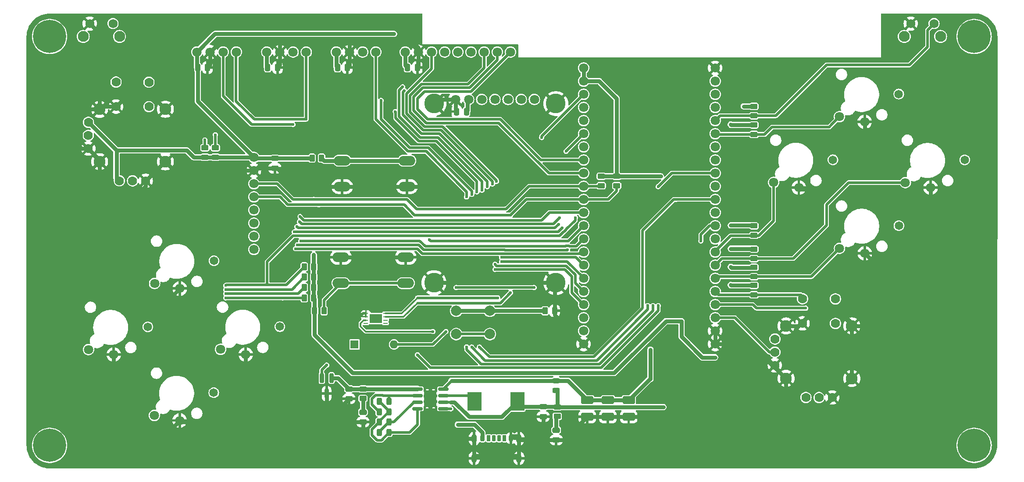
<source format=gbr>
%TF.GenerationSoftware,KiCad,Pcbnew,8.0.6*%
%TF.CreationDate,2025-01-24T00:07:20+07:00*%
%TF.ProjectId,esp_gamepad_v2,6573705f-6761-46d6-9570-61645f76322e,rev?*%
%TF.SameCoordinates,Original*%
%TF.FileFunction,Copper,L1,Top*%
%TF.FilePolarity,Positive*%
%FSLAX46Y46*%
G04 Gerber Fmt 4.6, Leading zero omitted, Abs format (unit mm)*
G04 Created by KiCad (PCBNEW 8.0.6) date 2025-01-24 00:07:20*
%MOMM*%
%LPD*%
G01*
G04 APERTURE LIST*
G04 Aperture macros list*
%AMRoundRect*
0 Rectangle with rounded corners*
0 $1 Rounding radius*
0 $2 $3 $4 $5 $6 $7 $8 $9 X,Y pos of 4 corners*
0 Add a 4 corners polygon primitive as box body*
4,1,4,$2,$3,$4,$5,$6,$7,$8,$9,$2,$3,0*
0 Add four circle primitives for the rounded corners*
1,1,$1+$1,$2,$3*
1,1,$1+$1,$4,$5*
1,1,$1+$1,$6,$7*
1,1,$1+$1,$8,$9*
0 Add four rect primitives between the rounded corners*
20,1,$1+$1,$2,$3,$4,$5,0*
20,1,$1+$1,$4,$5,$6,$7,0*
20,1,$1+$1,$6,$7,$8,$9,0*
20,1,$1+$1,$8,$9,$2,$3,0*%
G04 Aperture macros list end*
%TA.AperFunction,ComponentPad*%
%ADD10C,3.800000*%
%TD*%
%TA.AperFunction,ComponentPad*%
%ADD11C,1.800000*%
%TD*%
%TA.AperFunction,SMDPad,CuDef*%
%ADD12RoundRect,0.250000X-0.450000X0.262500X-0.450000X-0.262500X0.450000X-0.262500X0.450000X0.262500X0*%
%TD*%
%TA.AperFunction,ComponentPad*%
%ADD13C,1.650000*%
%TD*%
%TA.AperFunction,SMDPad,CuDef*%
%ADD14RoundRect,0.250000X0.450000X-0.262500X0.450000X0.262500X-0.450000X0.262500X-0.450000X-0.262500X0*%
%TD*%
%TA.AperFunction,SMDPad,CuDef*%
%ADD15RoundRect,0.243750X-0.243750X-0.456250X0.243750X-0.456250X0.243750X0.456250X-0.243750X0.456250X0*%
%TD*%
%TA.AperFunction,ComponentPad*%
%ADD16O,3.200000X1.900000*%
%TD*%
%TA.AperFunction,SMDPad,CuDef*%
%ADD17RoundRect,0.250000X-0.262500X-0.450000X0.262500X-0.450000X0.262500X0.450000X-0.262500X0.450000X0*%
%TD*%
%TA.AperFunction,SMDPad,CuDef*%
%ADD18RoundRect,0.250000X-0.250000X-0.475000X0.250000X-0.475000X0.250000X0.475000X-0.250000X0.475000X0*%
%TD*%
%TA.AperFunction,ComponentPad*%
%ADD19C,2.000000*%
%TD*%
%TA.AperFunction,ComponentPad*%
%ADD20C,2.100000*%
%TD*%
%TA.AperFunction,ComponentPad*%
%ADD21C,1.750000*%
%TD*%
%TA.AperFunction,SMDPad,CuDef*%
%ADD22RoundRect,0.150000X-0.825000X-0.150000X0.825000X-0.150000X0.825000X0.150000X-0.825000X0.150000X0*%
%TD*%
%TA.AperFunction,HeatsinkPad*%
%ADD23C,0.500000*%
%TD*%
%TA.AperFunction,HeatsinkPad*%
%ADD24R,2.410000X3.300000*%
%TD*%
%TA.AperFunction,SMDPad,CuDef*%
%ADD25RoundRect,0.250000X0.475000X-0.250000X0.475000X0.250000X-0.475000X0.250000X-0.475000X-0.250000X0*%
%TD*%
%TA.AperFunction,SMDPad,CuDef*%
%ADD26RoundRect,0.062500X-0.387500X-0.062500X0.387500X-0.062500X0.387500X0.062500X-0.387500X0.062500X0*%
%TD*%
%TA.AperFunction,HeatsinkPad*%
%ADD27R,2.400000X1.800000*%
%TD*%
%TA.AperFunction,SMDPad,CuDef*%
%ADD28RoundRect,0.250001X-0.924999X0.499999X-0.924999X-0.499999X0.924999X-0.499999X0.924999X0.499999X0*%
%TD*%
%TA.AperFunction,SMDPad,CuDef*%
%ADD29RoundRect,0.200000X-0.200000X0.750000X-0.200000X-0.750000X0.200000X-0.750000X0.200000X0.750000X0*%
%TD*%
%TA.AperFunction,SMDPad,CuDef*%
%ADD30RoundRect,0.200000X0.200000X0.400000X-0.200000X0.400000X-0.200000X-0.400000X0.200000X-0.400000X0*%
%TD*%
%TA.AperFunction,SMDPad,CuDef*%
%ADD31RoundRect,0.200000X-0.200000X-0.400000X0.200000X-0.400000X0.200000X0.400000X-0.200000X0.400000X0*%
%TD*%
%TA.AperFunction,SMDPad,CuDef*%
%ADD32RoundRect,0.190000X-0.190000X-0.410000X0.190000X-0.410000X0.190000X0.410000X-0.190000X0.410000X0*%
%TD*%
%TA.AperFunction,SMDPad,CuDef*%
%ADD33RoundRect,0.190000X0.190000X0.410000X-0.190000X0.410000X-0.190000X-0.410000X0.190000X-0.410000X0*%
%TD*%
%TA.AperFunction,SMDPad,CuDef*%
%ADD34RoundRect,0.175000X0.175000X0.425000X-0.175000X0.425000X-0.175000X-0.425000X0.175000X-0.425000X0*%
%TD*%
%TA.AperFunction,SMDPad,CuDef*%
%ADD35RoundRect,0.175000X-0.175000X-0.425000X0.175000X-0.425000X0.175000X0.425000X-0.175000X0.425000X0*%
%TD*%
%TA.AperFunction,ComponentPad*%
%ADD36O,1.100000X1.700000*%
%TD*%
%TA.AperFunction,ComponentPad*%
%ADD37C,6.400000*%
%TD*%
%TA.AperFunction,SMDPad,CuDef*%
%ADD38RoundRect,0.250000X-0.475000X0.250000X-0.475000X-0.250000X0.475000X-0.250000X0.475000X0.250000X0*%
%TD*%
%TA.AperFunction,SMDPad,CuDef*%
%ADD39RoundRect,0.243750X-0.456250X0.243750X-0.456250X-0.243750X0.456250X-0.243750X0.456250X0.243750X0*%
%TD*%
%TA.AperFunction,ComponentPad*%
%ADD40C,1.778000*%
%TD*%
%TA.AperFunction,ComponentPad*%
%ADD41C,2.286000*%
%TD*%
%TA.AperFunction,SMDPad,CuDef*%
%ADD42RoundRect,0.250000X0.250000X0.475000X-0.250000X0.475000X-0.250000X-0.475000X0.250000X-0.475000X0*%
%TD*%
%TA.AperFunction,SMDPad,CuDef*%
%ADD43R,2.700000X3.600000*%
%TD*%
%TA.AperFunction,ComponentPad*%
%ADD44R,1.600000X1.600000*%
%TD*%
%TA.AperFunction,ComponentPad*%
%ADD45O,1.600000X1.600000*%
%TD*%
%TA.AperFunction,ViaPad*%
%ADD46C,0.600000*%
%TD*%
%TA.AperFunction,Conductor*%
%ADD47C,0.300000*%
%TD*%
%TA.AperFunction,Conductor*%
%ADD48C,0.800000*%
%TD*%
%TA.AperFunction,Conductor*%
%ADD49C,0.500000*%
%TD*%
G04 APERTURE END LIST*
D10*
%TO.P,U1,1,GND*%
%TO.N,GND*%
X139710000Y-59970000D03*
X139710000Y-94570000D03*
D11*
X143855000Y-59160000D03*
D10*
X163240000Y-59970000D03*
X163240000Y-94570000D03*
D11*
%TO.P,U1,2,VCC*%
%TO.N,/3V3*%
X146395000Y-59160000D03*
%TO.P,U1,3,SCL*%
%TO.N,/CLK0*%
X148935000Y-59160000D03*
%TO.P,U1,4,SDA*%
%TO.N,/MOSI0*%
X151475000Y-59160000D03*
%TO.P,U1,5,RES*%
%TO.N,/IO38*%
X154015000Y-59160000D03*
%TO.P,U1,6,DC*%
%TO.N,/IO40*%
X156555000Y-59160000D03*
%TO.P,U1,7,BLK*%
%TO.N,/IO41*%
X159095000Y-59160000D03*
%TD*%
%TO.P,U4,1,VCC*%
%TO.N,/3V3*%
X104950000Y-70370000D03*
%TO.P,U4,2,GND*%
%TO.N,GND*%
X104950000Y-72910000D03*
%TO.P,U4,3,SCL*%
%TO.N,/SCL*%
X104950000Y-75450000D03*
%TO.P,U4,4,SDA*%
%TO.N,/SDA*%
X104950000Y-77990000D03*
%TO.P,U4,5,XDA*%
%TO.N,unconnected-(U3-XDA-Pad5)*%
X104950000Y-80530000D03*
%TO.P,U4,6,SCL*%
%TO.N,unconnected-(U3-SCL-Pad6)*%
X104950000Y-83070000D03*
%TO.P,U4,7,AD0*%
%TO.N,unconnected-(U3-AD0-Pad7)*%
X104950000Y-85610000D03*
%TO.P,U4,8,INT*%
%TO.N,unconnected-(U3-INT-Pad8)*%
X104950000Y-88150000D03*
%TD*%
D12*
%TO.P,R18,1*%
%TO.N,/VBUS*%
X126000000Y-115125000D03*
%TO.P,R18,2*%
%TO.N,Net-(C2-Pad1)*%
X126000000Y-116950000D03*
%TD*%
D11*
%TO.P,J3,1,A*%
%TO.N,/3V3*%
X134180000Y-50000000D03*
%TO.P,J3,2,B*%
%TO.N,GND*%
X136720000Y-50000000D03*
%TO.P,J3,3,C*%
%TO.N,/MOSI1*%
X139260000Y-50000000D03*
%TO.P,J3,4,D*%
%TO.N,/MISO1*%
X141800000Y-50000000D03*
%TO.P,J3,5,E*%
%TO.N,/CLK1*%
X144340000Y-50000000D03*
%TO.P,J3,6,F*%
%TO.N,/IO37*%
X146880000Y-50000000D03*
%TO.P,J3,7,G*%
%TO.N,/IO10*%
X149420000Y-50000000D03*
%TO.P,J3,8,H*%
%TO.N,/IO16*%
X151960000Y-50000000D03*
%TO.P,J3,9,I*%
%TO.N,/IO15*%
X154500000Y-50000000D03*
%TD*%
%TO.P,J1,1,A*%
%TO.N,/3V3*%
X93940000Y-50000000D03*
%TO.P,J1,2,B*%
%TO.N,GND*%
X96480000Y-50000000D03*
%TO.P,J1,3,C*%
%TO.N,/SCL*%
X99020000Y-50000000D03*
%TO.P,J1,4,D*%
%TO.N,/SDA*%
X101560000Y-50000000D03*
%TD*%
D13*
%TO.P,SW7,*%
%TO.N,*%
X229469313Y-83547592D03*
D11*
%TO.P,SW7,1,1*%
%TO.N,/IO47*%
X218014183Y-87931654D03*
%TO.P,SW7,2,2*%
%TO.N,GND*%
X222879078Y-88907461D03*
%TD*%
D14*
%TO.P,R15,1*%
%TO.N,/IO21*%
X201500000Y-96912500D03*
%TO.P,R15,2*%
%TO.N,/3V3*%
X201500000Y-95087500D03*
%TD*%
D15*
%TO.P,D1,1,K*%
%TO.N,Net-(D3-A)*%
X129125000Y-123500000D03*
%TO.P,D1,2,A*%
%TO.N,Net-(D1-K)*%
X131000000Y-123500000D03*
%TD*%
D14*
%TO.P,R16,1*%
%TO.N,/IO48*%
X201500000Y-89912500D03*
%TO.P,R16,2*%
%TO.N,/3V3*%
X201500000Y-88087500D03*
%TD*%
D16*
%TO.P,SW12,1,1*%
%TO.N,GND*%
X121750000Y-89660000D03*
X134250000Y-89660000D03*
%TO.P,SW12,2,2*%
%TO.N,/IO39*%
X121750000Y-94660000D03*
X134250000Y-94660000D03*
%TD*%
D12*
%TO.P,R19,1*%
%TO.N,/VBAT*%
X163500000Y-118587500D03*
%TO.P,R19,2*%
%TO.N,Net-(C4-Pad1)*%
X163500000Y-120412500D03*
%TD*%
D14*
%TO.P,R5,1*%
%TO.N,/SCL*%
X172000000Y-75825000D03*
%TO.P,R5,2*%
%TO.N,/3V3*%
X172000000Y-74000000D03*
%TD*%
D17*
%TO.P,R13,1*%
%TO.N,/IO14*%
X114675000Y-95500000D03*
%TO.P,R13,2*%
%TO.N,/3V3*%
X116500000Y-95500000D03*
%TD*%
D13*
%TO.P,SW10,*%
%TO.N,*%
X97234657Y-90337348D03*
D11*
%TO.P,SW10,1,1*%
%TO.N,/IO7*%
X85779527Y-94721410D03*
%TO.P,SW10,2,2*%
%TO.N,GND*%
X90644422Y-95697217D03*
%TD*%
D17*
%TO.P,R14,1*%
%TO.N,Net-(R9-Pad1)*%
X161175000Y-100000000D03*
%TO.P,R14,2*%
%TO.N,GND*%
X163000000Y-100000000D03*
%TD*%
D14*
%TO.P,R17,1*%
%TO.N,/IO47*%
X201500000Y-93412500D03*
%TO.P,R17,2*%
%TO.N,/3V3*%
X201500000Y-91587500D03*
%TD*%
D18*
%TO.P,C1,1*%
%TO.N,/3V3*%
X107600000Y-53000000D03*
%TO.P,C1,2*%
%TO.N,GND*%
X109500000Y-53000000D03*
%TD*%
D19*
%TO.P,SW13,1,1*%
%TO.N,Net-(U2-KEY)*%
X150500000Y-104500000D03*
X144000000Y-104500000D03*
%TO.P,SW13,2,2*%
%TO.N,Net-(R9-Pad1)*%
X150500000Y-100000000D03*
X144000000Y-100000000D03*
%TD*%
D20*
%TO.P,SW1,*%
%TO.N,*%
X71995000Y-46990000D03*
X79005000Y-46990000D03*
D21*
%TO.P,SW1,1,1*%
%TO.N,GND*%
X73245000Y-44500000D03*
%TO.P,SW1,2,2*%
%TO.N,/IO8*%
X77745000Y-44500000D03*
%TD*%
D20*
%TO.P,SW2,*%
%TO.N,*%
X230512767Y-46989995D03*
X237522767Y-46989995D03*
D21*
%TO.P,SW2,1,1*%
%TO.N,GND*%
X231762767Y-44499995D03*
%TO.P,SW2,2,2*%
%TO.N,/IO2*%
X236262767Y-44499995D03*
%TD*%
D22*
%TO.P,U7,1,VCC*%
%TO.N,/VBUS*%
X136550000Y-115095000D03*
%TO.P,U7,2,LED1*%
%TO.N,Net-(D1-A)*%
X136550000Y-116365000D03*
%TO.P,U7,3,LED2*%
%TO.N,Net-(D3-A)*%
X136550000Y-117635000D03*
%TO.P,U7,4,LED3*%
%TO.N,Net-(D1-K)*%
X136550000Y-118905000D03*
%TO.P,U7,5,KEY*%
%TO.N,Net-(U2-KEY)*%
X141500000Y-118905000D03*
%TO.P,U7,6,BAT*%
%TO.N,/VBAT*%
X141500000Y-117635000D03*
%TO.P,U7,7,SW*%
%TO.N,Net-(U2-SW)*%
X141500000Y-116365000D03*
%TO.P,U7,8,VOUT*%
%TO.N,/5V*%
X141500000Y-115095000D03*
D23*
%TO.P,U7,9,GND*%
%TO.N,GND*%
X138425000Y-115900000D03*
X138425000Y-117000000D03*
X138425000Y-118100000D03*
D24*
X139025000Y-117000000D03*
D23*
X139625000Y-115900000D03*
X139625000Y-117000000D03*
X139625000Y-118100000D03*
%TD*%
D25*
%TO.P,C6,1*%
%TO.N,GND*%
X109000000Y-72450000D03*
%TO.P,C6,2*%
%TO.N,/3V3*%
X109000000Y-70550000D03*
%TD*%
D26*
%TO.P,U5,1,TEST*%
%TO.N,GND*%
X126550000Y-100500000D03*
%TO.P,U5,2,V_{SS}*%
X126550000Y-101150000D03*
%TO.P,U5,3,V_{DD}*%
%TO.N,/VBAT*%
X126550000Y-101800000D03*
%TO.P,U5,4,~{ALARMB}*%
%TO.N,unconnected-(U5-~{ALARMB}-Pad4)*%
X126550000Y-102450000D03*
%TO.P,U5,5,T_{SW}*%
%TO.N,unconnected-(U5-T_{SW}-Pad5)*%
X130350000Y-102450000D03*
%TO.P,U5,6,T_{SENSE}*%
%TO.N,unconnected-(U5-T_{SENSE}-Pad6)*%
X130350000Y-101800000D03*
%TO.P,U5,7,SDA*%
%TO.N,/SDA*%
X130350000Y-101150000D03*
%TO.P,U5,8,SCL*%
%TO.N,/SCL*%
X130350000Y-100500000D03*
D23*
%TO.P,U5,9,EP*%
%TO.N,unconnected-(U5-EP-Pad9)*%
X127750000Y-101175000D03*
X127750000Y-101775000D03*
X128450000Y-101175000D03*
D27*
X128450000Y-101475000D03*
D23*
X128450000Y-101775000D03*
X129150000Y-101175000D03*
X129150000Y-101775000D03*
%TD*%
D28*
%TO.P,C12,1*%
%TO.N,/5V*%
X173300000Y-117250000D03*
%TO.P,C12,2*%
%TO.N,GND*%
X173300000Y-120500000D03*
%TD*%
D13*
%TO.P,SW9,*%
%TO.N,*%
X109962579Y-103065270D03*
D11*
%TO.P,SW9,1,1*%
%TO.N,/IO9*%
X98507449Y-107449332D03*
%TO.P,SW9,2,2*%
%TO.N,GND*%
X103372344Y-108425139D03*
%TD*%
D17*
%TO.P,R9,1*%
%TO.N,/IO9*%
X114675000Y-97500000D03*
%TO.P,R9,2*%
%TO.N,/3V3*%
X116500000Y-97500000D03*
%TD*%
D29*
%TO.P,Q1,1,D*%
%TO.N,Net-(Q2-D)*%
X118050000Y-113000000D03*
%TO.P,Q1,2,G*%
%TO.N,/VBUS*%
X119950000Y-113000000D03*
%TO.P,Q1,3,S*%
%TO.N,GND*%
X119000000Y-116000000D03*
%TD*%
D13*
%TO.P,SW3,*%
%TO.N,*%
X229449212Y-58111849D03*
D11*
%TO.P,SW3,1,1*%
%TO.N,/IO42*%
X217994082Y-62495911D03*
%TO.P,SW3,2,2*%
%TO.N,GND*%
X222858977Y-63471718D03*
%TD*%
D30*
%TO.P,P1,A1,GND*%
%TO.N,GND*%
X154550000Y-124620000D03*
D31*
%TO.P,P1,A4,VBUS*%
%TO.N,/VBUS*%
X149050000Y-124620000D03*
D32*
%TO.P,P1,A5,CC*%
%TO.N,unconnected-(P1-CC-PadA5)*%
X150280000Y-124620000D03*
D33*
%TO.P,P1,A6,D+*%
%TO.N,unconnected-(P1-D+-PadA6)*%
X153320000Y-124620000D03*
D34*
%TO.P,P1,A7,D-*%
%TO.N,unconnected-(P1-D--PadA7)*%
X152300000Y-124620000D03*
D35*
%TO.P,P1,B5,VCONN*%
%TO.N,unconnected-(P1-VCONN-PadB5)*%
X151300000Y-124620000D03*
D36*
%TO.P,P1,S1,SHIELD*%
%TO.N,GND*%
X147480000Y-124700000D03*
X147480000Y-128500000D03*
X156120000Y-124700000D03*
X156120000Y-128500000D03*
%TD*%
D17*
%TO.P,R10,1*%
%TO.N,/IO7*%
X114675000Y-91500000D03*
%TO.P,R10,2*%
%TO.N,/3V3*%
X116500000Y-91500000D03*
%TD*%
D18*
%TO.P,C2,1*%
%TO.N,/3V3*%
X94100000Y-53000000D03*
%TO.P,C2,2*%
%TO.N,GND*%
X96000000Y-53000000D03*
%TD*%
D37*
%TO.P,H3,1*%
%TO.N,N/C*%
X65500000Y-126000000D03*
%TD*%
D38*
%TO.P,C8,1*%
%TO.N,/VBUS*%
X123300000Y-115100000D03*
%TO.P,C8,2*%
%TO.N,GND*%
X123300000Y-117000000D03*
%TD*%
D14*
%TO.P,R3,1*%
%TO.N,/3V3*%
X97500000Y-70325000D03*
%TO.P,R3,2*%
%TO.N,/IO8*%
X97500000Y-68500000D03*
%TD*%
D38*
%TO.P,C9,1*%
%TO.N,Net-(C4-Pad1)*%
X163300000Y-123050000D03*
%TO.P,C9,2*%
%TO.N,GND*%
X163300000Y-124950000D03*
%TD*%
D17*
%TO.P,R12,1*%
%TO.N,/3V3*%
X116675000Y-100000000D03*
%TO.P,R12,2*%
%TO.N,/IO39*%
X118500000Y-100000000D03*
%TD*%
D11*
%TO.P,U2,1,3V3*%
%TO.N,/3V3*%
X168600000Y-53080000D03*
%TO.P,U2,2,3V3*%
X168600000Y-55620000D03*
%TO.P,U2,3,RST*%
%TO.N,Net-(SW14-B)*%
X168600000Y-58160000D03*
%TO.P,U2,4,IO4*%
%TO.N,/IO4*%
X168600000Y-60700000D03*
%TO.P,U2,5,IO5*%
%TO.N,/IO5*%
X168600000Y-63240000D03*
%TO.P,U2,6,IO6*%
%TO.N,/IO6*%
X168600000Y-65780000D03*
%TO.P,U2,7,IO7*%
%TO.N,/IO7*%
X168600000Y-68320000D03*
%TO.P,U2,8,IO15*%
%TO.N,/IO15*%
X168600000Y-70860000D03*
%TO.P,U2,9,IO16*%
%TO.N,/IO16*%
X168600000Y-73400000D03*
%TO.P,U2,10,IO18*%
%TO.N,/SCL*%
X168600000Y-75940000D03*
%TO.P,U2,11,IO17*%
%TO.N,/SDA*%
X168600000Y-78480000D03*
%TO.P,U2,12,IO8*%
%TO.N,/IO8*%
X168600000Y-81020000D03*
%TO.P,U2,13,IO3*%
%TO.N,/IO3*%
X168600000Y-83560000D03*
%TO.P,U2,14,IO46*%
%TO.N,/IO46*%
X168600000Y-86100000D03*
%TO.P,U2,15,IO9*%
%TO.N,/IO9*%
X168600000Y-88640000D03*
%TO.P,U2,16,IO10*%
%TO.N,/IO10*%
X168600000Y-91180000D03*
%TO.P,U2,17,IO11*%
%TO.N,/MOSI1*%
X168600000Y-93720000D03*
%TO.P,U2,18,IO12*%
%TO.N,/CLK1*%
X168600000Y-96260000D03*
%TO.P,U2,19,IO13*%
%TO.N,/MISO1*%
X168600000Y-98800000D03*
%TO.P,U2,20,IO14*%
%TO.N,/IO14*%
X168600000Y-101340000D03*
%TO.P,U2,21,5V*%
%TO.N,/5V*%
X168600000Y-103880000D03*
%TO.P,U2,22,GND*%
%TO.N,GND*%
X168600000Y-106420000D03*
%TO.P,U2,23,GND*%
X194000000Y-106420000D03*
%TO.P,U2,24,GND*%
X194000000Y-103880000D03*
%TO.P,U2,25,IO19*%
%TO.N,/IO19*%
X194000000Y-101340000D03*
%TO.P,U2,26,IO20*%
%TO.N,/IO20*%
X194000000Y-98800000D03*
%TO.P,U2,27,IO21*%
%TO.N,/IO21*%
X194000000Y-96260000D03*
%TO.P,U2,28,IO47*%
%TO.N,/IO47*%
X194000000Y-93720000D03*
%TO.P,U2,29,IO48*%
%TO.N,/IO48*%
X194000000Y-91180000D03*
%TO.P,U2,30,IO45*%
%TO.N,/IO45*%
X194000000Y-88640000D03*
%TO.P,U2,31,IO0*%
%TO.N,unconnected-(U4-IO0-Pad31)*%
X194000000Y-86100000D03*
%TO.P,U2,32,IO35*%
%TO.N,/MOSI0*%
X194000000Y-83560000D03*
%TO.P,U2,33,IO36*%
%TO.N,/CLK0*%
X194000000Y-81020000D03*
%TO.P,U2,34,IO37*%
%TO.N,/IO37*%
X194000000Y-78480000D03*
%TO.P,U2,35,IO38*%
%TO.N,/IO38*%
X194000000Y-75940000D03*
%TO.P,U2,36,IO39*%
%TO.N,/IO39*%
X194000000Y-73400000D03*
%TO.P,U2,37,IO40*%
%TO.N,/IO40*%
X194000000Y-70860000D03*
%TO.P,U2,38,IO41*%
%TO.N,/IO41*%
X194000000Y-68320000D03*
%TO.P,U2,39,IO42*%
%TO.N,/IO42*%
X194000000Y-65780000D03*
%TO.P,U2,40,IO2*%
%TO.N,/IO2*%
X194000000Y-63240000D03*
%TO.P,U2,41,IO1*%
%TO.N,unconnected-(U4-IO1-Pad41)*%
X194000000Y-60700000D03*
%TO.P,U2,42,RXD*%
%TO.N,/RXD*%
X194000000Y-58160000D03*
%TO.P,U2,43,TXD*%
%TO.N,/TXD*%
X194000000Y-55620000D03*
%TO.P,U2,44,GND*%
%TO.N,GND*%
X194000000Y-53080000D03*
%TD*%
D39*
%TO.P,D5,1,K*%
%TO.N,/5V*%
X163300000Y-113500000D03*
%TO.P,D5,2,A*%
%TO.N,/VBAT*%
X163300000Y-115375000D03*
%TD*%
D37*
%TO.P,H1,1*%
%TO.N,N/C*%
X65500000Y-47000000D03*
%TD*%
D13*
%TO.P,SW14,*%
%TO.N,*%
X97199301Y-115828548D03*
D11*
%TO.P,SW14,1,1*%
%TO.N,/IO14*%
X85744171Y-120212610D03*
%TO.P,SW14,2,2*%
%TO.N,GND*%
X90609066Y-121188417D03*
%TD*%
D37*
%TO.P,H4,1*%
%TO.N,N/C*%
X244000000Y-126000000D03*
%TD*%
D14*
%TO.P,R8,1*%
%TO.N,/IO42*%
X201500000Y-65912500D03*
%TO.P,R8,2*%
%TO.N,/3V3*%
X201500000Y-64087500D03*
%TD*%
D12*
%TO.P,R2,1*%
%TO.N,/IO4*%
X95500000Y-68500000D03*
%TO.P,R2,2*%
%TO.N,/3V3*%
X95500000Y-70325000D03*
%TD*%
D15*
%TO.P,D3,1,K*%
%TO.N,Net-(D1-A)*%
X129125000Y-119500000D03*
%TO.P,D3,2,A*%
%TO.N,Net-(D1-K)*%
X131000000Y-119500000D03*
%TD*%
D16*
%TO.P,SW4,1,1*%
%TO.N,GND*%
X134500000Y-76000000D03*
X122000000Y-76000000D03*
%TO.P,SW4,2,2*%
%TO.N,/IO3*%
X134500000Y-71000000D03*
X122000000Y-71000000D03*
%TD*%
D13*
%TO.P,SW5,*%
%TO.N,*%
X216741391Y-70819670D03*
D11*
%TO.P,SW5,1,1*%
%TO.N,/IO45*%
X205286261Y-75203732D03*
%TO.P,SW5,2,2*%
%TO.N,GND*%
X210151156Y-76179539D03*
%TD*%
D15*
%TO.P,D2,1,K*%
%TO.N,Net-(D1-K)*%
X129125000Y-121500000D03*
%TO.P,D2,2,A*%
%TO.N,Net-(D3-A)*%
X131000000Y-121500000D03*
%TD*%
D40*
%TO.P,U6,B1A,SEL+*%
%TO.N,/IO21*%
X210864845Y-97680200D03*
%TO.P,U6,B1B*%
%TO.N,N/C*%
X217214845Y-97700000D03*
%TO.P,U6,B2A,SEL-*%
%TO.N,GND*%
X210864845Y-102420200D03*
%TO.P,U6,B2B*%
%TO.N,N/C*%
X217224845Y-102440200D03*
%TO.P,U6,H1,H+*%
%TO.N,/3V3*%
X211514845Y-116750000D03*
%TO.P,U6,H2,H*%
%TO.N,/IO20*%
X214054845Y-116770000D03*
%TO.P,U6,H3,H-*%
%TO.N,GND*%
X216594845Y-116750000D03*
D41*
%TO.P,U6,S1,SHIELD*%
X207689845Y-102935200D03*
%TO.P,U6,S2,SHIELD*%
X207689845Y-113065200D03*
%TO.P,U6,S3,SHIELD*%
X220389845Y-113080000D03*
%TO.P,U6,S4,SHIELD*%
X220389845Y-102920000D03*
D40*
%TO.P,U6,V1,V+*%
%TO.N,/3V3*%
X205539845Y-105460000D03*
%TO.P,U6,V2,V*%
%TO.N,/IO19*%
X205524845Y-107985200D03*
%TO.P,U6,V3,V-*%
%TO.N,GND*%
X205524845Y-110525200D03*
%TD*%
D28*
%TO.P,C13,1*%
%TO.N,/5V*%
X169300000Y-117250000D03*
%TO.P,C13,2*%
%TO.N,GND*%
X169300000Y-120500000D03*
%TD*%
D14*
%TO.P,R7,1*%
%TO.N,/IO45*%
X201500000Y-85412500D03*
%TO.P,R7,2*%
%TO.N,/3V3*%
X201500000Y-83587500D03*
%TD*%
%TO.P,R6,1*%
%TO.N,/SDA*%
X175000000Y-75825000D03*
%TO.P,R6,2*%
%TO.N,/3V3*%
X175000000Y-74000000D03*
%TD*%
D13*
%TO.P,SW8,*%
%TO.N,*%
X84471379Y-103100626D03*
D11*
%TO.P,SW8,1,1*%
%TO.N,/IO46*%
X73016249Y-107484688D03*
%TO.P,SW8,2,2*%
%TO.N,GND*%
X77881144Y-108460495D03*
%TD*%
D17*
%TO.P,R4,1*%
%TO.N,/3V3*%
X116175000Y-70500000D03*
%TO.P,R4,2*%
%TO.N,/IO3*%
X118000000Y-70500000D03*
%TD*%
D18*
%TO.P,C4,1*%
%TO.N,/3V3*%
X134600000Y-53000000D03*
%TO.P,C4,2*%
%TO.N,GND*%
X136500000Y-53000000D03*
%TD*%
D38*
%TO.P,C7,1*%
%TO.N,Net-(C2-Pad1)*%
X126000000Y-119600000D03*
%TO.P,C7,2*%
%TO.N,GND*%
X126000000Y-121500000D03*
%TD*%
D12*
%TO.P,R1,1*%
%TO.N,/3V3*%
X201500000Y-60500000D03*
%TO.P,R1,2*%
%TO.N,/IO2*%
X201500000Y-62325000D03*
%TD*%
D11*
%TO.P,J4,1,A*%
%TO.N,/3V3*%
X120860000Y-50000000D03*
%TO.P,J4,2,B*%
%TO.N,GND*%
X123400000Y-50000000D03*
%TO.P,J4,3,C*%
%TO.N,/TXD*%
X125940000Y-50000000D03*
%TO.P,J4,4,D*%
%TO.N,/RXD*%
X128480000Y-50000000D03*
%TD*%
D15*
%TO.P,D4,1,K*%
%TO.N,Net-(D1-K)*%
X129125000Y-117500000D03*
%TO.P,D4,2,A*%
%TO.N,Net-(D1-A)*%
X131000000Y-117500000D03*
%TD*%
D42*
%TO.P,C5,1*%
%TO.N,/3V3*%
X146000000Y-61500000D03*
%TO.P,C5,2*%
%TO.N,GND*%
X144100000Y-61500000D03*
%TD*%
D18*
%TO.P,C3,1*%
%TO.N,/3V3*%
X121100000Y-53000000D03*
%TO.P,C3,2*%
%TO.N,GND*%
X123000000Y-53000000D03*
%TD*%
D40*
%TO.P,U3,B1A,SEL+*%
%TO.N,/IO4*%
X78325000Y-55805000D03*
%TO.P,U3,B1B*%
%TO.N,N/C*%
X84675000Y-55824800D03*
%TO.P,U3,B2A,SEL-*%
%TO.N,GND*%
X78325000Y-60545000D03*
%TO.P,U3,B2B*%
%TO.N,N/C*%
X84685000Y-60565000D03*
%TO.P,U3,H1,H+*%
%TO.N,/3V3*%
X78975000Y-74874800D03*
%TO.P,U3,H2,H*%
%TO.N,/IO5*%
X81515000Y-74894800D03*
%TO.P,U3,H3,H-*%
%TO.N,GND*%
X84055000Y-74874800D03*
D41*
%TO.P,U3,S1,SHIELD*%
X75150000Y-61060000D03*
%TO.P,U3,S2,SHIELD*%
X75150000Y-71190000D03*
%TO.P,U3,S3,SHIELD*%
X87850000Y-71204800D03*
%TO.P,U3,S4,SHIELD*%
X87850000Y-61044800D03*
D40*
%TO.P,U3,V1,V+*%
%TO.N,/3V3*%
X73000000Y-63584800D03*
%TO.P,U3,V2,V*%
%TO.N,/IO6*%
X72985000Y-66110000D03*
%TO.P,U3,V3,V-*%
%TO.N,GND*%
X72985000Y-68650000D03*
%TD*%
D38*
%TO.P,C10,1*%
%TO.N,/VBAT*%
X160800000Y-118550000D03*
%TO.P,C10,2*%
%TO.N,GND*%
X160800000Y-120450000D03*
%TD*%
D43*
%TO.P,L1,1,1*%
%TO.N,Net-(U2-SW)*%
X147500000Y-117500000D03*
%TO.P,L1,2,2*%
%TO.N,/VBAT*%
X155800000Y-117500000D03*
%TD*%
D37*
%TO.P,H2,1*%
%TO.N,N/C*%
X244000000Y-47000000D03*
%TD*%
D11*
%TO.P,J2,1,A*%
%TO.N,/3V3*%
X107440000Y-50000000D03*
%TO.P,J2,2,B*%
%TO.N,GND*%
X109980000Y-50000000D03*
%TO.P,J2,3,C*%
%TO.N,/SCL*%
X112520000Y-50000000D03*
%TO.P,J2,4,D*%
%TO.N,/SDA*%
X115060000Y-50000000D03*
%TD*%
D13*
%TO.P,SW6,*%
%TO.N,*%
X242177134Y-70839771D03*
D11*
%TO.P,SW6,1,1*%
%TO.N,/IO48*%
X230722004Y-75223833D03*
%TO.P,SW6,2,2*%
%TO.N,GND*%
X235586899Y-76199640D03*
%TD*%
D28*
%TO.P,C11,1*%
%TO.N,/5V*%
X177300000Y-117250000D03*
%TO.P,C11,2*%
%TO.N,GND*%
X177300000Y-120500000D03*
%TD*%
D17*
%TO.P,R11,1*%
%TO.N,/IO46*%
X114675000Y-93500000D03*
%TO.P,R11,2*%
%TO.N,/3V3*%
X116500000Y-93500000D03*
%TD*%
D44*
%TO.P,SW11,1,A*%
%TO.N,Net-(Q2-D)*%
X124380000Y-106500000D03*
D45*
%TO.P,SW11,2,B*%
%TO.N,Net-(SW14-B)*%
X132000000Y-106500000D03*
%TD*%
D46*
%TO.N,/VBAT*%
X184000000Y-118600000D03*
X143500000Y-117635000D03*
X139500000Y-104000000D03*
%TO.N,GND*%
X124500000Y-102000000D03*
X124500000Y-89660000D03*
X140110000Y-76000000D03*
X180210000Y-120210000D03*
X119000000Y-119000000D03*
X112250000Y-114250000D03*
X222858977Y-65000000D03*
X233000000Y-65000000D03*
X126000000Y-76000000D03*
%TO.N,/VBUS*%
X133800000Y-115095000D03*
X144300000Y-122000000D03*
%TO.N,/5V*%
X181500000Y-107500000D03*
%TO.N,/3V3*%
X116500000Y-89175000D03*
X197000000Y-88000000D03*
X194000000Y-109000000D03*
X197000000Y-95000000D03*
X121000000Y-46500000D03*
X199500000Y-60500000D03*
X197000000Y-64000000D03*
X183500000Y-74000000D03*
X113450000Y-70550000D03*
X197000000Y-83500000D03*
X107500000Y-46500000D03*
X187500000Y-102000000D03*
X197000000Y-91500000D03*
X132000000Y-46500000D03*
%TO.N,/TXD*%
X147000000Y-107000000D03*
X129500000Y-59368626D03*
X147000000Y-77500000D03*
X181000000Y-99000000D03*
%TO.N,/RXD*%
X146000000Y-106974694D03*
X182000000Y-99000000D03*
X146000000Y-78000000D03*
%TO.N,/IO37*%
X148500000Y-107000000D03*
X132250000Y-61500000D03*
X148000000Y-77000000D03*
%TO.N,/IO10*%
X151800000Y-75000000D03*
X152750000Y-89689341D03*
%TO.N,/MISO1*%
X133664033Y-56724694D03*
X151500000Y-92000000D03*
X149000000Y-76700000D03*
%TO.N,/SCL*%
X153500000Y-80350000D03*
X112500000Y-64000000D03*
X152000000Y-97500000D03*
X116500000Y-78500000D03*
%TO.N,/CLK1*%
X133974694Y-57474694D03*
X150000000Y-76000000D03*
X151500000Y-91000000D03*
%TO.N,/MOSI1*%
X151000000Y-75500000D03*
X152750000Y-90500000D03*
%TO.N,/IO4*%
X113719670Y-82780330D03*
X164000000Y-82030751D03*
X95500000Y-67000000D03*
%TO.N,/IO14*%
X99500000Y-96699997D03*
X109500000Y-96699997D03*
X165500000Y-88239341D03*
X113366410Y-87250000D03*
%TO.N,/IO9*%
X113000000Y-88000000D03*
X110500000Y-97500000D03*
X99500000Y-97500000D03*
%TO.N,/IO46*%
X99500000Y-95899994D03*
X108500000Y-95899994D03*
X114000000Y-86500000D03*
%TO.N,/IO7*%
X99500000Y-95099991D03*
X167000000Y-82000000D03*
%TO.N,/IO3*%
X138855000Y-86250000D03*
%TO.N,/IO8*%
X113865812Y-81800000D03*
X97500000Y-66000000D03*
%TO.N,/SDA*%
X117500000Y-79500000D03*
X115060000Y-62940000D03*
X154500000Y-96500000D03*
X154500000Y-81500000D03*
%TO.N,/IO39*%
X183000000Y-76000000D03*
X183000000Y-99000000D03*
X136500000Y-108500000D03*
%TO.N,/IO6*%
X165200000Y-69180000D03*
X113250000Y-83750000D03*
X163790000Y-83280331D03*
%TO.N,/IO5*%
X112750000Y-84750000D03*
X164500000Y-84000000D03*
%TO.N,Net-(Q2-D)*%
X119000000Y-110500000D03*
%TO.N,Net-(U2-KEY)*%
X142966103Y-118938897D03*
%TO.N,Net-(SW14-B)*%
X160500000Y-66500000D03*
X142000000Y-104000000D03*
X144000000Y-95500000D03*
X159050000Y-95500000D03*
%TO.N,/IO20*%
X211500000Y-99500000D03*
%TO.N,/MOSI0*%
X191250000Y-86500000D03*
%TD*%
D47*
%TO.N,/VBAT*%
X126500000Y-104000000D02*
X125500000Y-103000000D01*
D48*
X156800000Y-118500000D02*
X160750000Y-118500000D01*
D47*
X125500000Y-102400001D02*
X126100001Y-101800000D01*
D48*
X163125000Y-115375000D02*
X163300000Y-115375000D01*
X146500000Y-120500000D02*
X152800000Y-120500000D01*
D47*
X126100001Y-101800000D02*
X126550000Y-101800000D01*
D48*
X155800000Y-117500000D02*
X156800000Y-118500000D01*
X160800000Y-118550000D02*
X163462500Y-118550000D01*
X143635000Y-117635000D02*
X146500000Y-120500000D01*
X163500000Y-115575000D02*
X163300000Y-115375000D01*
D49*
X141500000Y-117635000D02*
X142935000Y-117635000D01*
D48*
X168015990Y-118600000D02*
X168003490Y-118587500D01*
D47*
X139500000Y-104000000D02*
X126500000Y-104000000D01*
D48*
X152800000Y-120500000D02*
X155800000Y-117500000D01*
D47*
X125500000Y-103000000D02*
X125500000Y-102400001D01*
D48*
X168003490Y-118587500D02*
X163500000Y-118587500D01*
X184000000Y-118600000D02*
X168015990Y-118600000D01*
X163462500Y-118550000D02*
X163500000Y-118587500D01*
X163500000Y-118587500D02*
X163500000Y-115575000D01*
X142935000Y-117635000D02*
X143500000Y-117635000D01*
X143500000Y-117635000D02*
X143635000Y-117635000D01*
%TO.N,GND*%
X173300000Y-120500000D02*
X177300000Y-120500000D01*
X83500000Y-123500000D02*
X88297483Y-123500000D01*
X140330000Y-94600000D02*
X140110000Y-94380000D01*
X90920649Y-121500000D02*
X96000000Y-121500000D01*
X119000000Y-116000000D02*
X119000000Y-119000000D01*
X110000000Y-48000000D02*
X123500000Y-48000000D01*
X77881144Y-108460495D02*
X77881144Y-117881144D01*
X80370000Y-58500000D02*
X85305200Y-58500000D01*
X235500000Y-65000000D02*
X233000000Y-65000000D01*
X109980000Y-48020000D02*
X110000000Y-48000000D01*
X124500000Y-89660000D02*
X134250000Y-89660000D01*
X123400000Y-50000000D02*
X123400000Y-52600000D01*
X109980000Y-50000000D02*
X109980000Y-52520000D01*
X109000000Y-72450000D02*
X109450000Y-72450000D01*
X147480000Y-128000000D02*
X156120000Y-128000000D01*
X231000000Y-96500000D02*
X231000000Y-91000000D01*
X220389845Y-102389845D02*
X220389845Y-102920000D01*
X154630000Y-124200000D02*
X154550000Y-124120000D01*
X121300000Y-119000000D02*
X123800000Y-121500000D01*
X112127656Y-114127656D02*
X112250000Y-114250000D01*
X222879078Y-88907461D02*
X224971617Y-91000000D01*
X210054845Y-102935200D02*
X210864845Y-102125200D01*
X163000000Y-94810000D02*
X163240000Y-94570000D01*
X205025200Y-110525200D02*
X205134845Y-110525200D01*
X156370000Y-124950000D02*
X156120000Y-124700000D01*
X210500000Y-119000000D02*
X214470045Y-119000000D01*
X161000000Y-124950000D02*
X158500000Y-124950000D01*
X109980000Y-50000000D02*
X109980000Y-48020000D01*
X135000000Y-127500000D02*
X137800000Y-124700000D01*
X119000000Y-119000000D02*
X121300000Y-119000000D01*
X73100170Y-97500000D02*
X88841639Y-97500000D01*
X144100000Y-59380000D02*
X143880000Y-59160000D01*
X126000000Y-121500000D02*
X126000000Y-124200000D01*
X121750000Y-89660000D02*
X124500000Y-89660000D01*
X235586899Y-86413101D02*
X235586899Y-78500000D01*
X139025000Y-117000000D02*
X139025000Y-124675000D01*
X78325000Y-60545000D02*
X80370000Y-58500000D01*
X122000000Y-76000000D02*
X126000000Y-76000000D01*
X98500000Y-48000000D02*
X110000000Y-48000000D01*
X163240000Y-94570000D02*
X139710000Y-94570000D01*
X224580000Y-102920000D02*
X231000000Y-96500000D01*
X77881144Y-117881144D02*
X83500000Y-123500000D01*
X75150000Y-46405000D02*
X73245000Y-44500000D01*
X121300000Y-119000000D02*
X123300000Y-117000000D01*
X177300000Y-120500000D02*
X179920000Y-120500000D01*
X220389845Y-113080000D02*
X220389845Y-102920000D01*
X71440000Y-61060000D02*
X75150000Y-61060000D01*
X179920000Y-120500000D02*
X180210000Y-120210000D01*
X231000000Y-91000000D02*
X235586899Y-86413101D01*
X129300000Y-127500000D02*
X135000000Y-127500000D01*
X147480000Y-124200000D02*
X147480000Y-128000000D01*
X135500000Y-48000000D02*
X136720000Y-49220000D01*
X156120000Y-128000000D02*
X156120000Y-124200000D01*
X75150000Y-76650000D02*
X77500000Y-79000000D01*
X210864845Y-102125200D02*
X212990045Y-100000000D01*
X194000000Y-106420000D02*
X200920000Y-106420000D01*
X136720000Y-52780000D02*
X136500000Y-53000000D01*
X89555200Y-72910000D02*
X87850000Y-71204800D01*
X75150000Y-70815000D02*
X72985000Y-68650000D01*
X143880000Y-59160000D02*
X140520000Y-59160000D01*
X104950000Y-72910000D02*
X89555200Y-72910000D01*
X69500000Y-63000000D02*
X71440000Y-61060000D01*
X96000000Y-121500000D02*
X103372344Y-114127656D01*
X136720000Y-49220000D02*
X136720000Y-50000000D01*
X218000000Y-100000000D02*
X220389845Y-102389845D01*
X143855000Y-59160000D02*
X143855000Y-61255000D01*
X214470045Y-119000000D02*
X216594845Y-116875200D01*
X160800000Y-124750000D02*
X161000000Y-124950000D01*
X216594845Y-116875200D02*
X216594845Y-116875000D01*
X160800000Y-120450000D02*
X160800000Y-124750000D01*
X163300000Y-124950000D02*
X164975000Y-124950000D01*
X162890000Y-94740000D02*
X163030000Y-94600000D01*
X87725000Y-71204800D02*
X84055000Y-74874800D01*
X123400000Y-48100000D02*
X123500000Y-48000000D01*
X233000000Y-65000000D02*
X222858977Y-65000000D01*
X216000000Y-76500000D02*
X210471617Y-76500000D01*
X239500000Y-78500000D02*
X240500000Y-77500000D01*
X222858977Y-65000000D02*
X222858977Y-63471718D01*
X71650000Y-68650000D02*
X69500000Y-66500000D01*
X212990045Y-100000000D02*
X218000000Y-100000000D01*
X210471617Y-76500000D02*
X210151156Y-76179539D01*
X194000000Y-103880000D02*
X194000000Y-106420000D01*
X75150000Y-71190000D02*
X75150000Y-76650000D01*
X143855000Y-61255000D02*
X144100000Y-61500000D01*
X90609066Y-121188417D02*
X90920649Y-121500000D01*
X96480000Y-52520000D02*
X96000000Y-53000000D01*
X69500000Y-66500000D02*
X69500000Y-63000000D01*
X126000000Y-124200000D02*
X129300000Y-127500000D01*
X77881144Y-110500000D02*
X72000000Y-110500000D01*
X78280000Y-60500000D02*
X78325000Y-60545000D01*
X136720000Y-50000000D02*
X136720000Y-52780000D01*
D49*
X126000000Y-100500000D02*
X124500000Y-102000000D01*
D48*
X164975000Y-124950000D02*
X164975000Y-124825000D01*
X103372344Y-114127656D02*
X112127656Y-114127656D01*
X88297483Y-123500000D02*
X90609066Y-121188417D01*
X123800000Y-121500000D02*
X126000000Y-121500000D01*
X109980000Y-52520000D02*
X109500000Y-53000000D01*
X96500000Y-50000000D02*
X98500000Y-48000000D01*
X88841639Y-97500000D02*
X90644422Y-95697217D01*
X235586899Y-78500000D02*
X235586899Y-76199640D01*
X75150000Y-61060000D02*
X75710000Y-60500000D01*
X77500000Y-79000000D02*
X81000000Y-79000000D01*
X105410000Y-72450000D02*
X104950000Y-72910000D01*
X163000000Y-100820000D02*
X163000000Y-100000000D01*
X134500000Y-76000000D02*
X140110000Y-76000000D01*
X194000000Y-106420000D02*
X194000000Y-106500000D01*
X168600000Y-106420000D02*
X163000000Y-100820000D01*
X118000000Y-76000000D02*
X122000000Y-76000000D01*
D47*
X126550000Y-101150000D02*
X126550000Y-100500000D01*
D48*
X140520000Y-59160000D02*
X139710000Y-59970000D01*
X207689845Y-102935200D02*
X210054845Y-102935200D01*
X123500000Y-48000000D02*
X135500000Y-48000000D01*
X87850000Y-71204800D02*
X87725000Y-71204800D01*
X96480000Y-50000000D02*
X96480000Y-52520000D01*
X123400000Y-52600000D02*
X123000000Y-53000000D01*
X134250000Y-76250000D02*
X134500000Y-76000000D01*
X156120000Y-124200000D02*
X154630000Y-124200000D01*
X224971617Y-91000000D02*
X231000000Y-91000000D01*
X126000000Y-76000000D02*
X134500000Y-76000000D01*
X75150000Y-61060000D02*
X75150000Y-46405000D01*
X158500000Y-124950000D02*
X156370000Y-124950000D01*
X240500000Y-70000000D02*
X235500000Y-65000000D01*
X235586899Y-78500000D02*
X239500000Y-78500000D01*
X205134845Y-110525200D02*
X205149845Y-110525200D01*
X103372344Y-114127656D02*
X103372344Y-108425139D01*
X96480000Y-50000000D02*
X96500000Y-50000000D01*
X220389845Y-102920000D02*
X224580000Y-102920000D01*
X109000000Y-72450000D02*
X105410000Y-72450000D01*
X207689845Y-116189845D02*
X210500000Y-119000000D01*
X109450000Y-72450000D02*
X113000000Y-76000000D01*
X85305200Y-58500000D02*
X87850000Y-61044800D01*
X222858977Y-63471718D02*
X222858977Y-69641023D01*
X163000000Y-94810000D02*
X163000000Y-100000000D01*
X113000000Y-76000000D02*
X118000000Y-76000000D01*
X75710000Y-60500000D02*
X78280000Y-60500000D01*
X163300000Y-124950000D02*
X161000000Y-124950000D01*
X123400000Y-50000000D02*
X123400000Y-48100000D01*
X205149845Y-110525200D02*
X207689845Y-113065200D01*
X72985000Y-68650000D02*
X71650000Y-68650000D01*
D49*
X126550000Y-100500000D02*
X126000000Y-100500000D01*
D48*
X222858977Y-69641023D02*
X216000000Y-76500000D01*
X200920000Y-106420000D02*
X205025200Y-110525200D01*
X72000000Y-110500000D02*
X69000000Y-107500000D01*
X137800000Y-124700000D02*
X139000000Y-124700000D01*
X240500000Y-77500000D02*
X240500000Y-70000000D01*
X216594845Y-116875000D02*
X220389845Y-113080000D01*
X139000000Y-124700000D02*
X147480000Y-124700000D01*
X69000000Y-107500000D02*
X69000000Y-101600170D01*
X75150000Y-71190000D02*
X75150000Y-70815000D01*
X169300000Y-120500000D02*
X173300000Y-120500000D01*
X164975000Y-124825000D02*
X169300000Y-120500000D01*
X69000000Y-101600170D02*
X73100170Y-97500000D01*
X207689845Y-113065200D02*
X207689845Y-116189845D01*
X84055000Y-75945000D02*
X84055000Y-74874800D01*
X81000000Y-79000000D02*
X84055000Y-75945000D01*
%TO.N,/VBUS*%
X126275000Y-115100000D02*
X126300000Y-115125000D01*
X121200000Y-113000000D02*
X123300000Y-115100000D01*
X119950000Y-113000000D02*
X121200000Y-113000000D01*
X133800000Y-115095000D02*
X136550000Y-115095000D01*
X126030000Y-115095000D02*
X126000000Y-115125000D01*
X144300000Y-122000000D02*
X147530000Y-122000000D01*
X149050000Y-123520000D02*
X149050000Y-124620000D01*
X123300000Y-115100000D02*
X125975000Y-115100000D01*
X133800000Y-115095000D02*
X126030000Y-115095000D01*
X147530000Y-122000000D02*
X149050000Y-123520000D01*
X125975000Y-115100000D02*
X126000000Y-115125000D01*
%TO.N,/5V*%
X181500000Y-113175000D02*
X181500000Y-107500000D01*
X163300000Y-113500000D02*
X165550000Y-113500000D01*
X169300000Y-117250000D02*
X173300000Y-117250000D01*
X165550000Y-113500000D02*
X169300000Y-117250000D01*
X177300000Y-117250000D02*
X181375000Y-113175000D01*
X173300000Y-117250000D02*
X177300000Y-117250000D01*
X181375000Y-113175000D02*
X181500000Y-113175000D01*
D49*
X141500000Y-115095000D02*
X143095000Y-113500000D01*
D48*
X168675000Y-117250000D02*
X169300000Y-117250000D01*
X163300000Y-113500000D02*
X143095000Y-113500000D01*
%TO.N,/3V3*%
X104905000Y-70325000D02*
X104950000Y-70370000D01*
X175000000Y-74000000D02*
X172000000Y-74000000D01*
X93325000Y-70325000D02*
X95500000Y-70325000D01*
X116500000Y-93500000D02*
X116500000Y-91500000D01*
X113450000Y-70550000D02*
X116125000Y-70550000D01*
X120860000Y-50000000D02*
X120860000Y-52760000D01*
X116675000Y-104675000D02*
X124000000Y-112000000D01*
X201500000Y-64087500D02*
X197087500Y-64087500D01*
X197087500Y-64087500D02*
X197000000Y-64000000D01*
X168600000Y-53080000D02*
X168600000Y-55620000D01*
X113450000Y-70550000D02*
X109000000Y-70550000D01*
X197000000Y-83500000D02*
X201325000Y-83500000D01*
X199500000Y-60500000D02*
X201500000Y-60500000D01*
X97440000Y-46500000D02*
X93940000Y-50000000D01*
X107500000Y-46500000D02*
X121000000Y-46500000D01*
X124000000Y-112000000D02*
X174500000Y-112000000D01*
X78415200Y-69000000D02*
X78415200Y-74315000D01*
X197087500Y-95087500D02*
X197000000Y-95000000D01*
X184500000Y-102000000D02*
X187500000Y-102000000D01*
X134180000Y-52580000D02*
X134600000Y-53000000D01*
X116675000Y-100000000D02*
X116675000Y-97675000D01*
X109000000Y-70550000D02*
X105130000Y-70550000D01*
X175000000Y-74000000D02*
X175000000Y-59000000D01*
X116500000Y-97500000D02*
X116500000Y-95500000D01*
X104820000Y-70500000D02*
X104950000Y-70370000D01*
X107440000Y-52840000D02*
X107600000Y-53000000D01*
X95500000Y-70325000D02*
X97500000Y-70325000D01*
X73000000Y-63584800D02*
X78415200Y-69000000D01*
X183500000Y-74000000D02*
X175000000Y-74000000D01*
X104950000Y-70370000D02*
X94100000Y-59520000D01*
X116125000Y-70550000D02*
X116175000Y-70500000D01*
X146185000Y-59190000D02*
X146185000Y-61315000D01*
X116500000Y-95500000D02*
X116500000Y-93500000D01*
X97500000Y-70325000D02*
X104905000Y-70325000D01*
X116500000Y-89175000D02*
X116500000Y-91500000D01*
X191500000Y-109000000D02*
X187500000Y-105000000D01*
X116675000Y-97675000D02*
X116500000Y-97500000D01*
X197000000Y-88000000D02*
X201412500Y-88000000D01*
X93940000Y-52840000D02*
X94100000Y-53000000D01*
X107500000Y-46500000D02*
X97440000Y-46500000D01*
X93940000Y-50000000D02*
X93940000Y-52840000D01*
X194000000Y-109000000D02*
X191500000Y-109000000D01*
X187500000Y-105000000D02*
X187500000Y-102000000D01*
X105130000Y-70550000D02*
X104950000Y-70370000D01*
X197175000Y-91675000D02*
X201500000Y-91675000D01*
X201325000Y-83500000D02*
X201500000Y-83675000D01*
X201412500Y-88000000D02*
X201500000Y-88087500D01*
X197000000Y-91500000D02*
X197175000Y-91675000D01*
X121000000Y-46500000D02*
X132000000Y-46500000D01*
X201500000Y-95087500D02*
X197087500Y-95087500D01*
X174500000Y-112000000D02*
X184500000Y-102000000D01*
X120860000Y-52760000D02*
X121100000Y-53000000D01*
X116675000Y-100000000D02*
X116675000Y-104675000D01*
X78415200Y-74315000D02*
X78975000Y-74874800D01*
X146185000Y-61315000D02*
X146000000Y-61500000D01*
X78415200Y-69000000D02*
X92000000Y-69000000D01*
X134180000Y-50000000D02*
X134180000Y-52580000D01*
X92000000Y-69000000D02*
X93325000Y-70325000D01*
X168600000Y-55620000D02*
X171620000Y-55620000D01*
X171620000Y-55620000D02*
X175000000Y-59000000D01*
X94100000Y-59520000D02*
X94100000Y-53000000D01*
X107440000Y-50000000D02*
X107440000Y-52840000D01*
D49*
%TO.N,/TXD*%
X149600000Y-109600000D02*
X171150000Y-109600000D01*
X138631374Y-68500000D02*
X135000000Y-68500000D01*
X147000000Y-77500000D02*
X147000000Y-76868626D01*
X171150000Y-109600000D02*
X181000000Y-99750000D01*
X147000000Y-107000000D02*
X149600000Y-109600000D01*
X181000000Y-99750000D02*
X181000000Y-99000000D01*
X129500000Y-63000000D02*
X129500000Y-59368626D01*
X147000000Y-76868626D02*
X138631374Y-68500000D01*
X135000000Y-68500000D02*
X129500000Y-63000000D01*
%TO.N,/IO2*%
X194915000Y-62325000D02*
X201500000Y-62325000D01*
X194000000Y-63240000D02*
X194915000Y-62325000D01*
X235000000Y-49000000D02*
X231500000Y-52500000D01*
X235000000Y-45762762D02*
X235000000Y-49000000D01*
X231500000Y-52500000D02*
X215500000Y-52500000D01*
X215500000Y-52500000D02*
X205675000Y-62325000D01*
X205675000Y-62325000D02*
X201500000Y-62325000D01*
X236262767Y-44499995D02*
X235000000Y-45762762D01*
%TO.N,/RXD*%
X148800000Y-110300000D02*
X171700000Y-110300000D01*
X146000000Y-107500000D02*
X148800000Y-110300000D01*
X146000000Y-77000000D02*
X138200000Y-69200000D01*
X182000000Y-100000000D02*
X182000000Y-99000000D01*
X146000000Y-78000000D02*
X146000000Y-77000000D01*
X138200000Y-69200000D02*
X134700000Y-69200000D01*
X128480000Y-62980000D02*
X128480000Y-50000000D01*
X171700000Y-110300000D02*
X182000000Y-100000000D01*
X134700000Y-69200000D02*
X128480000Y-62980000D01*
X146000000Y-106974694D02*
X146000000Y-107500000D01*
%TO.N,/IO37*%
X148000000Y-75000000D02*
X148000000Y-77000000D01*
X132300000Y-62749750D02*
X136750250Y-67200000D01*
X180000000Y-84500000D02*
X186000000Y-78500000D01*
X180000000Y-99500000D02*
X180000000Y-84500000D01*
X150400000Y-108900000D02*
X170600000Y-108900000D01*
X186000000Y-78500000D02*
X186500000Y-78500000D01*
X148500000Y-107000000D02*
X150400000Y-108900000D01*
X170600000Y-108900000D02*
X180000000Y-99500000D01*
X132250000Y-61500000D02*
X132300000Y-61550000D01*
X136750250Y-67200000D02*
X140200000Y-67200000D01*
X132300000Y-61550000D02*
X132300000Y-62749750D01*
X140200000Y-67200000D02*
X148000000Y-75000000D01*
X186520000Y-78480000D02*
X194000000Y-78480000D01*
X186500000Y-78500000D02*
X186520000Y-78480000D01*
%TO.N,/IO10*%
X151800000Y-74810050D02*
X141389950Y-64400000D01*
X137910050Y-64400000D02*
X135100000Y-61589950D01*
X152750000Y-89689341D02*
X167109341Y-89689341D01*
X135100000Y-61589950D02*
X135100000Y-58410050D01*
X167109341Y-89689341D02*
X168600000Y-91180000D01*
X146300100Y-56220000D02*
X149420000Y-53100100D01*
X135100000Y-58410050D02*
X137290050Y-56220000D01*
X149420000Y-53100100D02*
X149420000Y-50000000D01*
X141389950Y-64400000D02*
X137910050Y-64400000D01*
X151800000Y-75000000D02*
X151800000Y-74810050D01*
X137290050Y-56220000D02*
X146300100Y-56220000D01*
%TO.N,/MISO1*%
X166300000Y-93339900D02*
X164960100Y-92000000D01*
X166300000Y-96500000D02*
X166300000Y-93339900D01*
X149000000Y-75000000D02*
X149000000Y-76700000D01*
X168600000Y-98800000D02*
X166300000Y-96500000D01*
X133664033Y-56724694D02*
X133000000Y-57388727D01*
X164960100Y-92000000D02*
X151500000Y-92000000D01*
X133000000Y-57388727D02*
X133000000Y-62459800D01*
X133000000Y-62459800D02*
X137040200Y-66500000D01*
X137040200Y-66500000D02*
X140500000Y-66500000D01*
X140500000Y-66500000D02*
X149000000Y-75000000D01*
%TO.N,/IO16*%
X135800000Y-58700000D02*
X137580000Y-56920000D01*
X168600000Y-73400000D02*
X161900000Y-73400000D01*
X137580000Y-56920000D02*
X146590050Y-56920000D01*
X135800000Y-61300000D02*
X135800000Y-58700000D01*
X161900000Y-73400000D02*
X152200000Y-63700000D01*
X152200000Y-63700000D02*
X138200000Y-63700000D01*
X138200000Y-63700000D02*
X135800000Y-61300000D01*
X146590050Y-56920000D02*
X151960000Y-51550050D01*
X151960000Y-51550050D02*
X151960000Y-50000000D01*
%TO.N,/SCL*%
X158060000Y-75940000D02*
X168600000Y-75940000D01*
X144000000Y-80350000D02*
X153500000Y-80350000D01*
X171885000Y-75940000D02*
X172000000Y-75825000D01*
X152000000Y-97500000D02*
X136500000Y-97500000D01*
X134500000Y-78500000D02*
X116500000Y-78500000D01*
X116500000Y-78500000D02*
X112500000Y-78500000D01*
X153500000Y-80350000D02*
X153650000Y-80350000D01*
X109450000Y-75450000D02*
X104950000Y-75450000D01*
X112500000Y-64000000D02*
X104500000Y-64000000D01*
D47*
X133500000Y-100500000D02*
X130350000Y-100500000D01*
D49*
X136350000Y-80350000D02*
X134500000Y-78500000D01*
X112500000Y-78500000D02*
X109450000Y-75450000D01*
X104500000Y-64000000D02*
X99020000Y-58520000D01*
X153650000Y-80350000D02*
X158060000Y-75940000D01*
X99020000Y-58520000D02*
X99020000Y-50000000D01*
X144000000Y-80350000D02*
X136350000Y-80350000D01*
D47*
X136500000Y-97500000D02*
X133500000Y-100500000D01*
D49*
X168600000Y-75940000D02*
X171885000Y-75940000D01*
%TO.N,/CLK1*%
X168600000Y-96260000D02*
X168600000Y-96100000D01*
X140800000Y-65800000D02*
X137330150Y-65800000D01*
X168600000Y-96260000D02*
X167000000Y-94660000D01*
X167000000Y-93049950D02*
X165250050Y-91300000D01*
X150000000Y-75000000D02*
X140800000Y-65800000D01*
X167000000Y-94660000D02*
X167000000Y-93049950D01*
X150000000Y-76000000D02*
X150000000Y-75000000D01*
X151800000Y-91300000D02*
X151500000Y-91000000D01*
X133700000Y-57749388D02*
X133974694Y-57474694D01*
X137330150Y-65800000D02*
X133700000Y-62169850D01*
X165250050Y-91300000D02*
X151800000Y-91300000D01*
X133700000Y-62169850D02*
X133700000Y-57749388D01*
%TO.N,/IO15*%
X146880000Y-57620000D02*
X154500000Y-50000000D01*
X137880000Y-57620000D02*
X146880000Y-57620000D01*
X168600000Y-70860000D02*
X160360000Y-70860000D01*
X138500000Y-63000000D02*
X136500000Y-61000000D01*
X136500000Y-59000000D02*
X137880000Y-57620000D01*
X152500000Y-63000000D02*
X138500000Y-63000000D01*
X136500000Y-61000000D02*
X136500000Y-59000000D01*
X160360000Y-70860000D02*
X152500000Y-63000000D01*
%TO.N,/MOSI1*%
X168600000Y-93660000D02*
X168600000Y-93720000D01*
X139260000Y-53250050D02*
X139260000Y-50000000D01*
X141100000Y-65100000D02*
X137620100Y-65100000D01*
X137620100Y-65100000D02*
X134400000Y-61879900D01*
X152750000Y-90500000D02*
X165440000Y-90500000D01*
X151000000Y-75500000D02*
X151000000Y-75000000D01*
X151000000Y-75000000D02*
X141100000Y-65100000D01*
X165440000Y-90500000D02*
X168600000Y-93660000D01*
X134400000Y-61879900D02*
X134400000Y-58110050D01*
X134400000Y-58110050D02*
X139260000Y-53250050D01*
%TO.N,/IO4*%
X95500000Y-68500000D02*
X95500000Y-67000000D01*
X163969249Y-82030751D02*
X162800000Y-83200000D01*
X114139340Y-83200000D02*
X113719670Y-82780330D01*
X164000000Y-82030751D02*
X163969249Y-82030751D01*
X162800000Y-83200000D02*
X114139340Y-83200000D01*
%TO.N,/IO14*%
X99500000Y-96699997D02*
X109500000Y-96699997D01*
X113416410Y-87300000D02*
X113366410Y-87250000D01*
X113475003Y-96699997D02*
X114675000Y-95500000D01*
X165500000Y-88239341D02*
X165450000Y-88289341D01*
X136789950Y-87300000D02*
X113416410Y-87300000D01*
X153400611Y-88289341D02*
X153350611Y-88239341D01*
X109500000Y-96699997D02*
X113475003Y-96699997D01*
X165450000Y-88289341D02*
X153400611Y-88289341D01*
X153350611Y-88239341D02*
X137729291Y-88239341D01*
X137729291Y-88239341D02*
X136789950Y-87300000D01*
%TO.N,/IO9*%
X153060661Y-88939341D02*
X153110661Y-88989341D01*
X153110661Y-88989341D02*
X168250659Y-88989341D01*
X136500000Y-88000000D02*
X137439341Y-88939341D01*
X168250659Y-88989341D02*
X168600000Y-88640000D01*
X113000000Y-88000000D02*
X136500000Y-88000000D01*
X137439341Y-88939341D02*
X153060661Y-88939341D01*
X110500000Y-97500000D02*
X114675000Y-97500000D01*
X99500000Y-97500000D02*
X110500000Y-97500000D01*
%TO.N,/IO46*%
X99500000Y-95899994D02*
X108500000Y-95899994D01*
X136979899Y-86500000D02*
X138019240Y-87539341D01*
X138019240Y-87539341D02*
X165139339Y-87539341D01*
X167160659Y-87539341D02*
X168600000Y-86100000D01*
X165810661Y-87489341D02*
X165860661Y-87539341D01*
X165139339Y-87539341D02*
X165189339Y-87489341D01*
X112275006Y-95899994D02*
X114675000Y-93500000D01*
X108500000Y-95899994D02*
X112275006Y-95899994D01*
X114000000Y-86500000D02*
X136979899Y-86500000D01*
X165189339Y-87489341D02*
X165810661Y-87489341D01*
X165860661Y-87539341D02*
X167160659Y-87539341D01*
%TO.N,/IO7*%
X99599991Y-95000000D02*
X108000000Y-95000000D01*
X99500000Y-95099991D02*
X99599991Y-95000000D01*
X167000000Y-82000000D02*
X167000000Y-82500000D01*
X164000000Y-85500000D02*
X112500000Y-85500000D01*
X111175000Y-95000000D02*
X114675000Y-91500000D01*
X167000000Y-82500000D02*
X165250000Y-84250000D01*
X165250000Y-84310661D02*
X164810661Y-84750000D01*
X164810661Y-84750000D02*
X164750000Y-84750000D01*
X165250000Y-84250000D02*
X165250000Y-84310661D01*
X107500000Y-90500000D02*
X107500000Y-95000000D01*
X108000000Y-95000000D02*
X111175000Y-95000000D01*
X112500000Y-85500000D02*
X107500000Y-90500000D01*
X164750000Y-84750000D02*
X164000000Y-85500000D01*
%TO.N,/IO3*%
X139105000Y-86500000D02*
X165660000Y-86500000D01*
X165660000Y-86500000D02*
X168600000Y-83560000D01*
D48*
X122000000Y-71000000D02*
X118500000Y-71000000D01*
X118500000Y-71000000D02*
X118000000Y-70500000D01*
X122000000Y-71000000D02*
X134500000Y-71000000D01*
D49*
X138855000Y-86250000D02*
X139105000Y-86500000D01*
%TO.N,/IO8*%
X97500000Y-68500000D02*
X97500000Y-66000000D01*
X113865812Y-81800000D02*
X114565812Y-82500000D01*
X114565812Y-82500000D02*
X160500000Y-82500000D01*
X165500000Y-81000000D02*
X165520000Y-81020000D01*
X165520000Y-81020000D02*
X168600000Y-81020000D01*
X162000000Y-81000000D02*
X165500000Y-81000000D01*
X160500000Y-82500000D02*
X162000000Y-81000000D01*
%TO.N,/SDA*%
X136500000Y-98500000D02*
X142000000Y-98500000D01*
X105000000Y-63000000D02*
X101500000Y-59500000D01*
X168600000Y-78480000D02*
X173000000Y-78480000D01*
X109990000Y-77990000D02*
X104950000Y-77990000D01*
D47*
X134000000Y-101000000D02*
X133850000Y-101150000D01*
D49*
X115060000Y-62940000D02*
X115000000Y-63000000D01*
X117500000Y-79500000D02*
X111500000Y-79500000D01*
X173345000Y-78480000D02*
X175000000Y-76825000D01*
D47*
X133850000Y-101150000D02*
X130350000Y-101150000D01*
D49*
X135950000Y-81500000D02*
X133950000Y-79500000D01*
X142000000Y-98500000D02*
X152500000Y-98500000D01*
X157520000Y-78480000D02*
X168600000Y-78480000D01*
X101500000Y-50060000D02*
X101560000Y-50000000D01*
X133950000Y-79500000D02*
X117500000Y-79500000D01*
X154500000Y-81500000D02*
X157520000Y-78480000D01*
X111500000Y-79500000D02*
X109990000Y-77990000D01*
X175000000Y-76825000D02*
X175000000Y-75825000D01*
X101500000Y-59500000D02*
X101500000Y-50060000D01*
X114500000Y-63000000D02*
X105000000Y-63000000D01*
X145000000Y-81500000D02*
X135950000Y-81500000D01*
X115000000Y-63000000D02*
X114500000Y-63000000D01*
X115060000Y-50000000D02*
X115060000Y-62940000D01*
X152500000Y-98500000D02*
X154500000Y-96500000D01*
D47*
X134000000Y-101000000D02*
X136500000Y-98500000D01*
D49*
X173000000Y-78480000D02*
X173345000Y-78480000D01*
X154500000Y-81500000D02*
X145000000Y-81500000D01*
%TO.N,/IO39*%
X121750000Y-94660000D02*
X118500000Y-97910000D01*
X172000000Y-111000000D02*
X139000000Y-111000000D01*
X118500000Y-97910000D02*
X118500000Y-100000000D01*
X185600000Y-73400000D02*
X194000000Y-73400000D01*
X183000000Y-99000000D02*
X183000000Y-100000000D01*
X183000000Y-76000000D02*
X185600000Y-73400000D01*
X183000000Y-100000000D02*
X172000000Y-111000000D01*
X139000000Y-111000000D02*
X136500000Y-108500000D01*
X121750000Y-94660000D02*
X134250000Y-94660000D01*
%TO.N,/IO42*%
X201500000Y-65912500D02*
X194132500Y-65912500D01*
X217994082Y-62495911D02*
X216489993Y-64000000D01*
X216489993Y-64010007D02*
X216000000Y-64500000D01*
X194132500Y-65912500D02*
X194000000Y-65780000D01*
X203543750Y-65912500D02*
X201500000Y-65912500D01*
X216000000Y-64500000D02*
X204956250Y-64500000D01*
X204956250Y-64500000D02*
X203543750Y-65912500D01*
X216489993Y-64000000D02*
X216489993Y-64010007D01*
X194220000Y-66000000D02*
X194000000Y-65780000D01*
%TO.N,/IO45*%
X194000000Y-88500000D02*
X197000000Y-85500000D01*
X194000000Y-88640000D02*
X194000000Y-88500000D01*
X205286261Y-82626239D02*
X205286261Y-75203732D01*
X197000000Y-85500000D02*
X202412500Y-85500000D01*
X202412500Y-85500000D02*
X205286261Y-82626239D01*
%TO.N,/IO48*%
X194000000Y-91180000D02*
X195267500Y-89912500D01*
X219776167Y-75223833D02*
X230722004Y-75223833D01*
X201500000Y-89912500D02*
X209087500Y-89912500D01*
X195267500Y-89912500D02*
X201500000Y-89912500D01*
X209087500Y-89912500D02*
X215500000Y-83500000D01*
X215500000Y-83500000D02*
X215500000Y-79500000D01*
X215500000Y-79500000D02*
X219776167Y-75223833D01*
%TO.N,/IO47*%
X194307500Y-93412500D02*
X201500000Y-93412500D01*
X201500000Y-93412500D02*
X212533337Y-93412500D01*
X194000000Y-93720000D02*
X194307500Y-93412500D01*
X212533337Y-93412500D02*
X218014183Y-87931654D01*
%TO.N,/IO21*%
X201500000Y-96912500D02*
X194652500Y-96912500D01*
X201500000Y-96912500D02*
X210592145Y-96912500D01*
X194652500Y-96912500D02*
X194000000Y-96260000D01*
%TO.N,/IO6*%
X113500000Y-84000000D02*
X113250000Y-83750000D01*
X165200000Y-69180000D02*
X168600000Y-65780000D01*
X163070331Y-84000000D02*
X113500000Y-84000000D01*
X163790000Y-83280331D02*
X163070331Y-84000000D01*
%TO.N,/IO5*%
X163750000Y-84750000D02*
X112750000Y-84750000D01*
X164500000Y-84000000D02*
X163750000Y-84750000D01*
%TO.N,Net-(D1-K)*%
X129562500Y-125000000D02*
X131062500Y-123500000D01*
X129187500Y-121500000D02*
X129187500Y-121625000D01*
X135000000Y-123500000D02*
X136550000Y-121950000D01*
X136550000Y-121950000D02*
X136550000Y-118905000D01*
X131062500Y-123500000D02*
X135000000Y-123500000D01*
X128762500Y-125000000D02*
X129562500Y-125000000D01*
X129187500Y-121500000D02*
X127762500Y-122925000D01*
X127762500Y-122925000D02*
X127762500Y-124000000D01*
X131000000Y-119500000D02*
X131000000Y-119375000D01*
X131062500Y-123330000D02*
X131062500Y-123500000D01*
X129187500Y-121312500D02*
X131000000Y-119500000D01*
X129187500Y-121500000D02*
X129187500Y-121312500D01*
X131000000Y-119375000D02*
X129125000Y-117500000D01*
X127762500Y-124000000D02*
X128762500Y-125000000D01*
%TO.N,Net-(D1-A)*%
X131000000Y-116365000D02*
X136550000Y-116365000D01*
X129865000Y-116365000D02*
X131262500Y-116365000D01*
X128412500Y-116350000D02*
X129850000Y-116350000D01*
X129125000Y-119500000D02*
X127762500Y-118137500D01*
X131000000Y-116365000D02*
X131262500Y-116365000D01*
X129850000Y-116350000D02*
X129865000Y-116365000D01*
X127762500Y-118137500D02*
X127762500Y-117000000D01*
X129125000Y-119500000D02*
X129125000Y-119375000D01*
X127762500Y-117000000D02*
X128412500Y-116350000D01*
X131000000Y-117500000D02*
X131000000Y-116365000D01*
%TO.N,Net-(D3-A)*%
X131000000Y-121500000D02*
X132000000Y-121500000D01*
X132000000Y-121500000D02*
X135865000Y-117635000D01*
X135865000Y-117635000D02*
X136550000Y-117635000D01*
X129187500Y-123500000D02*
X129187500Y-123375000D01*
X129187500Y-123375000D02*
X131062500Y-121500000D01*
%TO.N,Net-(U2-SW)*%
X141500000Y-116365000D02*
X146365000Y-116365000D01*
X146365000Y-116365000D02*
X147500000Y-117500000D01*
%TO.N,Net-(Q2-D)*%
X118050000Y-111450000D02*
X119000000Y-110500000D01*
X118050000Y-113000000D02*
X118050000Y-111450000D01*
D48*
%TO.N,Net-(R9-Pad1)*%
X143750000Y-100000000D02*
X150250000Y-100000000D01*
X150500000Y-100000000D02*
X161175000Y-100000000D01*
D49*
%TO.N,Net-(U2-KEY)*%
X142932206Y-118905000D02*
X141175000Y-118905000D01*
X143750000Y-104500000D02*
X150250000Y-104500000D01*
X142966103Y-118938897D02*
X142932206Y-118905000D01*
%TO.N,Net-(SW14-B)*%
X160500000Y-66500000D02*
X160500000Y-66260000D01*
X139500000Y-106500000D02*
X142000000Y-104000000D01*
X132000000Y-106500000D02*
X139500000Y-106500000D01*
X144000000Y-95500000D02*
X159050000Y-95500000D01*
X160500000Y-66260000D02*
X168600000Y-58160000D01*
D48*
%TO.N,Net-(C4-Pad1)*%
X163300000Y-120612500D02*
X163500000Y-120412500D01*
X163203490Y-120500000D02*
X163300000Y-120500000D01*
X163300000Y-123050000D02*
X163300000Y-120612500D01*
%TO.N,Net-(C2-Pad1)*%
X126000000Y-119600000D02*
X126000000Y-116950000D01*
D49*
%TO.N,/IO20*%
X201300000Y-98800000D02*
X194000000Y-98800000D01*
X202000000Y-99500000D02*
X201300000Y-98800000D01*
X211500000Y-99500000D02*
X202000000Y-99500000D01*
%TO.N,/IO19*%
X205134845Y-107985200D02*
X204485200Y-107985200D01*
X197840000Y-101340000D02*
X194000000Y-101340000D01*
X204485200Y-107985200D02*
X197840000Y-101340000D01*
%TO.N,/MOSI0*%
X192940000Y-83560000D02*
X194000000Y-83560000D01*
X191250000Y-85250000D02*
X192940000Y-83560000D01*
X191250000Y-86500000D02*
X191250000Y-85250000D01*
D48*
%TO.N,/CLK0*%
X148935000Y-59160000D02*
X149340000Y-59160000D01*
%TD*%
%TA.AperFunction,Conductor*%
%TO.N,GND*%
G36*
X142739415Y-58090185D02*
G01*
X142785170Y-58142989D01*
X142795114Y-58212147D01*
X142766089Y-58275703D01*
X142763606Y-58278483D01*
X142746414Y-58297157D01*
X142619516Y-58491390D01*
X142526317Y-58703864D01*
X142469361Y-58928781D01*
X142450202Y-59159994D01*
X142450202Y-59160005D01*
X142469361Y-59391218D01*
X142526317Y-59616135D01*
X142619515Y-59828606D01*
X142703812Y-59957632D01*
X143372036Y-59289407D01*
X143389075Y-59352993D01*
X143454901Y-59467007D01*
X143547993Y-59560099D01*
X143662007Y-59625925D01*
X143725590Y-59642962D01*
X143056201Y-60312351D01*
X143086650Y-60336051D01*
X143086653Y-60336053D01*
X143201482Y-60398195D01*
X143251073Y-60447414D01*
X143266181Y-60515631D01*
X143248004Y-60572346D01*
X143165645Y-60705871D01*
X143165641Y-60705880D01*
X143110494Y-60872302D01*
X143110493Y-60872309D01*
X143100000Y-60975013D01*
X143100000Y-61250000D01*
X144226000Y-61250000D01*
X144293039Y-61269685D01*
X144338794Y-61322489D01*
X144350000Y-61374000D01*
X144350000Y-61626000D01*
X144330315Y-61693039D01*
X144277511Y-61738794D01*
X144226000Y-61750000D01*
X143100001Y-61750000D01*
X143100001Y-62024986D01*
X143110494Y-62127697D01*
X143165641Y-62294119D01*
X143165643Y-62294124D01*
X143206525Y-62360403D01*
X143224965Y-62427796D01*
X143204042Y-62494459D01*
X143150401Y-62539229D01*
X143100986Y-62549500D01*
X140295641Y-62549500D01*
X140228602Y-62529815D01*
X140182847Y-62477011D01*
X140172903Y-62407853D01*
X140201928Y-62344297D01*
X140260706Y-62306523D01*
X140264804Y-62305396D01*
X140453107Y-62257048D01*
X140453110Y-62257047D01*
X140733882Y-62145882D01*
X140733890Y-62145878D01*
X140998520Y-62000397D01*
X140998530Y-62000390D01*
X141223433Y-61836987D01*
X141223434Y-61836987D01*
X140292737Y-60906290D01*
X140426602Y-60809033D01*
X140549033Y-60686602D01*
X140646290Y-60552737D01*
X141574687Y-61481134D01*
X141655486Y-61383464D01*
X141817292Y-61128497D01*
X141817295Y-61128491D01*
X141945872Y-60855252D01*
X141945874Y-60855247D01*
X142039194Y-60568040D01*
X142095783Y-60271390D01*
X142095784Y-60271383D01*
X142114745Y-59970005D01*
X142114745Y-59969994D01*
X142095784Y-59668616D01*
X142095783Y-59668609D01*
X142039194Y-59371959D01*
X141945874Y-59084752D01*
X141945872Y-59084747D01*
X141817295Y-58811508D01*
X141817292Y-58811502D01*
X141655483Y-58556530D01*
X141574686Y-58458864D01*
X140646289Y-59387261D01*
X140549033Y-59253398D01*
X140426602Y-59130967D01*
X140292736Y-59033709D01*
X141219626Y-58106819D01*
X141280949Y-58073334D01*
X141307307Y-58070500D01*
X142672376Y-58070500D01*
X142739415Y-58090185D01*
G37*
%TD.AperFunction*%
%TA.AperFunction,Conductor*%
G36*
X145006186Y-59957633D02*
G01*
X145090482Y-59828611D01*
X145175151Y-59635584D01*
X145220107Y-59582098D01*
X145286842Y-59561408D01*
X145354170Y-59580082D01*
X145399707Y-59630122D01*
X145442752Y-59716567D01*
X145455327Y-59741821D01*
X145525470Y-59834706D01*
X145559454Y-59879707D01*
X145584146Y-59945068D01*
X145584500Y-59954434D01*
X145584500Y-60524639D01*
X145564815Y-60591678D01*
X145534134Y-60624409D01*
X145427850Y-60702850D01*
X145347207Y-60812117D01*
X145324842Y-60876033D01*
X145284120Y-60932808D01*
X145219167Y-60958555D01*
X145150605Y-60945098D01*
X145100203Y-60896711D01*
X145090095Y-60874081D01*
X145034358Y-60705880D01*
X145034356Y-60705875D01*
X144942315Y-60556654D01*
X144818345Y-60432684D01*
X144715295Y-60369122D01*
X144692711Y-60351264D01*
X143984410Y-59642962D01*
X144047993Y-59625925D01*
X144162007Y-59560099D01*
X144255099Y-59467007D01*
X144320925Y-59352993D01*
X144337962Y-59289409D01*
X145006186Y-59957633D01*
G37*
%TD.AperFunction*%
%TA.AperFunction,Conductor*%
G36*
X244020462Y-42536156D02*
G01*
X244404524Y-42552930D01*
X244415266Y-42553870D01*
X244793734Y-42603701D01*
X244804368Y-42605577D01*
X245177024Y-42688196D01*
X245187474Y-42690996D01*
X245551511Y-42805781D01*
X245561669Y-42809477D01*
X245622387Y-42834628D01*
X245914327Y-42955556D01*
X245924131Y-42960128D01*
X246240832Y-43124995D01*
X246262699Y-43136378D01*
X246272064Y-43141785D01*
X246590964Y-43344948D01*
X246593978Y-43346868D01*
X246602839Y-43353071D01*
X246905688Y-43585457D01*
X246913962Y-43592401D01*
X247110323Y-43772333D01*
X247195380Y-43850274D01*
X247203029Y-43857923D01*
X247433846Y-44109816D01*
X247460896Y-44139335D01*
X247467850Y-44147622D01*
X247700226Y-44450460D01*
X247706430Y-44459320D01*
X247807320Y-44617683D01*
X247858784Y-44698466D01*
X247911518Y-44781240D01*
X247916925Y-44790605D01*
X247928630Y-44813090D01*
X248093173Y-45129174D01*
X248097745Y-45138977D01*
X248243821Y-45491628D01*
X248247521Y-45501793D01*
X248362305Y-45865830D01*
X248365104Y-45876280D01*
X248447723Y-46248936D01*
X248449602Y-46259588D01*
X248499428Y-46638020D01*
X248500371Y-46648797D01*
X248517147Y-47032952D01*
X248517265Y-47038418D01*
X248481765Y-125890382D01*
X248481732Y-125890902D01*
X248481732Y-125961760D01*
X248481614Y-125967168D01*
X248464849Y-126351216D01*
X248463906Y-126361992D01*
X248414088Y-126740420D01*
X248412210Y-126751074D01*
X248329595Y-127123737D01*
X248326795Y-127134186D01*
X248212016Y-127498223D01*
X248208316Y-127508389D01*
X248062247Y-127861032D01*
X248057675Y-127870836D01*
X247881427Y-128209406D01*
X247876019Y-128218774D01*
X247670929Y-128540701D01*
X247664724Y-128549563D01*
X247432350Y-128852398D01*
X247425396Y-128860684D01*
X247167534Y-129142090D01*
X247159885Y-129149740D01*
X246878453Y-129407622D01*
X246870166Y-129414575D01*
X246567349Y-129646934D01*
X246558488Y-129653139D01*
X246236557Y-129858229D01*
X246227188Y-129863638D01*
X245888608Y-130039888D01*
X245878816Y-130044454D01*
X245526165Y-130190524D01*
X245516000Y-130194223D01*
X245151960Y-130309001D01*
X245141510Y-130311801D01*
X244768851Y-130394414D01*
X244758198Y-130396292D01*
X244379767Y-130446108D01*
X244368990Y-130447051D01*
X243984303Y-130463842D01*
X243978896Y-130463960D01*
X243908755Y-130463960D01*
X243908737Y-130463961D01*
X65601426Y-130463965D01*
X65538235Y-130463965D01*
X65532827Y-130463847D01*
X65404811Y-130458259D01*
X65148778Y-130447082D01*
X65138003Y-130446140D01*
X64948786Y-130421230D01*
X64759570Y-130396320D01*
X64748917Y-130394442D01*
X64376254Y-130311827D01*
X64365805Y-130309027D01*
X64001768Y-130194248D01*
X63991603Y-130190548D01*
X63638959Y-130044479D01*
X63629154Y-130039907D01*
X63290583Y-129863659D01*
X63281215Y-129858251D01*
X62959280Y-129653157D01*
X62950419Y-129646952D01*
X62647601Y-129414592D01*
X62639314Y-129407638D01*
X62357889Y-129149759D01*
X62350240Y-129142110D01*
X62092361Y-128860685D01*
X62085407Y-128852398D01*
X62006834Y-128750000D01*
X61853047Y-128549580D01*
X61846842Y-128540719D01*
X61641748Y-128218784D01*
X61636340Y-128209416D01*
X61506472Y-127959940D01*
X61460088Y-127870836D01*
X61455520Y-127861040D01*
X61411894Y-127755716D01*
X61309445Y-127508381D01*
X61305756Y-127498246D01*
X61190967Y-127134176D01*
X61188176Y-127123762D01*
X61105554Y-126751065D01*
X61103682Y-126740446D01*
X61053857Y-126361975D01*
X61052917Y-126351242D01*
X61037585Y-126000000D01*
X62094506Y-126000000D01*
X62114132Y-126361992D01*
X62114469Y-126368196D01*
X62114470Y-126368213D01*
X62174122Y-126732068D01*
X62174128Y-126732094D01*
X62272768Y-127087365D01*
X62272770Y-127087371D01*
X62272772Y-127087377D01*
X62272773Y-127087379D01*
X62289364Y-127129020D01*
X62409255Y-127429926D01*
X62409261Y-127429938D01*
X62581973Y-127755708D01*
X62581976Y-127755713D01*
X62581978Y-127755716D01*
X62660032Y-127870836D01*
X62788909Y-128060916D01*
X62923004Y-128218784D01*
X63027627Y-128341956D01*
X63295330Y-128595538D01*
X63588881Y-128818690D01*
X63904838Y-129008795D01*
X63904840Y-129008796D01*
X63904842Y-129008797D01*
X63904846Y-129008799D01*
X64115535Y-129106274D01*
X64239497Y-129163625D01*
X64588934Y-129281364D01*
X64949052Y-129360632D01*
X65315630Y-129400500D01*
X65315636Y-129400500D01*
X65684364Y-129400500D01*
X65684370Y-129400500D01*
X66050948Y-129360632D01*
X66411066Y-129281364D01*
X66760503Y-129163625D01*
X67095162Y-129008795D01*
X67411119Y-128818690D01*
X67704670Y-128595538D01*
X67972373Y-128341956D01*
X68180798Y-128096579D01*
X146430000Y-128096579D01*
X146430000Y-128250000D01*
X147180000Y-128250000D01*
X147180000Y-128750000D01*
X146430000Y-128750000D01*
X146430000Y-128903420D01*
X146470348Y-129106266D01*
X146470350Y-129106274D01*
X146549500Y-129297358D01*
X146549505Y-129297368D01*
X146664410Y-129469335D01*
X146664413Y-129469339D01*
X146810660Y-129615586D01*
X146810664Y-129615589D01*
X146982631Y-129730494D01*
X146982641Y-129730499D01*
X147173723Y-129809648D01*
X147173725Y-129809649D01*
X147230000Y-129820842D01*
X147230000Y-128966988D01*
X147239940Y-128984205D01*
X147295795Y-129040060D01*
X147364204Y-129079556D01*
X147440504Y-129100000D01*
X147519496Y-129100000D01*
X147595796Y-129079556D01*
X147664205Y-129040060D01*
X147720060Y-128984205D01*
X147730000Y-128966988D01*
X147730000Y-129820842D01*
X147786274Y-129809649D01*
X147786276Y-129809648D01*
X147977358Y-129730499D01*
X147977368Y-129730494D01*
X148149335Y-129615589D01*
X148149339Y-129615586D01*
X148295586Y-129469339D01*
X148295589Y-129469335D01*
X148410494Y-129297368D01*
X148410499Y-129297358D01*
X148489649Y-129106274D01*
X148489651Y-129106266D01*
X148529999Y-128903420D01*
X148530000Y-128903417D01*
X148530000Y-128750000D01*
X147780000Y-128750000D01*
X147780000Y-128250000D01*
X148530000Y-128250000D01*
X148530000Y-128096583D01*
X148529999Y-128096579D01*
X155070000Y-128096579D01*
X155070000Y-128250000D01*
X155820000Y-128250000D01*
X155820000Y-128750000D01*
X155070000Y-128750000D01*
X155070000Y-128903420D01*
X155110348Y-129106266D01*
X155110350Y-129106274D01*
X155189500Y-129297358D01*
X155189505Y-129297368D01*
X155304410Y-129469335D01*
X155304413Y-129469339D01*
X155450660Y-129615586D01*
X155450664Y-129615589D01*
X155622631Y-129730494D01*
X155622641Y-129730499D01*
X155813723Y-129809648D01*
X155813725Y-129809649D01*
X155870000Y-129820842D01*
X155870000Y-128966988D01*
X155879940Y-128984205D01*
X155935795Y-129040060D01*
X156004204Y-129079556D01*
X156080504Y-129100000D01*
X156159496Y-129100000D01*
X156235796Y-129079556D01*
X156304205Y-129040060D01*
X156360060Y-128984205D01*
X156370000Y-128966988D01*
X156370000Y-129820842D01*
X156426274Y-129809649D01*
X156426276Y-129809648D01*
X156617358Y-129730499D01*
X156617368Y-129730494D01*
X156789335Y-129615589D01*
X156789339Y-129615586D01*
X156935586Y-129469339D01*
X156935589Y-129469335D01*
X157050494Y-129297368D01*
X157050499Y-129297358D01*
X157129649Y-129106274D01*
X157129651Y-129106266D01*
X157169999Y-128903420D01*
X157170000Y-128903417D01*
X157170000Y-128750000D01*
X156420000Y-128750000D01*
X156420000Y-128250000D01*
X157170000Y-128250000D01*
X157170000Y-128096583D01*
X157169999Y-128096579D01*
X157129651Y-127893733D01*
X157129649Y-127893725D01*
X157050499Y-127702641D01*
X157050494Y-127702631D01*
X156935589Y-127530664D01*
X156935586Y-127530660D01*
X156789339Y-127384413D01*
X156789335Y-127384410D01*
X156617368Y-127269505D01*
X156617358Y-127269500D01*
X156426272Y-127190349D01*
X156426267Y-127190347D01*
X156370000Y-127179155D01*
X156370000Y-128033011D01*
X156360060Y-128015795D01*
X156304205Y-127959940D01*
X156235796Y-127920444D01*
X156159496Y-127900000D01*
X156080504Y-127900000D01*
X156004204Y-127920444D01*
X155935795Y-127959940D01*
X155879940Y-128015795D01*
X155870000Y-128033011D01*
X155870000Y-127179156D01*
X155869999Y-127179155D01*
X155813732Y-127190347D01*
X155813727Y-127190349D01*
X155622641Y-127269500D01*
X155622631Y-127269505D01*
X155450664Y-127384410D01*
X155450660Y-127384413D01*
X155304413Y-127530660D01*
X155304410Y-127530664D01*
X155189505Y-127702631D01*
X155189500Y-127702641D01*
X155110350Y-127893725D01*
X155110348Y-127893733D01*
X155070000Y-128096579D01*
X148529999Y-128096579D01*
X148489651Y-127893733D01*
X148489649Y-127893725D01*
X148410499Y-127702641D01*
X148410494Y-127702631D01*
X148295589Y-127530664D01*
X148295586Y-127530660D01*
X148149339Y-127384413D01*
X148149335Y-127384410D01*
X147977368Y-127269505D01*
X147977358Y-127269500D01*
X147786272Y-127190349D01*
X147786267Y-127190347D01*
X147730000Y-127179155D01*
X147730000Y-128033011D01*
X147720060Y-128015795D01*
X147664205Y-127959940D01*
X147595796Y-127920444D01*
X147519496Y-127900000D01*
X147440504Y-127900000D01*
X147364204Y-127920444D01*
X147295795Y-127959940D01*
X147239940Y-128015795D01*
X147230000Y-128033011D01*
X147230000Y-127179156D01*
X147229999Y-127179155D01*
X147173732Y-127190347D01*
X147173727Y-127190349D01*
X146982641Y-127269500D01*
X146982631Y-127269505D01*
X146810664Y-127384410D01*
X146810660Y-127384413D01*
X146664413Y-127530660D01*
X146664410Y-127530664D01*
X146549505Y-127702631D01*
X146549500Y-127702641D01*
X146470350Y-127893725D01*
X146470348Y-127893733D01*
X146430000Y-128096579D01*
X68180798Y-128096579D01*
X68211090Y-128060917D01*
X68418022Y-127755716D01*
X68590743Y-127429930D01*
X68727227Y-127087379D01*
X68825875Y-126732081D01*
X68885531Y-126368199D01*
X68905494Y-126000000D01*
X68885531Y-125631801D01*
X68882893Y-125615711D01*
X68825877Y-125267931D01*
X68825876Y-125267930D01*
X68825875Y-125267919D01*
X68768351Y-125060735D01*
X68727231Y-124912634D01*
X68727229Y-124912628D01*
X68727228Y-124912627D01*
X68727227Y-124912621D01*
X68590743Y-124570070D01*
X68490438Y-124380875D01*
X68418026Y-124244291D01*
X68418024Y-124244288D01*
X68418022Y-124244284D01*
X68211090Y-123939083D01*
X67972373Y-123658044D01*
X67704670Y-123404462D01*
X67411119Y-123181310D01*
X67095162Y-122991205D01*
X67095161Y-122991204D01*
X67095157Y-122991202D01*
X67095153Y-122991200D01*
X66760513Y-122836379D01*
X66760508Y-122836377D01*
X66760503Y-122836375D01*
X66590172Y-122778983D01*
X66411065Y-122718635D01*
X66050946Y-122639367D01*
X65684371Y-122599500D01*
X65684370Y-122599500D01*
X65315630Y-122599500D01*
X65315628Y-122599500D01*
X64949053Y-122639367D01*
X64588934Y-122718635D01*
X64318812Y-122809650D01*
X64239497Y-122836375D01*
X64239494Y-122836376D01*
X64239486Y-122836379D01*
X63904846Y-122991200D01*
X63904842Y-122991202D01*
X63780863Y-123065798D01*
X63588881Y-123181310D01*
X63520420Y-123233353D01*
X63295330Y-123404461D01*
X63295330Y-123404462D01*
X63027626Y-123658044D01*
X62788909Y-123939083D01*
X62581979Y-124244282D01*
X62581973Y-124244291D01*
X62409261Y-124570061D01*
X62409255Y-124570073D01*
X62272770Y-124912628D01*
X62272768Y-124912634D01*
X62174128Y-125267905D01*
X62174122Y-125267931D01*
X62114470Y-125631786D01*
X62114469Y-125631799D01*
X62114469Y-125631801D01*
X62112488Y-125668345D01*
X62096433Y-125964465D01*
X62094506Y-126000000D01*
X61037585Y-126000000D01*
X61036152Y-125967168D01*
X61036034Y-125961762D01*
X61036034Y-125939505D01*
X61036035Y-125898577D01*
X61036034Y-125898573D01*
X61036034Y-120212609D01*
X84638956Y-120212609D01*
X84638956Y-120212610D01*
X84657773Y-120415692D01*
X84713588Y-120611857D01*
X84713593Y-120611870D01*
X84804498Y-120794431D01*
X84927408Y-120957191D01*
X85078129Y-121094590D01*
X85078131Y-121094592D01*
X85128050Y-121125500D01*
X85251534Y-121201958D01*
X85441715Y-121275634D01*
X85642195Y-121313110D01*
X85642197Y-121313110D01*
X85846145Y-121313110D01*
X85846147Y-121313110D01*
X86046627Y-121275634D01*
X86236808Y-121201958D01*
X86410212Y-121094591D01*
X86557604Y-120960226D01*
X86560933Y-120957191D01*
X86560935Y-120957189D01*
X86575111Y-120938417D01*
X89228183Y-120938417D01*
X90176054Y-120938417D01*
X90143141Y-120995424D01*
X90109066Y-121122591D01*
X90109066Y-121254243D01*
X90143141Y-121381410D01*
X90176054Y-121438417D01*
X89228183Y-121438417D01*
X89280383Y-121644552D01*
X89373582Y-121857026D01*
X89500480Y-122051259D01*
X89657624Y-122221962D01*
X89657628Y-122221965D01*
X89840710Y-122364464D01*
X89840714Y-122364467D01*
X90044763Y-122474893D01*
X90044772Y-122474896D01*
X90264205Y-122550228D01*
X90359065Y-122566057D01*
X90359066Y-122566056D01*
X90359066Y-121621429D01*
X90416073Y-121654342D01*
X90543240Y-121688417D01*
X90674892Y-121688417D01*
X90802059Y-121654342D01*
X90859066Y-121621429D01*
X90859066Y-122566057D01*
X90953926Y-122550228D01*
X91173359Y-122474896D01*
X91173368Y-122474893D01*
X91377417Y-122364467D01*
X91377421Y-122364464D01*
X91560503Y-122221965D01*
X91560507Y-122221962D01*
X91717651Y-122051259D01*
X91844549Y-121857026D01*
X91869569Y-121799986D01*
X124775001Y-121799986D01*
X124785494Y-121902697D01*
X124840641Y-122069119D01*
X124840643Y-122069124D01*
X124932684Y-122218345D01*
X125056654Y-122342315D01*
X125205875Y-122434356D01*
X125205880Y-122434358D01*
X125372302Y-122489505D01*
X125372309Y-122489506D01*
X125475019Y-122499999D01*
X125749999Y-122499999D01*
X126250000Y-122499999D01*
X126524972Y-122499999D01*
X126524986Y-122499998D01*
X126627697Y-122489505D01*
X126794119Y-122434358D01*
X126794124Y-122434356D01*
X126943345Y-122342315D01*
X127067315Y-122218345D01*
X127159356Y-122069124D01*
X127159358Y-122069119D01*
X127214505Y-121902697D01*
X127214506Y-121902690D01*
X127224999Y-121799986D01*
X127225000Y-121799973D01*
X127225000Y-121750000D01*
X126250000Y-121750000D01*
X126250000Y-122499999D01*
X125749999Y-122499999D01*
X125750000Y-122499998D01*
X125750000Y-121750000D01*
X124775001Y-121750000D01*
X124775001Y-121799986D01*
X91869569Y-121799986D01*
X91937748Y-121644552D01*
X91989949Y-121438417D01*
X91042078Y-121438417D01*
X91074991Y-121381410D01*
X91109066Y-121254243D01*
X91109066Y-121200013D01*
X124775000Y-121200013D01*
X124775000Y-121250000D01*
X127224999Y-121250000D01*
X127224999Y-121200028D01*
X127224998Y-121200013D01*
X127214505Y-121097302D01*
X127159358Y-120930880D01*
X127159356Y-120930875D01*
X127067315Y-120781654D01*
X126943345Y-120657684D01*
X126794124Y-120565643D01*
X126794119Y-120565641D01*
X126625917Y-120509905D01*
X126568472Y-120470133D01*
X126541649Y-120405617D01*
X126553964Y-120336841D01*
X126601507Y-120285641D01*
X126623966Y-120275158D01*
X126623972Y-120275156D01*
X126687882Y-120252793D01*
X126797150Y-120172150D01*
X126877793Y-120062882D01*
X126917283Y-119950027D01*
X126922646Y-119934701D01*
X126922646Y-119934699D01*
X126925500Y-119904269D01*
X126925500Y-119295730D01*
X126922646Y-119265300D01*
X126922646Y-119265298D01*
X126884911Y-119157461D01*
X126877793Y-119137118D01*
X126797150Y-119027850D01*
X126687882Y-118947207D01*
X126683542Y-118945688D01*
X126626768Y-118904966D01*
X126601022Y-118840013D01*
X126600500Y-118828648D01*
X126600500Y-117722980D01*
X126620185Y-117655941D01*
X126656628Y-117622468D01*
X126655405Y-117620811D01*
X126662882Y-117615293D01*
X126772150Y-117534650D01*
X126852793Y-117425382D01*
X126880569Y-117346003D01*
X126897646Y-117297201D01*
X126897646Y-117297199D01*
X126900500Y-117266769D01*
X126900500Y-116633230D01*
X126897646Y-116602800D01*
X126897646Y-116602798D01*
X126852793Y-116474619D01*
X126852792Y-116474617D01*
X126820509Y-116430875D01*
X126772150Y-116365350D01*
X126662882Y-116284707D01*
X126662880Y-116284706D01*
X126534700Y-116239853D01*
X126504270Y-116237000D01*
X126504266Y-116237000D01*
X125495734Y-116237000D01*
X125495730Y-116237000D01*
X125465300Y-116239853D01*
X125465298Y-116239853D01*
X125337119Y-116284706D01*
X125337117Y-116284707D01*
X125227850Y-116365350D01*
X125147207Y-116474617D01*
X125147206Y-116474619D01*
X125102353Y-116602798D01*
X125102353Y-116602800D01*
X125099500Y-116633230D01*
X125099500Y-117266769D01*
X125102353Y-117297199D01*
X125102353Y-117297201D01*
X125147206Y-117425380D01*
X125147207Y-117425382D01*
X125227850Y-117534650D01*
X125337118Y-117615293D01*
X125344595Y-117620811D01*
X125343137Y-117622785D01*
X125383515Y-117662080D01*
X125399500Y-117722980D01*
X125399500Y-118828648D01*
X125379815Y-118895687D01*
X125327011Y-118941442D01*
X125316463Y-118945686D01*
X125314393Y-118946410D01*
X125312117Y-118947207D01*
X125202850Y-119027850D01*
X125122207Y-119137117D01*
X125122206Y-119137119D01*
X125077353Y-119265298D01*
X125077353Y-119265300D01*
X125074500Y-119295730D01*
X125074500Y-119904269D01*
X125077353Y-119934699D01*
X125077353Y-119934701D01*
X125121084Y-120059674D01*
X125122207Y-120062882D01*
X125202850Y-120172150D01*
X125312118Y-120252793D01*
X125376033Y-120275158D01*
X125432807Y-120315878D01*
X125458555Y-120380830D01*
X125445099Y-120449392D01*
X125396712Y-120499795D01*
X125374082Y-120509904D01*
X125205878Y-120565642D01*
X125205875Y-120565643D01*
X125056654Y-120657684D01*
X124932684Y-120781654D01*
X124840643Y-120930875D01*
X124840641Y-120930880D01*
X124785494Y-121097302D01*
X124785493Y-121097309D01*
X124775000Y-121200013D01*
X91109066Y-121200013D01*
X91109066Y-121122591D01*
X91074991Y-120995424D01*
X91042078Y-120938417D01*
X91989949Y-120938417D01*
X91937748Y-120732281D01*
X91844549Y-120519807D01*
X91717651Y-120325574D01*
X91560507Y-120154871D01*
X91560503Y-120154868D01*
X91377421Y-120012369D01*
X91377417Y-120012366D01*
X91173368Y-119901940D01*
X91173359Y-119901937D01*
X90953927Y-119826605D01*
X90859066Y-119810776D01*
X90859066Y-120755405D01*
X90802059Y-120722492D01*
X90674892Y-120688417D01*
X90543240Y-120688417D01*
X90416073Y-120722492D01*
X90359066Y-120755405D01*
X90359066Y-119810776D01*
X90359065Y-119810776D01*
X90264204Y-119826605D01*
X90044772Y-119901937D01*
X90044763Y-119901940D01*
X89840714Y-120012366D01*
X89840710Y-120012369D01*
X89657628Y-120154868D01*
X89657624Y-120154871D01*
X89500480Y-120325574D01*
X89373582Y-120519807D01*
X89280383Y-120732281D01*
X89228183Y-120938417D01*
X86575111Y-120938417D01*
X86683844Y-120794431D01*
X86774753Y-120611860D01*
X86830568Y-120415693D01*
X86849386Y-120212610D01*
X86831424Y-120018771D01*
X86844839Y-119950204D01*
X86893196Y-119899772D01*
X86961142Y-119883489D01*
X86993212Y-119889400D01*
X87077921Y-119916924D01*
X87295650Y-119951409D01*
X87295651Y-119951409D01*
X87516093Y-119951409D01*
X87516094Y-119951409D01*
X87733823Y-119916924D01*
X87943478Y-119848804D01*
X88139894Y-119748724D01*
X88156013Y-119737013D01*
X92809854Y-119737013D01*
X92809854Y-119910388D01*
X92836974Y-120081614D01*
X92890544Y-120246489D01*
X92890545Y-120246492D01*
X92964035Y-120390722D01*
X92969252Y-120400961D01*
X93071153Y-120541215D01*
X93193740Y-120663802D01*
X93333994Y-120765703D01*
X93390376Y-120794431D01*
X93488462Y-120844409D01*
X93488465Y-120844410D01*
X93549909Y-120864374D01*
X93653342Y-120897981D01*
X93732645Y-120910541D01*
X93824567Y-120925101D01*
X93824572Y-120925101D01*
X93997941Y-120925101D01*
X94080949Y-120911953D01*
X94169166Y-120897981D01*
X94334045Y-120844409D01*
X94488514Y-120765703D01*
X94628768Y-120663802D01*
X94751355Y-120541215D01*
X94853256Y-120400961D01*
X94931962Y-120246492D01*
X94985534Y-120081613D01*
X94999506Y-119993396D01*
X95012654Y-119910388D01*
X95012654Y-119737013D01*
X94993986Y-119619152D01*
X94985534Y-119565789D01*
X94952225Y-119463274D01*
X94931963Y-119400912D01*
X94931962Y-119400909D01*
X94872869Y-119284934D01*
X94853256Y-119246441D01*
X94751355Y-119106187D01*
X94628768Y-118983600D01*
X94488514Y-118881699D01*
X94482942Y-118878860D01*
X94334045Y-118802992D01*
X94334042Y-118802991D01*
X94169167Y-118749421D01*
X93997941Y-118722301D01*
X93997936Y-118722301D01*
X93824572Y-118722301D01*
X93824567Y-118722301D01*
X93653340Y-118749421D01*
X93488465Y-118802991D01*
X93488462Y-118802992D01*
X93333993Y-118881699D01*
X93276266Y-118923641D01*
X93193740Y-118983600D01*
X93193738Y-118983602D01*
X93193737Y-118983602D01*
X93071155Y-119106184D01*
X93071155Y-119106185D01*
X93071153Y-119106187D01*
X93034676Y-119156393D01*
X92969252Y-119246440D01*
X92890545Y-119400909D01*
X92890544Y-119400912D01*
X92836974Y-119565787D01*
X92809854Y-119737013D01*
X88156013Y-119737013D01*
X88318237Y-119619151D01*
X88474114Y-119463274D01*
X88603687Y-119284931D01*
X88671244Y-119152343D01*
X88719219Y-119101548D01*
X88787040Y-119084753D01*
X88829179Y-119094077D01*
X88883624Y-119116629D01*
X89200998Y-119212903D01*
X89201004Y-119212904D01*
X89201007Y-119212905D01*
X89201018Y-119212908D01*
X89369599Y-119246440D01*
X89526281Y-119277606D01*
X89856339Y-119310114D01*
X89856342Y-119310114D01*
X90187992Y-119310114D01*
X90187995Y-119310114D01*
X90518053Y-119277606D01*
X90679059Y-119245579D01*
X90843315Y-119212908D01*
X90843326Y-119212905D01*
X90843326Y-119212904D01*
X90843336Y-119212903D01*
X91160710Y-119116629D01*
X91467120Y-118989710D01*
X91759614Y-118833369D01*
X92035375Y-118649111D01*
X92291748Y-118438711D01*
X92526264Y-118204195D01*
X92736664Y-117947822D01*
X92920922Y-117672061D01*
X93077263Y-117379567D01*
X93204182Y-117073157D01*
X93300456Y-116755783D01*
X93300458Y-116755773D01*
X93300461Y-116755762D01*
X93343951Y-116537118D01*
X93365159Y-116430500D01*
X93397667Y-116100442D01*
X93397667Y-115828548D01*
X96168839Y-115828548D01*
X96188638Y-116029579D01*
X96247279Y-116222893D01*
X96342499Y-116401036D01*
X96342504Y-116401043D01*
X96470653Y-116557195D01*
X96559142Y-116629815D01*
X96626807Y-116685346D01*
X96626810Y-116685347D01*
X96626812Y-116685349D01*
X96804955Y-116780569D01*
X96804957Y-116780569D01*
X96804960Y-116780571D01*
X96998268Y-116839210D01*
X97199301Y-116859010D01*
X97400334Y-116839210D01*
X97507895Y-116806582D01*
X118100001Y-116806582D01*
X118106408Y-116877102D01*
X118106409Y-116877107D01*
X118156981Y-117039396D01*
X118244927Y-117184877D01*
X118365122Y-117305072D01*
X118510604Y-117393019D01*
X118510603Y-117393019D01*
X118672894Y-117443590D01*
X118672893Y-117443590D01*
X118743408Y-117449998D01*
X118743426Y-117449999D01*
X119250000Y-117449999D01*
X119256581Y-117449999D01*
X119327102Y-117443591D01*
X119327107Y-117443590D01*
X119489396Y-117393018D01*
X119634877Y-117305072D01*
X119639963Y-117299986D01*
X122075001Y-117299986D01*
X122085494Y-117402697D01*
X122140641Y-117569119D01*
X122140643Y-117569124D01*
X122232684Y-117718345D01*
X122356654Y-117842315D01*
X122505875Y-117934356D01*
X122505880Y-117934358D01*
X122672302Y-117989505D01*
X122672309Y-117989506D01*
X122775019Y-117999999D01*
X123049999Y-117999999D01*
X123550000Y-117999999D01*
X123824972Y-117999999D01*
X123824986Y-117999998D01*
X123927697Y-117989505D01*
X124094119Y-117934358D01*
X124094124Y-117934356D01*
X124243345Y-117842315D01*
X124367315Y-117718345D01*
X124459356Y-117569124D01*
X124459358Y-117569119D01*
X124514505Y-117402697D01*
X124514506Y-117402690D01*
X124524999Y-117299986D01*
X124525000Y-117299973D01*
X124525000Y-117250000D01*
X123550000Y-117250000D01*
X123550000Y-117999999D01*
X123049999Y-117999999D01*
X123050000Y-117999998D01*
X123050000Y-117250000D01*
X122075001Y-117250000D01*
X122075001Y-117299986D01*
X119639963Y-117299986D01*
X119755072Y-117184877D01*
X119843019Y-117039395D01*
X119893590Y-116877106D01*
X119900000Y-116806572D01*
X119900000Y-116250000D01*
X119250000Y-116250000D01*
X119250000Y-117449999D01*
X118743426Y-117449999D01*
X118749999Y-117449998D01*
X118750000Y-117449998D01*
X118750000Y-116250000D01*
X118100001Y-116250000D01*
X118100001Y-116806582D01*
X97507895Y-116806582D01*
X97593642Y-116780571D01*
X97771795Y-116685346D01*
X97927948Y-116557195D01*
X98056099Y-116401042D01*
X98142257Y-116239853D01*
X98151322Y-116222893D01*
X98151322Y-116222892D01*
X98151324Y-116222889D01*
X98209963Y-116029581D01*
X98229763Y-115828548D01*
X98209963Y-115627515D01*
X98151324Y-115434207D01*
X98151322Y-115434204D01*
X98151322Y-115434202D01*
X98056102Y-115256059D01*
X98056100Y-115256057D01*
X98056099Y-115256054D01*
X98004702Y-115193427D01*
X118100000Y-115193427D01*
X118100000Y-115750000D01*
X118750000Y-115750000D01*
X119250000Y-115750000D01*
X119899999Y-115750000D01*
X119899999Y-115193417D01*
X119893591Y-115122897D01*
X119893590Y-115122892D01*
X119843018Y-114960603D01*
X119755072Y-114815122D01*
X119634877Y-114694927D01*
X119489395Y-114606980D01*
X119489396Y-114606980D01*
X119327105Y-114556409D01*
X119327106Y-114556409D01*
X119256572Y-114550000D01*
X119250000Y-114550000D01*
X119250000Y-115750000D01*
X118750000Y-115750000D01*
X118750000Y-114550000D01*
X118749999Y-114549999D01*
X118743436Y-114550000D01*
X118743417Y-114550001D01*
X118672897Y-114556408D01*
X118672892Y-114556409D01*
X118510603Y-114606981D01*
X118365122Y-114694927D01*
X118244927Y-114815122D01*
X118156980Y-114960604D01*
X118106409Y-115122893D01*
X118100000Y-115193427D01*
X98004702Y-115193427D01*
X97980696Y-115164175D01*
X97927948Y-115099900D01*
X97771796Y-114971751D01*
X97771789Y-114971746D01*
X97593646Y-114876526D01*
X97400332Y-114817885D01*
X97199301Y-114798086D01*
X96998269Y-114817885D01*
X96804955Y-114876526D01*
X96626812Y-114971746D01*
X96626805Y-114971751D01*
X96470653Y-115099900D01*
X96342504Y-115256052D01*
X96342499Y-115256059D01*
X96247279Y-115434202D01*
X96188638Y-115627516D01*
X96168839Y-115828548D01*
X93397667Y-115828548D01*
X93397667Y-115768786D01*
X93365159Y-115438728D01*
X93328823Y-115256054D01*
X93300461Y-115113465D01*
X93300458Y-115113454D01*
X93300457Y-115113451D01*
X93300456Y-115113445D01*
X93204182Y-114796071D01*
X93077263Y-114489661D01*
X93066898Y-114470270D01*
X92920928Y-114197178D01*
X92920927Y-114197176D01*
X92920922Y-114197167D01*
X92736664Y-113921406D01*
X92526264Y-113665033D01*
X92526263Y-113665032D01*
X92526259Y-113665027D01*
X92291753Y-113430521D01*
X92035380Y-113220121D01*
X92035379Y-113220120D01*
X92035375Y-113220117D01*
X91759614Y-113035859D01*
X91759609Y-113035856D01*
X91759602Y-113035852D01*
X91467127Y-112879521D01*
X91467122Y-112879519D01*
X91160711Y-112752599D01*
X90843326Y-112656322D01*
X90843315Y-112656319D01*
X90518059Y-112591623D01*
X90518042Y-112591620D01*
X90268451Y-112567038D01*
X90187995Y-112559114D01*
X89856339Y-112559114D01*
X89781929Y-112566442D01*
X89526291Y-112591620D01*
X89526274Y-112591623D01*
X89201018Y-112656319D01*
X89201007Y-112656322D01*
X88883622Y-112752599D01*
X88577211Y-112879519D01*
X88577206Y-112879521D01*
X88284731Y-113035852D01*
X88284713Y-113035863D01*
X88008967Y-113220111D01*
X88008953Y-113220121D01*
X87752580Y-113430521D01*
X87518074Y-113665027D01*
X87307674Y-113921400D01*
X87307664Y-113921414D01*
X87123416Y-114197160D01*
X87123405Y-114197178D01*
X86967074Y-114489653D01*
X86967072Y-114489658D01*
X86840152Y-114796069D01*
X86743875Y-115113454D01*
X86743872Y-115113465D01*
X86679176Y-115438721D01*
X86679173Y-115438738D01*
X86657451Y-115659297D01*
X86646667Y-115768786D01*
X86646667Y-116100442D01*
X86651198Y-116146447D01*
X86679173Y-116430489D01*
X86679176Y-116430506D01*
X86743872Y-116755762D01*
X86743875Y-116755773D01*
X86743877Y-116755782D01*
X86743878Y-116755783D01*
X86767704Y-116834326D01*
X86840152Y-117073157D01*
X86862703Y-117127601D01*
X86870171Y-117197070D01*
X86838895Y-117259549D01*
X86804437Y-117285536D01*
X86671848Y-117353094D01*
X86493513Y-117482661D01*
X86493508Y-117482665D01*
X86337628Y-117638545D01*
X86337624Y-117638550D01*
X86208059Y-117816883D01*
X86107976Y-118013302D01*
X86107975Y-118013305D01*
X86039857Y-118222956D01*
X86005372Y-118440687D01*
X86005372Y-118661130D01*
X86039857Y-118878861D01*
X86068551Y-118967173D01*
X86070546Y-119037014D01*
X86034465Y-119096847D01*
X85971764Y-119127675D01*
X85927836Y-119127380D01*
X85882230Y-119118855D01*
X85846147Y-119112110D01*
X85642195Y-119112110D01*
X85441715Y-119149586D01*
X85441712Y-119149586D01*
X85441712Y-119149587D01*
X85251535Y-119223261D01*
X85251528Y-119223265D01*
X85078131Y-119330627D01*
X85078129Y-119330629D01*
X84927408Y-119468028D01*
X84804498Y-119630788D01*
X84713593Y-119813349D01*
X84713588Y-119813362D01*
X84657773Y-120009527D01*
X84638956Y-120212609D01*
X61036034Y-120212609D01*
X61036034Y-111958839D01*
X85031680Y-111958839D01*
X85031680Y-112132214D01*
X85058800Y-112303440D01*
X85112370Y-112468315D01*
X85112371Y-112468318D01*
X85175199Y-112591623D01*
X85191078Y-112622787D01*
X85292979Y-112763041D01*
X85415566Y-112885628D01*
X85555820Y-112987529D01*
X85618525Y-113019479D01*
X85710288Y-113066235D01*
X85710291Y-113066236D01*
X85792728Y-113093021D01*
X85875168Y-113119807D01*
X85954471Y-113132367D01*
X86046393Y-113146927D01*
X86046398Y-113146927D01*
X86219767Y-113146927D01*
X86302775Y-113133779D01*
X86390992Y-113119807D01*
X86555871Y-113066235D01*
X86710340Y-112987529D01*
X86850594Y-112885628D01*
X86973181Y-112763041D01*
X87075082Y-112622787D01*
X87153788Y-112468318D01*
X87207360Y-112303439D01*
X87220817Y-112218475D01*
X117449500Y-112218475D01*
X117449500Y-113781517D01*
X117454552Y-113813413D01*
X117464354Y-113875304D01*
X117521950Y-113988342D01*
X117521952Y-113988344D01*
X117521954Y-113988347D01*
X117611652Y-114078045D01*
X117611654Y-114078046D01*
X117611658Y-114078050D01*
X117724694Y-114135645D01*
X117724698Y-114135647D01*
X117818475Y-114150499D01*
X117818481Y-114150500D01*
X118281518Y-114150499D01*
X118375304Y-114135646D01*
X118488342Y-114078050D01*
X118578050Y-113988342D01*
X118635646Y-113875304D01*
X118635646Y-113875302D01*
X118635647Y-113875301D01*
X118650499Y-113781524D01*
X118650500Y-113781519D01*
X118650499Y-112218482D01*
X118650498Y-112218475D01*
X119349500Y-112218475D01*
X119349500Y-113781517D01*
X119354552Y-113813413D01*
X119364354Y-113875304D01*
X119421950Y-113988342D01*
X119421952Y-113988344D01*
X119421954Y-113988347D01*
X119511652Y-114078045D01*
X119511654Y-114078046D01*
X119511658Y-114078050D01*
X119624694Y-114135645D01*
X119624698Y-114135647D01*
X119718475Y-114150499D01*
X119718481Y-114150500D01*
X120181518Y-114150499D01*
X120275304Y-114135646D01*
X120388342Y-114078050D01*
X120478050Y-113988342D01*
X120535646Y-113875304D01*
X120535646Y-113875302D01*
X120535647Y-113875301D01*
X120550500Y-113781524D01*
X120550500Y-113724500D01*
X120570185Y-113657461D01*
X120622989Y-113611706D01*
X120674500Y-113600500D01*
X120899903Y-113600500D01*
X120966942Y-113620185D01*
X120987584Y-113636819D01*
X122338181Y-114987416D01*
X122371666Y-115048739D01*
X122374500Y-115075097D01*
X122374500Y-115404269D01*
X122377353Y-115434699D01*
X122377353Y-115434701D01*
X122420696Y-115558564D01*
X122422207Y-115562882D01*
X122502850Y-115672150D01*
X122612118Y-115752793D01*
X122676033Y-115775158D01*
X122732807Y-115815878D01*
X122758555Y-115880830D01*
X122745099Y-115949392D01*
X122696712Y-115999795D01*
X122674082Y-116009904D01*
X122505878Y-116065642D01*
X122505875Y-116065643D01*
X122356654Y-116157684D01*
X122232684Y-116281654D01*
X122140643Y-116430875D01*
X122140641Y-116430880D01*
X122085494Y-116597302D01*
X122085493Y-116597309D01*
X122075000Y-116700013D01*
X122075000Y-116750000D01*
X124524999Y-116750000D01*
X124524999Y-116700028D01*
X124524998Y-116700013D01*
X124514505Y-116597302D01*
X124459358Y-116430880D01*
X124459356Y-116430875D01*
X124367315Y-116281654D01*
X124243345Y-116157684D01*
X124094124Y-116065643D01*
X124094119Y-116065641D01*
X123925917Y-116009905D01*
X123868472Y-115970133D01*
X123841649Y-115905617D01*
X123853964Y-115836841D01*
X123901507Y-115785641D01*
X123923966Y-115775158D01*
X123937161Y-115770541D01*
X123987882Y-115752793D01*
X123991666Y-115750000D01*
X124025907Y-115724730D01*
X124091536Y-115700759D01*
X124099540Y-115700500D01*
X125174649Y-115700500D01*
X125241688Y-115720185D01*
X125248282Y-115724730D01*
X125337113Y-115790290D01*
X125337115Y-115790291D01*
X125337118Y-115790293D01*
X125358132Y-115797646D01*
X125465299Y-115835146D01*
X125495730Y-115838000D01*
X125495734Y-115838000D01*
X126504270Y-115838000D01*
X126534699Y-115835146D01*
X126534701Y-115835146D01*
X126598790Y-115812719D01*
X126662882Y-115790293D01*
X126758492Y-115719729D01*
X126824120Y-115695759D01*
X126832125Y-115695500D01*
X128182353Y-115695500D01*
X128249392Y-115715185D01*
X128295147Y-115767989D01*
X128305091Y-115837147D01*
X128276066Y-115900703D01*
X128244352Y-115926887D01*
X128135892Y-115989505D01*
X128135884Y-115989511D01*
X127402013Y-116723383D01*
X127402009Y-116723389D01*
X127342701Y-116826112D01*
X127342700Y-116826117D01*
X127325399Y-116890687D01*
X127312000Y-116940691D01*
X127312000Y-118196809D01*
X127331134Y-118268216D01*
X127331133Y-118268216D01*
X127331134Y-118268218D01*
X127342699Y-118311383D01*
X127342700Y-118311385D01*
X127342701Y-118311387D01*
X127402011Y-118414114D01*
X127402013Y-118414116D01*
X128400681Y-119412784D01*
X128434166Y-119474107D01*
X128437000Y-119500465D01*
X128437000Y-120009768D01*
X128439813Y-120039769D01*
X128439815Y-120039781D01*
X128484044Y-120166178D01*
X128484045Y-120166180D01*
X128563569Y-120273930D01*
X128671319Y-120353454D01*
X128671321Y-120353455D01*
X128755636Y-120382959D01*
X128812412Y-120423681D01*
X128838159Y-120488634D01*
X128824702Y-120557195D01*
X128776315Y-120607598D01*
X128755636Y-120617041D01*
X128671321Y-120646544D01*
X128671319Y-120646545D01*
X128563569Y-120726069D01*
X128484045Y-120833819D01*
X128484044Y-120833821D01*
X128439815Y-120960218D01*
X128439813Y-120960230D01*
X128437000Y-120990231D01*
X128437000Y-121562035D01*
X128417315Y-121629074D01*
X128400681Y-121649716D01*
X127402013Y-122648383D01*
X127402009Y-122648389D01*
X127342701Y-122751112D01*
X127342701Y-122751113D01*
X127342701Y-122751114D01*
X127312000Y-122865691D01*
X127312000Y-124059309D01*
X127336167Y-124149500D01*
X127342701Y-124173887D01*
X127402011Y-124276614D01*
X128485887Y-125360490D01*
X128485889Y-125360491D01*
X128485893Y-125360494D01*
X128564744Y-125406018D01*
X128588614Y-125419799D01*
X128703191Y-125450500D01*
X128703194Y-125450500D01*
X129621808Y-125450500D01*
X129621809Y-125450500D01*
X129712173Y-125426286D01*
X129736387Y-125419799D01*
X129839114Y-125360489D01*
X130762784Y-124436819D01*
X130824107Y-124403334D01*
X130850465Y-124400500D01*
X131297268Y-124400500D01*
X131310601Y-124399249D01*
X131327274Y-124397686D01*
X131327278Y-124397684D01*
X131327281Y-124397684D01*
X131406396Y-124370000D01*
X131453679Y-124353455D01*
X131561430Y-124273930D01*
X131640955Y-124166179D01*
X131666308Y-124093725D01*
X131687367Y-124033544D01*
X131728089Y-123976769D01*
X131793042Y-123951022D01*
X131804408Y-123950500D01*
X135059308Y-123950500D01*
X135059309Y-123950500D01*
X135138739Y-123929216D01*
X135149666Y-123926288D01*
X135149667Y-123926287D01*
X135149673Y-123926286D01*
X135173887Y-123919799D01*
X135276614Y-123860489D01*
X136910489Y-122226614D01*
X136969799Y-122123887D01*
X136990990Y-122044799D01*
X137000500Y-122009309D01*
X137000500Y-121920943D01*
X143699500Y-121920943D01*
X143699500Y-122079057D01*
X143739039Y-122226616D01*
X143740423Y-122231783D01*
X143740426Y-122231790D01*
X143819475Y-122368709D01*
X143819479Y-122368714D01*
X143819480Y-122368716D01*
X143931284Y-122480520D01*
X143931286Y-122480521D01*
X143931290Y-122480524D01*
X144052023Y-122550228D01*
X144068216Y-122559577D01*
X144220943Y-122600500D01*
X147229903Y-122600500D01*
X147296942Y-122620185D01*
X147317584Y-122636819D01*
X147852795Y-123172030D01*
X147886280Y-123233353D01*
X147881296Y-123303045D01*
X147839424Y-123358978D01*
X147773960Y-123383395D01*
X147740923Y-123381328D01*
X147730000Y-123379155D01*
X147730000Y-124233011D01*
X147720060Y-124215795D01*
X147664205Y-124159940D01*
X147595796Y-124120444D01*
X147519496Y-124100000D01*
X147440504Y-124100000D01*
X147364204Y-124120444D01*
X147295795Y-124159940D01*
X147239940Y-124215795D01*
X147230000Y-124233011D01*
X147230000Y-123379156D01*
X147229999Y-123379155D01*
X147173732Y-123390347D01*
X147173727Y-123390349D01*
X146982641Y-123469500D01*
X146982631Y-123469505D01*
X146810664Y-123584410D01*
X146810660Y-123584413D01*
X146664413Y-123730660D01*
X146664410Y-123730664D01*
X146549505Y-123902631D01*
X146549500Y-123902641D01*
X146470350Y-124093725D01*
X146470348Y-124093733D01*
X146430000Y-124296579D01*
X146430000Y-124450000D01*
X147180000Y-124450000D01*
X147180000Y-124950000D01*
X146430000Y-124950000D01*
X146430000Y-125103420D01*
X146470348Y-125306266D01*
X146470350Y-125306274D01*
X146549500Y-125497358D01*
X146549505Y-125497368D01*
X146664410Y-125669335D01*
X146664413Y-125669339D01*
X146810660Y-125815586D01*
X146810664Y-125815589D01*
X146982631Y-125930494D01*
X146982641Y-125930499D01*
X147173723Y-126009648D01*
X147173725Y-126009649D01*
X147230000Y-126020842D01*
X147230000Y-125166988D01*
X147239940Y-125184205D01*
X147295795Y-125240060D01*
X147364204Y-125279556D01*
X147440504Y-125300000D01*
X147519496Y-125300000D01*
X147595796Y-125279556D01*
X147664205Y-125240060D01*
X147720060Y-125184205D01*
X147730000Y-125166988D01*
X147730000Y-126020842D01*
X147786274Y-126009649D01*
X147786276Y-126009648D01*
X147977358Y-125930499D01*
X147977368Y-125930494D01*
X148149335Y-125815589D01*
X148149339Y-125815586D01*
X148295586Y-125669339D01*
X148295589Y-125669335D01*
X148410494Y-125497368D01*
X148410501Y-125497355D01*
X148445289Y-125413369D01*
X148489129Y-125358965D01*
X148555423Y-125336900D01*
X148616144Y-125350335D01*
X148624955Y-125354825D01*
X148724698Y-125405647D01*
X148812116Y-125419491D01*
X148818468Y-125420498D01*
X148818475Y-125420499D01*
X148818481Y-125420500D01*
X149281518Y-125420499D01*
X149375304Y-125405646D01*
X149488342Y-125348050D01*
X149578050Y-125258342D01*
X149578051Y-125258339D01*
X149584941Y-125251450D01*
X149646264Y-125217965D01*
X149715956Y-125222949D01*
X149761607Y-125257123D01*
X149763240Y-125255491D01*
X149857603Y-125349854D01*
X149857605Y-125349855D01*
X149857609Y-125349859D01*
X149967825Y-125406017D01*
X149967826Y-125406017D01*
X149967828Y-125406018D01*
X150002947Y-125411579D01*
X150059265Y-125420500D01*
X150500734Y-125420499D01*
X150500739Y-125420499D01*
X150500739Y-125420498D01*
X150546454Y-125413258D01*
X150592170Y-125406018D01*
X150592171Y-125406018D01*
X150592172Y-125406017D01*
X150592175Y-125406017D01*
X150702391Y-125349859D01*
X150712924Y-125339325D01*
X150774244Y-125305841D01*
X150843936Y-125310823D01*
X150888287Y-125339325D01*
X150903789Y-125354827D01*
X151007741Y-125405645D01*
X151016375Y-125409866D01*
X151089364Y-125420500D01*
X151089370Y-125420500D01*
X151510630Y-125420500D01*
X151510636Y-125420500D01*
X151583625Y-125409866D01*
X151641118Y-125381759D01*
X151696210Y-125354827D01*
X151696212Y-125354825D01*
X151712319Y-125338719D01*
X151773642Y-125305234D01*
X151843334Y-125310218D01*
X151887681Y-125338719D01*
X151903789Y-125354827D01*
X152007741Y-125405645D01*
X152016375Y-125409866D01*
X152089364Y-125420500D01*
X152089370Y-125420500D01*
X152510630Y-125420500D01*
X152510636Y-125420500D01*
X152583625Y-125409866D01*
X152641118Y-125381759D01*
X152696210Y-125354827D01*
X152711710Y-125339327D01*
X152773032Y-125305840D01*
X152842724Y-125310823D01*
X152887074Y-125339325D01*
X152897603Y-125349854D01*
X152897605Y-125349855D01*
X152897609Y-125349859D01*
X153007825Y-125406017D01*
X153007826Y-125406017D01*
X153007828Y-125406018D01*
X153042947Y-125411579D01*
X153099265Y-125420500D01*
X153540734Y-125420499D01*
X153540739Y-125420499D01*
X153540739Y-125420498D01*
X153632175Y-125406017D01*
X153632180Y-125406014D01*
X153641456Y-125403001D01*
X153641935Y-125404476D01*
X153699927Y-125393581D01*
X153764670Y-125419852D01*
X153790301Y-125448975D01*
X153790303Y-125448974D01*
X153790322Y-125448998D01*
X153793682Y-125452816D01*
X153794929Y-125454879D01*
X153915122Y-125575072D01*
X154060604Y-125663019D01*
X154060603Y-125663019D01*
X154222894Y-125713590D01*
X154222893Y-125713590D01*
X154293408Y-125719998D01*
X154293426Y-125719999D01*
X154299999Y-125719998D01*
X154300000Y-125719998D01*
X154300000Y-123520000D01*
X154800000Y-123520000D01*
X154800000Y-124370000D01*
X155369000Y-124370000D01*
X155436039Y-124389685D01*
X155457809Y-124414809D01*
X155493000Y-124450000D01*
X155820000Y-124450000D01*
X155820000Y-124950000D01*
X155151000Y-124950000D01*
X155083961Y-124930315D01*
X155062190Y-124905190D01*
X155027000Y-124870000D01*
X154800000Y-124870000D01*
X154800000Y-125719999D01*
X154806581Y-125719999D01*
X154877102Y-125713591D01*
X154877107Y-125713590D01*
X155039398Y-125663018D01*
X155123740Y-125612031D01*
X155191295Y-125594194D01*
X155257769Y-125615711D01*
X155290992Y-125649254D01*
X155304411Y-125669337D01*
X155450660Y-125815586D01*
X155450664Y-125815589D01*
X155622631Y-125930494D01*
X155622641Y-125930499D01*
X155813723Y-126009648D01*
X155813725Y-126009649D01*
X155870000Y-126020842D01*
X155870000Y-125166988D01*
X155879940Y-125184205D01*
X155935795Y-125240060D01*
X156004204Y-125279556D01*
X156080504Y-125300000D01*
X156159496Y-125300000D01*
X156235796Y-125279556D01*
X156304205Y-125240060D01*
X156360060Y-125184205D01*
X156370000Y-125166988D01*
X156370000Y-126020842D01*
X156426274Y-126009649D01*
X156426276Y-126009648D01*
X156449568Y-126000000D01*
X240594506Y-126000000D01*
X240614132Y-126361992D01*
X240614469Y-126368196D01*
X240614470Y-126368213D01*
X240674122Y-126732068D01*
X240674128Y-126732094D01*
X240772768Y-127087365D01*
X240772770Y-127087371D01*
X240772772Y-127087377D01*
X240772773Y-127087379D01*
X240789364Y-127129020D01*
X240909255Y-127429926D01*
X240909261Y-127429938D01*
X241081973Y-127755708D01*
X241081976Y-127755713D01*
X241081978Y-127755716D01*
X241160032Y-127870836D01*
X241288909Y-128060916D01*
X241423004Y-128218784D01*
X241527627Y-128341956D01*
X241795330Y-128595538D01*
X242088881Y-128818690D01*
X242404838Y-129008795D01*
X242404840Y-129008796D01*
X242404842Y-129008797D01*
X242404846Y-129008799D01*
X242615535Y-129106274D01*
X242739497Y-129163625D01*
X243088934Y-129281364D01*
X243449052Y-129360632D01*
X243815630Y-129400500D01*
X243815636Y-129400500D01*
X244184364Y-129400500D01*
X244184370Y-129400500D01*
X244550948Y-129360632D01*
X244911066Y-129281364D01*
X245260503Y-129163625D01*
X245595162Y-129008795D01*
X245911119Y-128818690D01*
X246204670Y-128595538D01*
X246472373Y-128341956D01*
X246711090Y-128060917D01*
X246918022Y-127755716D01*
X247090743Y-127429930D01*
X247227227Y-127087379D01*
X247325875Y-126732081D01*
X247385531Y-126368199D01*
X247405494Y-126000000D01*
X247385531Y-125631801D01*
X247382893Y-125615711D01*
X247325877Y-125267931D01*
X247325876Y-125267930D01*
X247325875Y-125267919D01*
X247268351Y-125060735D01*
X247227231Y-124912634D01*
X247227229Y-124912628D01*
X247227228Y-124912627D01*
X247227227Y-124912621D01*
X247090743Y-124570070D01*
X246990438Y-124380875D01*
X246918026Y-124244291D01*
X246918024Y-124244288D01*
X246918022Y-124244284D01*
X246711090Y-123939083D01*
X246472373Y-123658044D01*
X246204670Y-123404462D01*
X245911119Y-123181310D01*
X245595162Y-122991205D01*
X245595161Y-122991204D01*
X245595157Y-122991202D01*
X245595153Y-122991200D01*
X245260513Y-122836379D01*
X245260508Y-122836377D01*
X245260503Y-122836375D01*
X245090172Y-122778983D01*
X244911065Y-122718635D01*
X244550946Y-122639367D01*
X244184371Y-122599500D01*
X244184370Y-122599500D01*
X243815630Y-122599500D01*
X243815628Y-122599500D01*
X243449053Y-122639367D01*
X243088934Y-122718635D01*
X242818812Y-122809650D01*
X242739497Y-122836375D01*
X242739494Y-122836376D01*
X242739486Y-122836379D01*
X242404846Y-122991200D01*
X242404842Y-122991202D01*
X242280863Y-123065798D01*
X242088881Y-123181310D01*
X242020420Y-123233353D01*
X241795330Y-123404461D01*
X241795330Y-123404462D01*
X241527626Y-123658044D01*
X241288909Y-123939083D01*
X241081979Y-124244282D01*
X241081973Y-124244291D01*
X240909261Y-124570061D01*
X240909255Y-124570073D01*
X240772770Y-124912628D01*
X240772768Y-124912634D01*
X240674128Y-125267905D01*
X240674122Y-125267931D01*
X240614470Y-125631786D01*
X240614469Y-125631799D01*
X240614469Y-125631801D01*
X240612488Y-125668345D01*
X240596433Y-125964465D01*
X240594506Y-126000000D01*
X156449568Y-126000000D01*
X156617358Y-125930499D01*
X156617368Y-125930494D01*
X156789335Y-125815589D01*
X156789339Y-125815586D01*
X156935586Y-125669339D01*
X156935589Y-125669335D01*
X157050494Y-125497368D01*
X157050499Y-125497358D01*
X157129649Y-125306274D01*
X157129651Y-125306266D01*
X157140846Y-125249986D01*
X162075001Y-125249986D01*
X162085494Y-125352697D01*
X162140641Y-125519119D01*
X162140643Y-125519124D01*
X162232684Y-125668345D01*
X162356654Y-125792315D01*
X162505875Y-125884356D01*
X162505880Y-125884358D01*
X162672302Y-125939505D01*
X162672309Y-125939506D01*
X162775019Y-125949999D01*
X163049999Y-125949999D01*
X163550000Y-125949999D01*
X163824972Y-125949999D01*
X163824986Y-125949998D01*
X163927697Y-125939505D01*
X164094119Y-125884358D01*
X164094124Y-125884356D01*
X164243345Y-125792315D01*
X164367315Y-125668345D01*
X164459356Y-125519124D01*
X164459358Y-125519119D01*
X164514505Y-125352697D01*
X164514506Y-125352690D01*
X164524999Y-125249986D01*
X164525000Y-125249973D01*
X164525000Y-125200000D01*
X163550000Y-125200000D01*
X163550000Y-125949999D01*
X163049999Y-125949999D01*
X163050000Y-125949998D01*
X163050000Y-125200000D01*
X162075001Y-125200000D01*
X162075001Y-125249986D01*
X157140846Y-125249986D01*
X157169999Y-125103420D01*
X157170000Y-125103417D01*
X157170000Y-124950000D01*
X156420000Y-124950000D01*
X156420000Y-124650013D01*
X162075000Y-124650013D01*
X162075000Y-124700000D01*
X164524999Y-124700000D01*
X164524999Y-124650028D01*
X164524998Y-124650013D01*
X164514505Y-124547302D01*
X164459358Y-124380880D01*
X164459356Y-124380875D01*
X164367315Y-124231654D01*
X164243345Y-124107684D01*
X164094124Y-124015643D01*
X164094119Y-124015641D01*
X163925917Y-123959905D01*
X163868472Y-123920133D01*
X163841649Y-123855617D01*
X163853964Y-123786841D01*
X163901507Y-123735641D01*
X163923966Y-123725158D01*
X163923972Y-123725156D01*
X163987882Y-123702793D01*
X164097150Y-123622150D01*
X164177793Y-123512882D01*
X164202965Y-123440944D01*
X164222646Y-123384701D01*
X164222646Y-123384699D01*
X164225500Y-123354269D01*
X164225500Y-122745730D01*
X164222646Y-122715300D01*
X164222646Y-122715298D01*
X164183110Y-122602314D01*
X164177793Y-122587118D01*
X164097150Y-122477850D01*
X163987882Y-122397207D01*
X163983542Y-122395688D01*
X163926768Y-122354966D01*
X163901022Y-122290013D01*
X163900500Y-122278648D01*
X163900500Y-121248146D01*
X163920185Y-121181107D01*
X163972989Y-121135352D01*
X164012919Y-121124688D01*
X164034699Y-121122646D01*
X164034701Y-121122645D01*
X164034704Y-121122645D01*
X164114873Y-121094592D01*
X164162882Y-121077793D01*
X164200561Y-121049985D01*
X167625000Y-121049985D01*
X167635493Y-121152689D01*
X167635494Y-121152696D01*
X167690641Y-121319118D01*
X167690643Y-121319123D01*
X167782684Y-121468344D01*
X167906655Y-121592315D01*
X168055876Y-121684356D01*
X168055881Y-121684358D01*
X168222303Y-121739505D01*
X168222310Y-121739506D01*
X168325014Y-121749999D01*
X168325027Y-121750000D01*
X169050000Y-121750000D01*
X169550000Y-121750000D01*
X170274973Y-121750000D01*
X170274985Y-121749999D01*
X170377689Y-121739506D01*
X170377696Y-121739505D01*
X170544118Y-121684358D01*
X170544123Y-121684356D01*
X170693344Y-121592315D01*
X170817315Y-121468344D01*
X170909356Y-121319123D01*
X170909358Y-121319118D01*
X170964505Y-121152696D01*
X170964506Y-121152689D01*
X170974999Y-121049985D01*
X171625000Y-121049985D01*
X171635493Y-121152689D01*
X171635494Y-121152696D01*
X171690641Y-121319118D01*
X171690643Y-121319123D01*
X171782684Y-121468344D01*
X171906655Y-121592315D01*
X172055876Y-121684356D01*
X172055881Y-121684358D01*
X172222303Y-121739505D01*
X172222310Y-121739506D01*
X172325014Y-121749999D01*
X172325027Y-121750000D01*
X173050000Y-121750000D01*
X173550000Y-121750000D01*
X174274973Y-121750000D01*
X174274985Y-121749999D01*
X174377689Y-121739506D01*
X174377696Y-121739505D01*
X174544118Y-121684358D01*
X174544123Y-121684356D01*
X174693344Y-121592315D01*
X174817315Y-121468344D01*
X174909356Y-121319123D01*
X174909358Y-121319118D01*
X174964505Y-121152696D01*
X174964506Y-121152689D01*
X174974999Y-121049985D01*
X175625000Y-121049985D01*
X175635493Y-121152689D01*
X175635494Y-121152696D01*
X175690641Y-121319118D01*
X175690643Y-121319123D01*
X175782684Y-121468344D01*
X175906655Y-121592315D01*
X176055876Y-121684356D01*
X176055881Y-121684358D01*
X176222303Y-121739505D01*
X176222310Y-121739506D01*
X176325014Y-121749999D01*
X176325027Y-121750000D01*
X177050000Y-121750000D01*
X177550000Y-121750000D01*
X178274973Y-121750000D01*
X178274985Y-121749999D01*
X178377689Y-121739506D01*
X178377696Y-121739505D01*
X178544118Y-121684358D01*
X178544123Y-121684356D01*
X178693344Y-121592315D01*
X178817315Y-121468344D01*
X178909356Y-121319123D01*
X178909358Y-121319118D01*
X178964505Y-121152696D01*
X178964506Y-121152689D01*
X178974999Y-121049985D01*
X178975000Y-121049972D01*
X178975000Y-120750000D01*
X177550000Y-120750000D01*
X177550000Y-121750000D01*
X177050000Y-121750000D01*
X177050000Y-120750000D01*
X175625000Y-120750000D01*
X175625000Y-121049985D01*
X174974999Y-121049985D01*
X174975000Y-121049972D01*
X174975000Y-120750000D01*
X173550000Y-120750000D01*
X173550000Y-121750000D01*
X173050000Y-121750000D01*
X173050000Y-120750000D01*
X171625000Y-120750000D01*
X171625000Y-121049985D01*
X170974999Y-121049985D01*
X170975000Y-121049972D01*
X170975000Y-120750000D01*
X169550000Y-120750000D01*
X169550000Y-121750000D01*
X169050000Y-121750000D01*
X169050000Y-120750000D01*
X167625000Y-120750000D01*
X167625000Y-121049985D01*
X164200561Y-121049985D01*
X164272150Y-120997150D01*
X164352793Y-120887882D01*
X164389964Y-120781654D01*
X164397646Y-120759701D01*
X164397646Y-120759699D01*
X164400500Y-120729269D01*
X164400500Y-120095730D01*
X164397646Y-120065300D01*
X164397646Y-120065298D01*
X164364006Y-119969163D01*
X164352793Y-119937118D01*
X164272150Y-119827850D01*
X164162882Y-119747207D01*
X164162880Y-119747206D01*
X164034700Y-119702353D01*
X164004270Y-119699500D01*
X164004266Y-119699500D01*
X162995734Y-119699500D01*
X162995730Y-119699500D01*
X162965300Y-119702353D01*
X162965298Y-119702353D01*
X162837119Y-119747206D01*
X162837117Y-119747207D01*
X162727850Y-119827850D01*
X162647207Y-119937117D01*
X162647206Y-119937119D01*
X162602353Y-120065298D01*
X162602353Y-120065300D01*
X162599500Y-120095730D01*
X162599500Y-120729269D01*
X162602353Y-120759699D01*
X162602353Y-120759701D01*
X162644942Y-120881410D01*
X162647207Y-120887882D01*
X162675270Y-120925906D01*
X162699241Y-120991533D01*
X162699500Y-120999539D01*
X162699500Y-122278648D01*
X162679815Y-122345687D01*
X162627011Y-122391442D01*
X162616463Y-122395686D01*
X162614393Y-122396410D01*
X162612117Y-122397207D01*
X162502850Y-122477850D01*
X162422207Y-122587117D01*
X162422206Y-122587119D01*
X162377353Y-122715298D01*
X162377353Y-122715300D01*
X162374500Y-122745730D01*
X162374500Y-123354269D01*
X162377353Y-123384699D01*
X162377353Y-123384701D01*
X162422206Y-123512880D01*
X162422207Y-123512882D01*
X162502850Y-123622150D01*
X162612118Y-123702793D01*
X162676033Y-123725158D01*
X162732807Y-123765878D01*
X162758555Y-123830830D01*
X162745099Y-123899392D01*
X162696712Y-123949795D01*
X162674082Y-123959904D01*
X162505878Y-124015642D01*
X162505875Y-124015643D01*
X162356654Y-124107684D01*
X162232684Y-124231654D01*
X162140643Y-124380875D01*
X162140641Y-124380880D01*
X162085494Y-124547302D01*
X162085493Y-124547309D01*
X162075000Y-124650013D01*
X156420000Y-124650013D01*
X156420000Y-124450000D01*
X157170000Y-124450000D01*
X157170000Y-124296583D01*
X157169999Y-124296579D01*
X157129651Y-124093733D01*
X157129649Y-124093725D01*
X157050499Y-123902641D01*
X157050494Y-123902631D01*
X156935589Y-123730664D01*
X156935586Y-123730660D01*
X156789339Y-123584413D01*
X156789335Y-123584410D01*
X156617368Y-123469505D01*
X156617358Y-123469500D01*
X156426272Y-123390349D01*
X156426267Y-123390347D01*
X156370000Y-123379155D01*
X156370000Y-124233011D01*
X156360060Y-124215795D01*
X156304205Y-124159940D01*
X156235796Y-124120444D01*
X156159496Y-124100000D01*
X156080504Y-124100000D01*
X156004204Y-124120444D01*
X155935795Y-124159940D01*
X155879940Y-124215795D01*
X155870000Y-124233011D01*
X155870000Y-123379156D01*
X155869999Y-123379155D01*
X155813732Y-123390347D01*
X155813727Y-123390349D01*
X155622641Y-123469500D01*
X155622631Y-123469505D01*
X155450664Y-123584410D01*
X155450660Y-123584413D01*
X155365193Y-123669881D01*
X155303870Y-123703366D01*
X155234178Y-123698382D01*
X155189831Y-123669881D01*
X155184877Y-123664927D01*
X155039395Y-123576980D01*
X155039396Y-123576980D01*
X154877105Y-123526409D01*
X154877106Y-123526409D01*
X154806572Y-123520000D01*
X154800000Y-123520000D01*
X154300000Y-123520000D01*
X154299999Y-123519999D01*
X154293436Y-123520000D01*
X154293417Y-123520001D01*
X154222897Y-123526408D01*
X154222892Y-123526409D01*
X154060603Y-123576981D01*
X153915122Y-123664927D01*
X153794928Y-123785121D01*
X153794923Y-123785128D01*
X153793678Y-123787188D01*
X153792374Y-123788381D01*
X153790303Y-123791026D01*
X153789863Y-123790681D01*
X153742150Y-123834375D01*
X153673290Y-123846212D01*
X153641572Y-123836633D01*
X153641454Y-123836998D01*
X153632171Y-123833981D01*
X153540735Y-123819500D01*
X153099260Y-123819500D01*
X153099260Y-123819501D01*
X153007829Y-123833981D01*
X153007828Y-123833981D01*
X152897607Y-123890142D01*
X152897605Y-123890143D01*
X152887072Y-123900677D01*
X152825748Y-123934160D01*
X152756056Y-123929174D01*
X152711712Y-123900674D01*
X152696210Y-123885172D01*
X152583628Y-123830135D01*
X152583626Y-123830134D01*
X152583625Y-123830134D01*
X152510636Y-123819500D01*
X152089364Y-123819500D01*
X152016375Y-123830134D01*
X152016373Y-123830134D01*
X152016371Y-123830135D01*
X151903789Y-123885172D01*
X151903787Y-123885174D01*
X151887681Y-123901281D01*
X151826358Y-123934766D01*
X151756666Y-123929782D01*
X151712319Y-123901281D01*
X151696210Y-123885172D01*
X151583628Y-123830135D01*
X151583626Y-123830134D01*
X151583625Y-123830134D01*
X151510636Y-123819500D01*
X151089364Y-123819500D01*
X151016375Y-123830134D01*
X151016373Y-123830134D01*
X151016371Y-123830135D01*
X150903789Y-123885172D01*
X150888285Y-123900676D01*
X150826961Y-123934160D01*
X150757270Y-123929174D01*
X150712925Y-123900674D01*
X150702396Y-123890145D01*
X150702393Y-123890143D01*
X150702391Y-123890141D01*
X150592175Y-123833983D01*
X150592174Y-123833982D01*
X150592171Y-123833981D01*
X150500735Y-123819500D01*
X150059260Y-123819500D01*
X150059260Y-123819501D01*
X149967829Y-123833981D01*
X149967828Y-123833981D01*
X149857607Y-123890142D01*
X149849710Y-123895880D01*
X149847888Y-123893372D01*
X149800858Y-123919053D01*
X149731166Y-123914069D01*
X149675233Y-123872197D01*
X149650816Y-123806733D01*
X149650500Y-123797887D01*
X149650500Y-123609060D01*
X149650501Y-123609047D01*
X149650501Y-123440944D01*
X149650501Y-123440943D01*
X149609577Y-123288216D01*
X149551120Y-123186964D01*
X149530524Y-123151290D01*
X149530518Y-123151282D01*
X148774925Y-122395689D01*
X148017589Y-121638354D01*
X148017588Y-121638352D01*
X147898717Y-121519481D01*
X147898716Y-121519480D01*
X147811904Y-121469360D01*
X147811904Y-121469359D01*
X147811900Y-121469358D01*
X147761785Y-121440423D01*
X147609057Y-121399499D01*
X147450943Y-121399499D01*
X147443347Y-121399499D01*
X147443331Y-121399500D01*
X144220943Y-121399500D01*
X144068216Y-121440423D01*
X144068209Y-121440426D01*
X143931290Y-121519475D01*
X143931282Y-121519481D01*
X143819481Y-121631282D01*
X143819475Y-121631290D01*
X143740426Y-121768209D01*
X143740423Y-121768216D01*
X143699500Y-121920943D01*
X137000500Y-121920943D01*
X137000500Y-119529500D01*
X137020185Y-119462461D01*
X137072989Y-119416706D01*
X137124500Y-119405500D01*
X137408261Y-119405500D01*
X137439763Y-119400910D01*
X137476393Y-119395573D01*
X137581483Y-119344198D01*
X137664198Y-119261483D01*
X137715573Y-119156393D01*
X137725500Y-119088260D01*
X137725500Y-118780266D01*
X138098285Y-118780266D01*
X138257056Y-118835824D01*
X138424996Y-118854746D01*
X138425004Y-118854746D01*
X138592943Y-118835824D01*
X138751713Y-118780267D01*
X138751714Y-118780266D01*
X139298285Y-118780266D01*
X139457056Y-118835824D01*
X139624996Y-118854746D01*
X139625004Y-118854746D01*
X139792943Y-118835824D01*
X139951713Y-118780267D01*
X139951714Y-118780266D01*
X139625001Y-118453553D01*
X139625000Y-118453553D01*
X139298285Y-118780266D01*
X138751714Y-118780266D01*
X138425001Y-118453553D01*
X138425000Y-118453553D01*
X138098285Y-118780266D01*
X137725500Y-118780266D01*
X137725500Y-118721740D01*
X137715573Y-118653607D01*
X137689530Y-118600336D01*
X137677771Y-118531464D01*
X137705114Y-118467166D01*
X137713250Y-118458194D01*
X138071447Y-118099999D01*
X138041611Y-118070163D01*
X138275000Y-118070163D01*
X138275000Y-118129837D01*
X138297836Y-118184968D01*
X138340032Y-118227164D01*
X138395163Y-118250000D01*
X138454837Y-118250000D01*
X138509968Y-118227164D01*
X138552164Y-118184968D01*
X138575000Y-118129837D01*
X138575000Y-118100000D01*
X138778553Y-118100000D01*
X139025000Y-118346447D01*
X139271447Y-118100000D01*
X139241610Y-118070163D01*
X139475000Y-118070163D01*
X139475000Y-118129837D01*
X139497836Y-118184968D01*
X139540032Y-118227164D01*
X139595163Y-118250000D01*
X139654837Y-118250000D01*
X139709968Y-118227164D01*
X139752164Y-118184968D01*
X139775000Y-118129837D01*
X139775000Y-118070163D01*
X139752164Y-118015032D01*
X139709968Y-117972836D01*
X139654837Y-117950000D01*
X139595163Y-117950000D01*
X139540032Y-117972836D01*
X139497836Y-118015032D01*
X139475000Y-118070163D01*
X139241610Y-118070163D01*
X139025000Y-117853553D01*
X138778553Y-118100000D01*
X138575000Y-118100000D01*
X138575000Y-118070163D01*
X138552164Y-118015032D01*
X138509968Y-117972836D01*
X138454837Y-117950000D01*
X138395163Y-117950000D01*
X138340032Y-117972836D01*
X138297836Y-118015032D01*
X138275000Y-118070163D01*
X138041611Y-118070163D01*
X137761819Y-117790371D01*
X137728334Y-117729048D01*
X137725500Y-117702690D01*
X137725500Y-117550000D01*
X138228553Y-117550000D01*
X138425000Y-117746447D01*
X138621447Y-117550000D01*
X139428553Y-117550000D01*
X139625000Y-117746447D01*
X139821447Y-117550000D01*
X139625000Y-117353553D01*
X139428553Y-117550000D01*
X138621447Y-117550000D01*
X138425000Y-117353553D01*
X138228553Y-117550000D01*
X137725500Y-117550000D01*
X137725500Y-117451740D01*
X137724313Y-117443591D01*
X137721016Y-117420965D01*
X137730829Y-117351788D01*
X137756039Y-117315405D01*
X138071446Y-116999999D01*
X138041610Y-116970163D01*
X138275000Y-116970163D01*
X138275000Y-117029837D01*
X138297836Y-117084968D01*
X138340032Y-117127164D01*
X138395163Y-117150000D01*
X138454837Y-117150000D01*
X138509968Y-117127164D01*
X138552164Y-117084968D01*
X138575000Y-117029837D01*
X138575000Y-117000000D01*
X138778553Y-117000000D01*
X139025000Y-117246447D01*
X139271447Y-117000000D01*
X139241610Y-116970163D01*
X139475000Y-116970163D01*
X139475000Y-117029837D01*
X139497836Y-117084968D01*
X139540032Y-117127164D01*
X139595163Y-117150000D01*
X139654837Y-117150000D01*
X139709968Y-117127164D01*
X139752164Y-117084968D01*
X139775000Y-117029837D01*
X139775000Y-116970163D01*
X139752164Y-116915032D01*
X139709968Y-116872836D01*
X139654837Y-116850000D01*
X139595163Y-116850000D01*
X139540032Y-116872836D01*
X139497836Y-116915032D01*
X139475000Y-116970163D01*
X139241610Y-116970163D01*
X139025000Y-116753553D01*
X138778553Y-117000000D01*
X138575000Y-117000000D01*
X138575000Y-116970163D01*
X138552164Y-116915032D01*
X138509968Y-116872836D01*
X138454837Y-116850000D01*
X138395163Y-116850000D01*
X138340032Y-116872836D01*
X138297836Y-116915032D01*
X138275000Y-116970163D01*
X138041610Y-116970163D01*
X137756039Y-116684592D01*
X137722554Y-116623269D01*
X137721016Y-116579033D01*
X137725500Y-116548260D01*
X137725500Y-116450000D01*
X138228553Y-116450000D01*
X138425000Y-116646447D01*
X138621447Y-116450000D01*
X139428553Y-116450000D01*
X139625000Y-116646447D01*
X139821447Y-116450000D01*
X139625000Y-116253553D01*
X139428553Y-116450000D01*
X138621447Y-116450000D01*
X138425000Y-116253553D01*
X138228553Y-116450000D01*
X137725500Y-116450000D01*
X137725500Y-116297309D01*
X137745185Y-116230270D01*
X137761819Y-116209628D01*
X138071447Y-115900000D01*
X138041610Y-115870163D01*
X138275000Y-115870163D01*
X138275000Y-115929837D01*
X138297836Y-115984968D01*
X138340032Y-116027164D01*
X138395163Y-116050000D01*
X138454837Y-116050000D01*
X138509968Y-116027164D01*
X138552164Y-115984968D01*
X138575000Y-115929837D01*
X138575000Y-115900000D01*
X138778553Y-115900000D01*
X139025000Y-116146447D01*
X139271447Y-115900000D01*
X139241610Y-115870163D01*
X139475000Y-115870163D01*
X139475000Y-115929837D01*
X139497836Y-115984968D01*
X139540032Y-116027164D01*
X139595163Y-116050000D01*
X139654837Y-116050000D01*
X139709968Y-116027164D01*
X139752164Y-115984968D01*
X139775000Y-115929837D01*
X139775000Y-115870163D01*
X139752164Y-115815032D01*
X139709968Y-115772836D01*
X139654837Y-115750000D01*
X139595163Y-115750000D01*
X139540032Y-115772836D01*
X139497836Y-115815032D01*
X139475000Y-115870163D01*
X139241610Y-115870163D01*
X139025000Y-115653553D01*
X138778553Y-115900000D01*
X138575000Y-115900000D01*
X138575000Y-115870163D01*
X138552164Y-115815032D01*
X138509968Y-115772836D01*
X138454837Y-115750000D01*
X138395163Y-115750000D01*
X138340032Y-115772836D01*
X138297836Y-115815032D01*
X138275000Y-115870163D01*
X138041610Y-115870163D01*
X137713250Y-115541803D01*
X137679765Y-115480480D01*
X137684749Y-115410788D01*
X137689519Y-115399686D01*
X137715573Y-115346393D01*
X137725500Y-115278260D01*
X137725500Y-115219732D01*
X138098285Y-115219732D01*
X138425000Y-115546447D01*
X138425001Y-115546447D01*
X138751714Y-115219732D01*
X139298285Y-115219732D01*
X139625000Y-115546447D01*
X139625001Y-115546447D01*
X139951714Y-115219732D01*
X139792943Y-115164176D01*
X139792938Y-115164175D01*
X139625004Y-115145254D01*
X139624996Y-115145254D01*
X139457058Y-115164175D01*
X139457053Y-115164176D01*
X139298285Y-115219732D01*
X138751714Y-115219732D01*
X138592943Y-115164176D01*
X138592938Y-115164175D01*
X138425004Y-115145254D01*
X138424996Y-115145254D01*
X138257058Y-115164175D01*
X138257053Y-115164176D01*
X138098285Y-115219732D01*
X137725500Y-115219732D01*
X137725500Y-114911740D01*
X137715573Y-114843607D01*
X137664198Y-114738517D01*
X137664196Y-114738515D01*
X137664196Y-114738514D01*
X137581485Y-114655803D01*
X137476391Y-114604426D01*
X137408261Y-114594500D01*
X137408260Y-114594500D01*
X136917334Y-114594500D01*
X136855334Y-114577887D01*
X136781786Y-114535424D01*
X136781785Y-114535423D01*
X136781784Y-114535423D01*
X136629057Y-114494500D01*
X136629056Y-114494500D01*
X126750828Y-114494500D01*
X126683789Y-114474815D01*
X126677194Y-114470270D01*
X126662882Y-114459707D01*
X126662880Y-114459706D01*
X126534700Y-114414853D01*
X126504270Y-114412000D01*
X126504266Y-114412000D01*
X125495734Y-114412000D01*
X125495730Y-114412000D01*
X125465300Y-114414853D01*
X125465298Y-114414853D01*
X125337119Y-114459706D01*
X125337113Y-114459709D01*
X125316030Y-114475270D01*
X125250401Y-114499241D01*
X125242397Y-114499500D01*
X124099540Y-114499500D01*
X124032501Y-114479815D01*
X124025907Y-114475270D01*
X123987886Y-114447209D01*
X123987880Y-114447206D01*
X123859700Y-114402353D01*
X123829270Y-114399500D01*
X123829266Y-114399500D01*
X123500097Y-114399500D01*
X123433058Y-114379815D01*
X123412416Y-114363181D01*
X121687590Y-112638355D01*
X121687588Y-112638352D01*
X121568716Y-112519480D01*
X121568714Y-112519479D01*
X121480100Y-112468318D01*
X121431785Y-112440423D01*
X121279057Y-112399499D01*
X121120943Y-112399499D01*
X121113347Y-112399499D01*
X121113331Y-112399500D01*
X120674499Y-112399500D01*
X120607460Y-112379815D01*
X120561705Y-112327011D01*
X120550499Y-112275500D01*
X120550499Y-112218482D01*
X120550498Y-112218475D01*
X120535646Y-112124696D01*
X120478050Y-112011658D01*
X120478046Y-112011654D01*
X120478045Y-112011652D01*
X120388347Y-111921954D01*
X120388344Y-111921952D01*
X120388342Y-111921950D01*
X120298769Y-111876310D01*
X120275301Y-111864352D01*
X120181524Y-111849500D01*
X119718482Y-111849500D01*
X119637519Y-111862323D01*
X119624696Y-111864354D01*
X119511658Y-111921950D01*
X119511657Y-111921951D01*
X119511652Y-111921954D01*
X119421954Y-112011652D01*
X119421951Y-112011657D01*
X119364352Y-112124698D01*
X119349500Y-112218475D01*
X118650498Y-112218475D01*
X118635646Y-112124696D01*
X118578050Y-112011658D01*
X118578046Y-112011654D01*
X118578045Y-112011652D01*
X118536819Y-111970426D01*
X118503334Y-111909103D01*
X118500500Y-111882745D01*
X118500500Y-111687964D01*
X118520185Y-111620925D01*
X118536815Y-111600287D01*
X119141094Y-110996007D01*
X119193842Y-110964712D01*
X119210053Y-110959953D01*
X119210055Y-110959951D01*
X119210057Y-110959951D01*
X119331123Y-110882146D01*
X119331122Y-110882146D01*
X119331128Y-110882143D01*
X119425377Y-110773373D01*
X119485165Y-110642457D01*
X119505647Y-110500000D01*
X119485165Y-110357543D01*
X119425377Y-110226627D01*
X119331128Y-110117857D01*
X119210053Y-110040047D01*
X119210051Y-110040046D01*
X119210049Y-110040045D01*
X119210050Y-110040045D01*
X119071963Y-109999500D01*
X119071961Y-109999500D01*
X118928039Y-109999500D01*
X118928036Y-109999500D01*
X118789949Y-110040045D01*
X118668873Y-110117856D01*
X118574623Y-110226626D01*
X118574621Y-110226629D01*
X118532095Y-110319745D01*
X118506983Y-110355912D01*
X117689513Y-111173383D01*
X117689509Y-111173389D01*
X117630201Y-111276112D01*
X117630200Y-111276117D01*
X117599500Y-111390691D01*
X117599500Y-111882745D01*
X117579815Y-111949784D01*
X117563181Y-111970426D01*
X117521954Y-112011652D01*
X117521951Y-112011657D01*
X117464352Y-112124698D01*
X117449500Y-112218475D01*
X87220817Y-112218475D01*
X87221332Y-112215222D01*
X87234480Y-112132214D01*
X87234480Y-111958839D01*
X87217162Y-111849501D01*
X87207360Y-111787615D01*
X87153788Y-111622736D01*
X87153788Y-111622735D01*
X87113684Y-111544029D01*
X87075082Y-111468267D01*
X86973181Y-111328013D01*
X86850594Y-111205426D01*
X86710340Y-111103525D01*
X86555871Y-111024818D01*
X86555868Y-111024817D01*
X86390993Y-110971247D01*
X86219767Y-110944127D01*
X86219762Y-110944127D01*
X86046398Y-110944127D01*
X86046393Y-110944127D01*
X85875166Y-110971247D01*
X85710291Y-111024817D01*
X85710288Y-111024818D01*
X85555819Y-111103525D01*
X85475799Y-111161663D01*
X85415566Y-111205426D01*
X85415564Y-111205428D01*
X85415563Y-111205428D01*
X85292981Y-111328010D01*
X85292981Y-111328011D01*
X85292979Y-111328013D01*
X85249216Y-111388246D01*
X85191078Y-111468266D01*
X85112371Y-111622735D01*
X85112370Y-111622738D01*
X85058800Y-111787613D01*
X85031680Y-111958839D01*
X61036034Y-111958839D01*
X61036034Y-107484687D01*
X71911034Y-107484687D01*
X71911034Y-107484688D01*
X71929851Y-107687770D01*
X71985666Y-107883935D01*
X71985671Y-107883948D01*
X72076576Y-108066509D01*
X72199486Y-108229269D01*
X72350207Y-108366668D01*
X72350209Y-108366670D01*
X72449390Y-108428080D01*
X72523612Y-108474036D01*
X72713793Y-108547712D01*
X72914273Y-108585188D01*
X72914275Y-108585188D01*
X73118223Y-108585188D01*
X73118225Y-108585188D01*
X73318705Y-108547712D01*
X73508886Y-108474036D01*
X73682290Y-108366669D01*
X73833013Y-108229267D01*
X73847189Y-108210495D01*
X76500261Y-108210495D01*
X77448132Y-108210495D01*
X77415219Y-108267502D01*
X77381144Y-108394669D01*
X77381144Y-108526321D01*
X77415219Y-108653488D01*
X77448132Y-108710495D01*
X76500261Y-108710495D01*
X76552461Y-108916630D01*
X76645660Y-109129104D01*
X76772558Y-109323337D01*
X76929702Y-109494040D01*
X76929706Y-109494043D01*
X77112788Y-109636542D01*
X77112792Y-109636545D01*
X77316841Y-109746971D01*
X77316850Y-109746974D01*
X77536283Y-109822306D01*
X77631143Y-109838135D01*
X77631144Y-109838134D01*
X77631144Y-108893507D01*
X77688151Y-108926420D01*
X77815318Y-108960495D01*
X77946970Y-108960495D01*
X78074137Y-108926420D01*
X78131144Y-108893507D01*
X78131144Y-109838135D01*
X78226004Y-109822306D01*
X78445437Y-109746974D01*
X78445446Y-109746971D01*
X78649495Y-109636545D01*
X78649499Y-109636542D01*
X78832581Y-109494043D01*
X78832585Y-109494040D01*
X78989729Y-109323337D01*
X79116627Y-109129104D01*
X79209826Y-108916630D01*
X79262027Y-108710495D01*
X78314156Y-108710495D01*
X78347069Y-108653488D01*
X78381144Y-108526321D01*
X78381144Y-108394669D01*
X78347069Y-108267502D01*
X78314156Y-108210495D01*
X79262027Y-108210495D01*
X79209826Y-108004359D01*
X79116627Y-107791885D01*
X78989729Y-107597652D01*
X78832585Y-107426949D01*
X78832581Y-107426946D01*
X78649499Y-107284447D01*
X78649495Y-107284444D01*
X78445446Y-107174018D01*
X78445437Y-107174015D01*
X78226005Y-107098683D01*
X78131144Y-107082854D01*
X78131144Y-108027483D01*
X78074137Y-107994570D01*
X77946970Y-107960495D01*
X77815318Y-107960495D01*
X77688151Y-107994570D01*
X77631144Y-108027483D01*
X77631144Y-107082854D01*
X77631143Y-107082854D01*
X77536282Y-107098683D01*
X77316850Y-107174015D01*
X77316841Y-107174018D01*
X77112792Y-107284444D01*
X77112788Y-107284447D01*
X76929706Y-107426946D01*
X76929702Y-107426949D01*
X76772558Y-107597652D01*
X76645660Y-107791885D01*
X76552461Y-108004359D01*
X76500261Y-108210495D01*
X73847189Y-108210495D01*
X73955922Y-108066509D01*
X74046831Y-107883938D01*
X74102646Y-107687771D01*
X74121464Y-107484688D01*
X74103502Y-107290849D01*
X74116917Y-107222282D01*
X74165274Y-107171850D01*
X74233220Y-107155567D01*
X74265290Y-107161478D01*
X74349999Y-107189002D01*
X74567728Y-107223487D01*
X74567729Y-107223487D01*
X74788171Y-107223487D01*
X74788172Y-107223487D01*
X75005901Y-107189002D01*
X75215556Y-107120882D01*
X75411972Y-107020802D01*
X75428091Y-107009091D01*
X80081932Y-107009091D01*
X80081932Y-107182466D01*
X80109052Y-107353692D01*
X80162622Y-107518567D01*
X80162623Y-107518570D01*
X80241330Y-107673039D01*
X80343231Y-107813293D01*
X80465818Y-107935880D01*
X80606072Y-108037781D01*
X80662454Y-108066509D01*
X80760540Y-108116487D01*
X80760543Y-108116488D01*
X80842980Y-108143273D01*
X80925420Y-108170059D01*
X81004723Y-108182619D01*
X81096645Y-108197179D01*
X81096650Y-108197179D01*
X81270019Y-108197179D01*
X81353027Y-108184031D01*
X81441244Y-108170059D01*
X81606123Y-108116487D01*
X81760592Y-108037781D01*
X81900846Y-107935880D01*
X82023433Y-107813293D01*
X82125334Y-107673039D01*
X82204040Y-107518570D01*
X82226537Y-107449331D01*
X97402234Y-107449331D01*
X97402234Y-107449332D01*
X97421051Y-107652414D01*
X97476866Y-107848579D01*
X97476871Y-107848592D01*
X97567776Y-108031153D01*
X97690686Y-108193913D01*
X97841407Y-108331312D01*
X97841409Y-108331314D01*
X97940590Y-108392724D01*
X98014812Y-108438680D01*
X98204993Y-108512356D01*
X98405473Y-108549832D01*
X98405475Y-108549832D01*
X98609423Y-108549832D01*
X98609425Y-108549832D01*
X98809905Y-108512356D01*
X99000086Y-108438680D01*
X99173490Y-108331313D01*
X99324213Y-108193911D01*
X99338389Y-108175139D01*
X101991461Y-108175139D01*
X102939332Y-108175139D01*
X102906419Y-108232146D01*
X102872344Y-108359313D01*
X102872344Y-108490965D01*
X102906419Y-108618132D01*
X102939332Y-108675139D01*
X101991461Y-108675139D01*
X102043661Y-108881274D01*
X102136860Y-109093748D01*
X102263758Y-109287981D01*
X102420902Y-109458684D01*
X102420906Y-109458687D01*
X102603988Y-109601186D01*
X102603992Y-109601189D01*
X102808041Y-109711615D01*
X102808050Y-109711618D01*
X103027483Y-109786950D01*
X103122343Y-109802779D01*
X103122344Y-109802778D01*
X103122344Y-108858151D01*
X103179351Y-108891064D01*
X103306518Y-108925139D01*
X103438170Y-108925139D01*
X103565337Y-108891064D01*
X103622344Y-108858151D01*
X103622344Y-109802779D01*
X103717204Y-109786950D01*
X103936637Y-109711618D01*
X103936646Y-109711615D01*
X104140695Y-109601189D01*
X104140699Y-109601186D01*
X104323781Y-109458687D01*
X104323785Y-109458684D01*
X104480929Y-109287981D01*
X104607827Y-109093748D01*
X104701026Y-108881274D01*
X104753227Y-108675139D01*
X103805356Y-108675139D01*
X103838269Y-108618132D01*
X103872344Y-108490965D01*
X103872344Y-108359313D01*
X103838269Y-108232146D01*
X103805356Y-108175139D01*
X104753227Y-108175139D01*
X104701026Y-107969003D01*
X104607827Y-107756529D01*
X104480929Y-107562296D01*
X104323785Y-107391593D01*
X104323781Y-107391590D01*
X104140699Y-107249091D01*
X104140695Y-107249088D01*
X103936646Y-107138662D01*
X103936637Y-107138659D01*
X103717205Y-107063327D01*
X103622344Y-107047498D01*
X103622344Y-107992127D01*
X103565337Y-107959214D01*
X103438170Y-107925139D01*
X103306518Y-107925139D01*
X103179351Y-107959214D01*
X103122344Y-107992127D01*
X103122344Y-107047498D01*
X103122343Y-107047498D01*
X103027482Y-107063327D01*
X102808050Y-107138659D01*
X102808041Y-107138662D01*
X102603992Y-107249088D01*
X102603988Y-107249091D01*
X102420906Y-107391590D01*
X102420902Y-107391593D01*
X102263758Y-107562296D01*
X102136860Y-107756529D01*
X102043661Y-107969003D01*
X101991461Y-108175139D01*
X99338389Y-108175139D01*
X99447122Y-108031153D01*
X99538031Y-107848582D01*
X99593846Y-107652415D01*
X99612664Y-107449332D01*
X99594702Y-107255493D01*
X99608117Y-107186926D01*
X99656474Y-107136494D01*
X99724420Y-107120211D01*
X99756490Y-107126122D01*
X99841199Y-107153646D01*
X100058928Y-107188131D01*
X100058929Y-107188131D01*
X100279371Y-107188131D01*
X100279372Y-107188131D01*
X100497101Y-107153646D01*
X100706756Y-107085526D01*
X100903172Y-106985446D01*
X100919291Y-106973735D01*
X105573132Y-106973735D01*
X105573132Y-107147110D01*
X105600252Y-107318336D01*
X105653822Y-107483211D01*
X105653823Y-107483214D01*
X105708202Y-107589937D01*
X105732530Y-107637683D01*
X105834431Y-107777937D01*
X105957018Y-107900524D01*
X106097272Y-108002425D01*
X106153654Y-108031153D01*
X106251740Y-108081131D01*
X106251743Y-108081132D01*
X106334180Y-108107917D01*
X106416620Y-108134703D01*
X106495923Y-108147263D01*
X106587845Y-108161823D01*
X106587850Y-108161823D01*
X106761219Y-108161823D01*
X106844227Y-108148675D01*
X106932444Y-108134703D01*
X107097323Y-108081131D01*
X107251792Y-108002425D01*
X107392046Y-107900524D01*
X107514633Y-107777937D01*
X107616534Y-107637683D01*
X107695240Y-107483214D01*
X107748812Y-107318335D01*
X107765831Y-107210883D01*
X107775932Y-107147110D01*
X107775932Y-106973735D01*
X107757264Y-106855874D01*
X107748812Y-106802511D01*
X107715503Y-106699996D01*
X107695241Y-106637634D01*
X107695240Y-106637631D01*
X107636147Y-106521656D01*
X107616534Y-106483163D01*
X107514633Y-106342909D01*
X107392046Y-106220322D01*
X107251792Y-106118421D01*
X107226329Y-106105447D01*
X107097323Y-106039714D01*
X107097320Y-106039713D01*
X106932445Y-105986143D01*
X106761219Y-105959023D01*
X106761214Y-105959023D01*
X106587850Y-105959023D01*
X106587845Y-105959023D01*
X106416618Y-105986143D01*
X106251743Y-106039713D01*
X106251740Y-106039714D01*
X106097271Y-106118421D01*
X106017251Y-106176559D01*
X105957018Y-106220322D01*
X105957016Y-106220324D01*
X105957015Y-106220324D01*
X105834433Y-106342906D01*
X105834433Y-106342907D01*
X105834431Y-106342909D01*
X105808745Y-106378263D01*
X105732530Y-106483162D01*
X105653823Y-106637631D01*
X105653822Y-106637634D01*
X105600252Y-106802509D01*
X105573132Y-106973735D01*
X100919291Y-106973735D01*
X101081515Y-106855873D01*
X101237392Y-106699996D01*
X101366965Y-106521653D01*
X101434522Y-106389065D01*
X101482497Y-106338270D01*
X101550318Y-106321475D01*
X101592457Y-106330799D01*
X101646902Y-106353351D01*
X101964276Y-106449625D01*
X101964282Y-106449626D01*
X101964285Y-106449627D01*
X101964296Y-106449630D01*
X102142047Y-106484986D01*
X102289559Y-106514328D01*
X102619617Y-106546836D01*
X102619620Y-106546836D01*
X102951270Y-106546836D01*
X102951273Y-106546836D01*
X103281331Y-106514328D01*
X103442337Y-106482301D01*
X103606593Y-106449630D01*
X103606604Y-106449627D01*
X103606604Y-106449626D01*
X103606614Y-106449625D01*
X103923988Y-106353351D01*
X104230398Y-106226432D01*
X104522892Y-106070091D01*
X104798653Y-105885833D01*
X105055026Y-105675433D01*
X105289542Y-105440917D01*
X105499942Y-105184544D01*
X105684200Y-104908783D01*
X105840541Y-104616289D01*
X105967460Y-104309879D01*
X106063734Y-103992505D01*
X106063736Y-103992495D01*
X106063739Y-103992484D01*
X106103236Y-103793917D01*
X106128437Y-103667222D01*
X106160945Y-103337164D01*
X106160945Y-103065270D01*
X108932117Y-103065270D01*
X108951916Y-103266301D01*
X109010557Y-103459615D01*
X109105777Y-103637758D01*
X109105780Y-103637762D01*
X109105781Y-103637764D01*
X109125267Y-103661508D01*
X109233931Y-103793917D01*
X109338824Y-103879999D01*
X109390085Y-103922068D01*
X109390088Y-103922069D01*
X109390090Y-103922071D01*
X109568233Y-104017291D01*
X109568235Y-104017291D01*
X109568238Y-104017293D01*
X109761546Y-104075932D01*
X109962579Y-104095732D01*
X110163612Y-104075932D01*
X110356920Y-104017293D01*
X110535073Y-103922068D01*
X110691226Y-103793917D01*
X110819377Y-103637764D01*
X110914602Y-103459611D01*
X110973241Y-103266303D01*
X110993041Y-103065270D01*
X110973241Y-102864237D01*
X110914602Y-102670929D01*
X110914600Y-102670926D01*
X110914600Y-102670924D01*
X110819380Y-102492781D01*
X110819378Y-102492779D01*
X110819377Y-102492776D01*
X110745718Y-102403022D01*
X110691226Y-102336622D01*
X110535074Y-102208473D01*
X110535067Y-102208468D01*
X110356924Y-102113248D01*
X110163610Y-102054607D01*
X109962579Y-102034808D01*
X109761547Y-102054607D01*
X109568233Y-102113248D01*
X109390090Y-102208468D01*
X109390083Y-102208473D01*
X109233931Y-102336622D01*
X109105782Y-102492774D01*
X109105777Y-102492781D01*
X109010557Y-102670924D01*
X108951916Y-102864238D01*
X108932117Y-103065270D01*
X106160945Y-103065270D01*
X106160945Y-103005508D01*
X106128437Y-102675450D01*
X106095551Y-102510122D01*
X106063739Y-102350187D01*
X106063736Y-102350176D01*
X106063735Y-102350173D01*
X106063734Y-102350167D01*
X105967460Y-102032793D01*
X105840541Y-101726383D01*
X105832639Y-101711600D01*
X105684206Y-101433900D01*
X105684205Y-101433898D01*
X105684200Y-101433889D01*
X105499942Y-101158128D01*
X105289542Y-100901755D01*
X105289541Y-100901754D01*
X105289537Y-100901749D01*
X105055029Y-100667241D01*
X104798658Y-100456843D01*
X104798657Y-100456842D01*
X104798653Y-100456839D01*
X104522892Y-100272581D01*
X104522887Y-100272578D01*
X104522880Y-100272574D01*
X104230405Y-100116243D01*
X104230400Y-100116241D01*
X104216513Y-100110489D01*
X104037454Y-100036320D01*
X103923989Y-99989321D01*
X103606604Y-99893044D01*
X103606593Y-99893041D01*
X103281337Y-99828345D01*
X103281320Y-99828342D01*
X103031729Y-99803760D01*
X102951273Y-99795836D01*
X102619617Y-99795836D01*
X102545207Y-99803164D01*
X102289569Y-99828342D01*
X102289552Y-99828345D01*
X101964296Y-99893041D01*
X101964285Y-99893044D01*
X101646900Y-99989321D01*
X101340489Y-100116241D01*
X101340484Y-100116243D01*
X101048009Y-100272574D01*
X101047991Y-100272585D01*
X100772245Y-100456833D01*
X100772231Y-100456843D01*
X100515861Y-100667241D01*
X100281352Y-100901749D01*
X100070952Y-101158122D01*
X100070942Y-101158136D01*
X99886694Y-101433882D01*
X99886683Y-101433900D01*
X99730352Y-101726375D01*
X99730350Y-101726380D01*
X99603430Y-102032791D01*
X99507153Y-102350176D01*
X99507150Y-102350187D01*
X99442454Y-102675443D01*
X99442451Y-102675460D01*
X99423020Y-102872753D01*
X99409945Y-103005508D01*
X99409945Y-103337164D01*
X99414164Y-103380000D01*
X99442451Y-103667211D01*
X99442454Y-103667228D01*
X99507150Y-103992484D01*
X99507153Y-103992495D01*
X99603430Y-104309879D01*
X99625981Y-104364323D01*
X99633449Y-104433792D01*
X99602173Y-104496271D01*
X99567715Y-104522258D01*
X99435126Y-104589816D01*
X99256791Y-104719383D01*
X99256786Y-104719387D01*
X99100906Y-104875267D01*
X99100902Y-104875272D01*
X98971337Y-105053605D01*
X98871254Y-105250024D01*
X98871253Y-105250027D01*
X98803135Y-105459678D01*
X98768650Y-105677409D01*
X98768650Y-105897852D01*
X98803135Y-106115583D01*
X98831829Y-106203895D01*
X98833824Y-106273736D01*
X98797743Y-106333569D01*
X98735042Y-106364397D01*
X98691114Y-106364102D01*
X98638002Y-106354174D01*
X98609425Y-106348832D01*
X98405473Y-106348832D01*
X98204993Y-106386308D01*
X98204990Y-106386308D01*
X98204990Y-106386309D01*
X98014813Y-106459983D01*
X98014806Y-106459987D01*
X97841409Y-106567349D01*
X97841407Y-106567351D01*
X97690686Y-106704750D01*
X97567776Y-106867510D01*
X97476871Y-107050071D01*
X97476866Y-107050084D01*
X97421051Y-107246249D01*
X97402234Y-107449331D01*
X82226537Y-107449331D01*
X82257612Y-107353691D01*
X82271584Y-107265474D01*
X82284732Y-107182466D01*
X82284732Y-107009091D01*
X82266064Y-106891230D01*
X82257612Y-106837867D01*
X82224303Y-106735352D01*
X82204041Y-106672990D01*
X82204040Y-106672987D01*
X82144947Y-106557012D01*
X82125334Y-106518519D01*
X82023433Y-106378265D01*
X81900846Y-106255678D01*
X81760592Y-106153777D01*
X81755020Y-106150938D01*
X81606123Y-106075070D01*
X81606120Y-106075069D01*
X81441245Y-106021499D01*
X81270019Y-105994379D01*
X81270014Y-105994379D01*
X81096650Y-105994379D01*
X81096645Y-105994379D01*
X80925418Y-106021499D01*
X80760543Y-106075069D01*
X80760540Y-106075070D01*
X80606071Y-106153777D01*
X80546391Y-106197138D01*
X80465818Y-106255678D01*
X80465816Y-106255680D01*
X80465815Y-106255680D01*
X80343233Y-106378262D01*
X80343233Y-106378263D01*
X80343231Y-106378265D01*
X80327619Y-106399753D01*
X80241330Y-106518518D01*
X80162623Y-106672987D01*
X80162622Y-106672990D01*
X80109052Y-106837865D01*
X80081932Y-107009091D01*
X75428091Y-107009091D01*
X75590315Y-106891229D01*
X75746192Y-106735352D01*
X75875765Y-106557009D01*
X75943322Y-106424421D01*
X75991297Y-106373626D01*
X76059118Y-106356831D01*
X76101257Y-106366155D01*
X76155702Y-106388707D01*
X76473076Y-106484981D01*
X76473082Y-106484982D01*
X76473085Y-106484983D01*
X76473096Y-106484986D01*
X76641677Y-106518518D01*
X76798359Y-106549684D01*
X77128417Y-106582192D01*
X77128420Y-106582192D01*
X77460070Y-106582192D01*
X77460073Y-106582192D01*
X77790131Y-106549684D01*
X77967872Y-106514329D01*
X78115393Y-106484986D01*
X78115404Y-106484983D01*
X78115404Y-106484982D01*
X78115414Y-106484981D01*
X78432788Y-106388707D01*
X78739198Y-106261788D01*
X79031692Y-106105447D01*
X79307453Y-105921189D01*
X79563826Y-105710789D01*
X79798342Y-105476273D01*
X80008742Y-105219900D01*
X80193000Y-104944139D01*
X80349341Y-104651645D01*
X80476260Y-104345235D01*
X80572534Y-104027861D01*
X80572536Y-104027851D01*
X80572539Y-104027840D01*
X80615039Y-103814174D01*
X80637237Y-103702578D01*
X80669745Y-103372520D01*
X80669745Y-103100626D01*
X83440917Y-103100626D01*
X83460716Y-103301657D01*
X83519357Y-103494971D01*
X83614577Y-103673114D01*
X83614582Y-103673121D01*
X83742731Y-103829273D01*
X83840950Y-103909878D01*
X83898885Y-103957424D01*
X83898888Y-103957425D01*
X83898890Y-103957427D01*
X84077033Y-104052647D01*
X84077035Y-104052647D01*
X84077038Y-104052649D01*
X84270346Y-104111288D01*
X84471379Y-104131088D01*
X84672412Y-104111288D01*
X84865720Y-104052649D01*
X84871612Y-104049500D01*
X84978260Y-103992495D01*
X85043873Y-103957424D01*
X85200026Y-103829273D01*
X85328177Y-103673120D01*
X85423402Y-103494967D01*
X85482041Y-103301659D01*
X85501841Y-103100626D01*
X85482041Y-102899593D01*
X85423402Y-102706285D01*
X85423400Y-102706282D01*
X85423400Y-102706280D01*
X85328180Y-102528137D01*
X85328178Y-102528135D01*
X85328177Y-102528132D01*
X85268699Y-102455657D01*
X85200026Y-102371978D01*
X85043872Y-102243827D01*
X85043867Y-102243824D01*
X84865724Y-102148604D01*
X84672410Y-102089963D01*
X84471379Y-102070164D01*
X84270347Y-102089963D01*
X84077033Y-102148604D01*
X83898890Y-102243824D01*
X83898886Y-102243827D01*
X83742731Y-102371978D01*
X83614582Y-102528130D01*
X83614577Y-102528137D01*
X83519357Y-102706280D01*
X83460716Y-102899594D01*
X83440917Y-103100626D01*
X80669745Y-103100626D01*
X80669745Y-103040864D01*
X80637237Y-102710806D01*
X80613035Y-102589136D01*
X80572539Y-102385543D01*
X80572536Y-102385532D01*
X80572535Y-102385529D01*
X80572534Y-102385523D01*
X80476260Y-102068149D01*
X80349341Y-101761739D01*
X80337320Y-101739250D01*
X80193006Y-101469256D01*
X80193005Y-101469254D01*
X80193000Y-101469245D01*
X80008742Y-101193484D01*
X79798342Y-100937111D01*
X79798341Y-100937110D01*
X79798337Y-100937105D01*
X79563831Y-100702599D01*
X79307458Y-100492199D01*
X79307457Y-100492198D01*
X79307453Y-100492195D01*
X79031692Y-100307937D01*
X79031687Y-100307934D01*
X79031680Y-100307930D01*
X78739205Y-100151599D01*
X78739200Y-100151597D01*
X78734137Y-100149500D01*
X78639957Y-100110489D01*
X78432789Y-100024677D01*
X78115404Y-99928400D01*
X78115393Y-99928397D01*
X77790137Y-99863701D01*
X77790120Y-99863698D01*
X77540529Y-99839116D01*
X77460073Y-99831192D01*
X77128417Y-99831192D01*
X77054007Y-99838520D01*
X76798369Y-99863698D01*
X76798352Y-99863701D01*
X76473096Y-99928397D01*
X76473085Y-99928400D01*
X76155700Y-100024677D01*
X75849289Y-100151597D01*
X75849284Y-100151599D01*
X75556809Y-100307930D01*
X75556791Y-100307941D01*
X75281045Y-100492189D01*
X75281031Y-100492199D01*
X75024658Y-100702599D01*
X74790152Y-100937105D01*
X74579752Y-101193478D01*
X74579742Y-101193492D01*
X74395494Y-101469238D01*
X74395483Y-101469256D01*
X74239152Y-101761731D01*
X74239150Y-101761736D01*
X74112230Y-102068147D01*
X74015953Y-102385532D01*
X74015950Y-102385543D01*
X73951254Y-102710799D01*
X73951251Y-102710816D01*
X73932659Y-102899593D01*
X73918745Y-103040864D01*
X73918745Y-103372520D01*
X73923496Y-103420753D01*
X73951251Y-103702567D01*
X73951254Y-103702584D01*
X74015950Y-104027840D01*
X74015953Y-104027851D01*
X74112230Y-104345235D01*
X74134781Y-104399679D01*
X74142249Y-104469148D01*
X74110973Y-104531627D01*
X74076515Y-104557614D01*
X73943926Y-104625172D01*
X73765591Y-104754739D01*
X73765586Y-104754743D01*
X73609706Y-104910623D01*
X73609702Y-104910628D01*
X73480137Y-105088961D01*
X73380054Y-105285380D01*
X73380053Y-105285383D01*
X73311935Y-105495034D01*
X73277450Y-105712765D01*
X73277450Y-105933208D01*
X73311935Y-106150939D01*
X73340629Y-106239251D01*
X73342624Y-106309092D01*
X73306543Y-106368925D01*
X73243842Y-106399753D01*
X73199914Y-106399458D01*
X73144320Y-106389066D01*
X73118225Y-106384188D01*
X72914273Y-106384188D01*
X72713793Y-106421664D01*
X72713790Y-106421664D01*
X72713790Y-106421665D01*
X72523613Y-106495339D01*
X72523606Y-106495343D01*
X72350209Y-106602705D01*
X72350207Y-106602707D01*
X72199486Y-106740106D01*
X72076576Y-106902866D01*
X71985671Y-107085427D01*
X71985666Y-107085440D01*
X71929851Y-107281605D01*
X71911034Y-107484687D01*
X61036034Y-107484687D01*
X61036034Y-99230917D01*
X72303758Y-99230917D01*
X72303758Y-99404292D01*
X72330878Y-99575518D01*
X72384448Y-99740393D01*
X72384449Y-99740396D01*
X72447277Y-99863701D01*
X72463156Y-99894865D01*
X72565057Y-100035119D01*
X72687644Y-100157706D01*
X72827898Y-100259607D01*
X72888837Y-100290657D01*
X72982366Y-100338313D01*
X72982369Y-100338314D01*
X73062027Y-100364196D01*
X73147246Y-100391885D01*
X73226549Y-100404445D01*
X73318471Y-100419005D01*
X73318476Y-100419005D01*
X73491845Y-100419005D01*
X73574853Y-100405857D01*
X73663070Y-100391885D01*
X73827949Y-100338313D01*
X73982418Y-100259607D01*
X74122672Y-100157706D01*
X74245259Y-100035119D01*
X74347160Y-99894865D01*
X74425866Y-99740396D01*
X74479438Y-99575517D01*
X74493410Y-99487300D01*
X74506558Y-99404292D01*
X74506558Y-99230917D01*
X74500958Y-99195561D01*
X97794958Y-99195561D01*
X97794958Y-99368936D01*
X97822078Y-99540162D01*
X97875648Y-99705037D01*
X97875649Y-99705040D01*
X97938477Y-99828345D01*
X97954356Y-99859509D01*
X98056257Y-99999763D01*
X98178844Y-100122350D01*
X98319098Y-100224251D01*
X98388486Y-100259606D01*
X98473566Y-100302957D01*
X98473569Y-100302958D01*
X98524143Y-100319390D01*
X98638446Y-100356529D01*
X98717749Y-100369089D01*
X98809671Y-100383649D01*
X98809676Y-100383649D01*
X98983045Y-100383649D01*
X99066053Y-100370501D01*
X99154270Y-100356529D01*
X99319149Y-100302957D01*
X99473618Y-100224251D01*
X99613872Y-100122350D01*
X99736459Y-99999763D01*
X99838360Y-99859509D01*
X99917066Y-99705040D01*
X99970638Y-99540161D01*
X99984610Y-99451944D01*
X99997758Y-99368936D01*
X99997758Y-99195561D01*
X99979716Y-99081654D01*
X99970638Y-99024337D01*
X99943852Y-98941897D01*
X99917067Y-98859460D01*
X99917066Y-98859457D01*
X99871332Y-98769700D01*
X99838360Y-98704989D01*
X99736459Y-98564735D01*
X99613872Y-98442148D01*
X99473618Y-98340247D01*
X99453144Y-98329815D01*
X99319149Y-98261540D01*
X99319146Y-98261539D01*
X99154271Y-98207969D01*
X98983045Y-98180849D01*
X98983040Y-98180849D01*
X98809676Y-98180849D01*
X98809671Y-98180849D01*
X98638444Y-98207969D01*
X98473569Y-98261539D01*
X98473566Y-98261540D01*
X98319097Y-98340247D01*
X98264109Y-98380199D01*
X98178844Y-98442148D01*
X98178842Y-98442150D01*
X98178841Y-98442150D01*
X98056259Y-98564732D01*
X98056259Y-98564733D01*
X98056257Y-98564735D01*
X98030571Y-98600089D01*
X97954356Y-98704988D01*
X97875649Y-98859457D01*
X97875648Y-98859460D01*
X97822078Y-99024335D01*
X97794958Y-99195561D01*
X74500958Y-99195561D01*
X74487464Y-99110368D01*
X74479438Y-99059693D01*
X74444880Y-98953334D01*
X74425867Y-98894816D01*
X74425866Y-98894813D01*
X74362117Y-98769700D01*
X74347160Y-98740345D01*
X74245259Y-98600091D01*
X74122672Y-98477504D01*
X73982418Y-98375603D01*
X73971906Y-98370247D01*
X73827949Y-98296896D01*
X73827946Y-98296895D01*
X73663071Y-98243325D01*
X73491845Y-98216205D01*
X73491840Y-98216205D01*
X73318476Y-98216205D01*
X73318471Y-98216205D01*
X73147244Y-98243325D01*
X72982369Y-98296895D01*
X72982366Y-98296896D01*
X72827897Y-98375603D01*
X72770455Y-98417338D01*
X72687644Y-98477504D01*
X72687642Y-98477506D01*
X72687641Y-98477506D01*
X72565059Y-98600088D01*
X72565059Y-98600089D01*
X72565057Y-98600091D01*
X72551598Y-98618616D01*
X72463156Y-98740344D01*
X72384449Y-98894813D01*
X72384448Y-98894816D01*
X72330878Y-99059691D01*
X72303758Y-99230917D01*
X61036034Y-99230917D01*
X61036034Y-94721409D01*
X84674312Y-94721409D01*
X84674312Y-94721410D01*
X84693129Y-94924492D01*
X84748944Y-95120657D01*
X84748949Y-95120670D01*
X84839854Y-95303231D01*
X84962764Y-95465991D01*
X85113485Y-95603390D01*
X85113487Y-95603392D01*
X85179065Y-95643996D01*
X85286890Y-95710758D01*
X85477071Y-95784434D01*
X85677551Y-95821910D01*
X85677553Y-95821910D01*
X85881501Y-95821910D01*
X85881503Y-95821910D01*
X86081983Y-95784434D01*
X86272164Y-95710758D01*
X86445568Y-95603391D01*
X86589796Y-95471910D01*
X86596289Y-95465991D01*
X86603671Y-95456216D01*
X86610467Y-95447217D01*
X89263539Y-95447217D01*
X90211410Y-95447217D01*
X90178497Y-95504224D01*
X90144422Y-95631391D01*
X90144422Y-95763043D01*
X90178497Y-95890210D01*
X90211410Y-95947217D01*
X89263539Y-95947217D01*
X89315739Y-96153352D01*
X89408938Y-96365826D01*
X89535836Y-96560059D01*
X89692980Y-96730762D01*
X89692984Y-96730765D01*
X89876066Y-96873264D01*
X89876070Y-96873267D01*
X90080119Y-96983693D01*
X90080128Y-96983696D01*
X90299561Y-97059028D01*
X90394421Y-97074857D01*
X90394422Y-97074856D01*
X90394422Y-96130229D01*
X90451429Y-96163142D01*
X90578596Y-96197217D01*
X90710248Y-96197217D01*
X90837415Y-96163142D01*
X90894422Y-96130229D01*
X90894422Y-97074857D01*
X90989282Y-97059028D01*
X91208715Y-96983696D01*
X91208724Y-96983693D01*
X91412773Y-96873267D01*
X91412777Y-96873264D01*
X91595859Y-96730765D01*
X91595863Y-96730762D01*
X91753007Y-96560059D01*
X91879905Y-96365826D01*
X91973104Y-96153352D01*
X92025305Y-95947217D01*
X91077434Y-95947217D01*
X91110347Y-95890210D01*
X91144422Y-95763043D01*
X91144422Y-95631391D01*
X91110347Y-95504224D01*
X91077434Y-95447217D01*
X92025305Y-95447217D01*
X91973104Y-95241081D01*
X91879905Y-95028607D01*
X91753007Y-94834374D01*
X91595863Y-94663671D01*
X91595859Y-94663668D01*
X91412777Y-94521169D01*
X91412773Y-94521166D01*
X91208724Y-94410740D01*
X91208715Y-94410737D01*
X90989283Y-94335405D01*
X90894422Y-94319576D01*
X90894422Y-95264205D01*
X90837415Y-95231292D01*
X90710248Y-95197217D01*
X90578596Y-95197217D01*
X90451429Y-95231292D01*
X90394422Y-95264205D01*
X90394422Y-94319576D01*
X90394421Y-94319576D01*
X90299560Y-94335405D01*
X90080128Y-94410737D01*
X90080119Y-94410740D01*
X89876070Y-94521166D01*
X89876066Y-94521169D01*
X89692984Y-94663668D01*
X89692980Y-94663671D01*
X89535836Y-94834374D01*
X89408938Y-95028607D01*
X89315739Y-95241081D01*
X89263539Y-95447217D01*
X86610467Y-95447217D01*
X86719200Y-95303231D01*
X86810109Y-95120660D01*
X86865924Y-94924493D01*
X86884742Y-94721410D01*
X86866780Y-94527571D01*
X86880195Y-94459004D01*
X86928552Y-94408572D01*
X86996498Y-94392289D01*
X87028568Y-94398200D01*
X87113277Y-94425724D01*
X87331006Y-94460209D01*
X87331007Y-94460209D01*
X87551449Y-94460209D01*
X87551450Y-94460209D01*
X87769179Y-94425724D01*
X87978834Y-94357604D01*
X88175250Y-94257524D01*
X88191369Y-94245813D01*
X92845210Y-94245813D01*
X92845210Y-94419188D01*
X92872330Y-94590414D01*
X92925900Y-94755289D01*
X92925901Y-94755292D01*
X92967594Y-94837117D01*
X93004608Y-94909761D01*
X93106509Y-95050015D01*
X93229096Y-95172602D01*
X93369350Y-95274503D01*
X93425732Y-95303231D01*
X93523818Y-95353209D01*
X93523821Y-95353210D01*
X93571545Y-95368716D01*
X93688698Y-95406781D01*
X93764514Y-95418789D01*
X93859923Y-95433901D01*
X93859928Y-95433901D01*
X94033297Y-95433901D01*
X94122329Y-95419799D01*
X94204522Y-95406781D01*
X94369401Y-95353209D01*
X94523870Y-95274503D01*
X94664124Y-95172602D01*
X94786711Y-95050015D01*
X94888612Y-94909761D01*
X94967318Y-94755292D01*
X95020890Y-94590413D01*
X95041107Y-94462770D01*
X95048010Y-94419188D01*
X95048010Y-94245813D01*
X95029342Y-94127952D01*
X95020890Y-94074589D01*
X94987581Y-93972074D01*
X94967319Y-93909712D01*
X94967318Y-93909709D01*
X94908225Y-93793734D01*
X94888612Y-93755241D01*
X94786711Y-93614987D01*
X94664124Y-93492400D01*
X94523870Y-93390499D01*
X94518298Y-93387660D01*
X94369401Y-93311792D01*
X94369398Y-93311791D01*
X94204523Y-93258221D01*
X94033297Y-93231101D01*
X94033292Y-93231101D01*
X93859928Y-93231101D01*
X93859923Y-93231101D01*
X93688696Y-93258221D01*
X93523821Y-93311791D01*
X93523818Y-93311792D01*
X93369349Y-93390499D01*
X93289329Y-93448637D01*
X93229096Y-93492400D01*
X93229094Y-93492402D01*
X93229093Y-93492402D01*
X93106511Y-93614984D01*
X93106511Y-93614985D01*
X93106509Y-93614987D01*
X93090897Y-93636475D01*
X93004608Y-93755240D01*
X92925901Y-93909709D01*
X92925900Y-93909712D01*
X92872330Y-94074587D01*
X92845210Y-94245813D01*
X88191369Y-94245813D01*
X88353593Y-94127951D01*
X88509470Y-93972074D01*
X88639043Y-93793731D01*
X88706600Y-93661143D01*
X88754575Y-93610348D01*
X88822396Y-93593553D01*
X88864535Y-93602877D01*
X88918980Y-93625429D01*
X89236354Y-93721703D01*
X89236360Y-93721704D01*
X89236363Y-93721705D01*
X89236374Y-93721708D01*
X89404955Y-93755240D01*
X89561637Y-93786406D01*
X89891695Y-93818914D01*
X89891698Y-93818914D01*
X90223348Y-93818914D01*
X90223351Y-93818914D01*
X90553409Y-93786406D01*
X90714415Y-93754379D01*
X90878671Y-93721708D01*
X90878682Y-93721705D01*
X90878682Y-93721704D01*
X90878692Y-93721703D01*
X91196066Y-93625429D01*
X91502476Y-93498510D01*
X91794970Y-93342169D01*
X92070731Y-93157911D01*
X92327104Y-92947511D01*
X92561620Y-92712995D01*
X92772020Y-92456622D01*
X92956278Y-92180861D01*
X93112619Y-91888367D01*
X93239538Y-91581957D01*
X93335812Y-91264583D01*
X93335814Y-91264573D01*
X93335817Y-91264562D01*
X93375314Y-91065995D01*
X93400515Y-90939300D01*
X93433023Y-90609242D01*
X93433023Y-90337348D01*
X96204195Y-90337348D01*
X96207001Y-90365834D01*
X96223994Y-90538379D01*
X96282635Y-90731693D01*
X96377855Y-90909836D01*
X96377860Y-90909843D01*
X96506009Y-91065995D01*
X96614673Y-91155172D01*
X96662163Y-91194146D01*
X96662166Y-91194147D01*
X96662168Y-91194149D01*
X96840311Y-91289369D01*
X96840313Y-91289369D01*
X96840316Y-91289371D01*
X97033624Y-91348010D01*
X97234657Y-91367810D01*
X97435690Y-91348010D01*
X97628998Y-91289371D01*
X97807151Y-91194146D01*
X97963304Y-91065995D01*
X98091455Y-90909842D01*
X98180556Y-90743147D01*
X98186678Y-90731693D01*
X98186678Y-90731692D01*
X98186680Y-90731689D01*
X98245319Y-90538381D01*
X98265119Y-90337348D01*
X98264012Y-90326113D01*
X98245319Y-90136316D01*
X98239453Y-90116977D01*
X98186680Y-89943007D01*
X98186678Y-89943004D01*
X98186678Y-89943002D01*
X98091458Y-89764859D01*
X98091456Y-89764857D01*
X98091455Y-89764854D01*
X98040711Y-89703022D01*
X97963304Y-89608700D01*
X97807152Y-89480551D01*
X97807145Y-89480546D01*
X97629002Y-89385326D01*
X97435688Y-89326685D01*
X97234657Y-89306886D01*
X97033625Y-89326685D01*
X96840311Y-89385326D01*
X96662168Y-89480546D01*
X96662161Y-89480551D01*
X96506009Y-89608700D01*
X96377860Y-89764852D01*
X96377855Y-89764859D01*
X96282635Y-89943002D01*
X96223994Y-90136316D01*
X96205301Y-90326114D01*
X96204195Y-90337348D01*
X93433023Y-90337348D01*
X93433023Y-90277586D01*
X93400515Y-89947528D01*
X93364179Y-89764854D01*
X93335817Y-89622265D01*
X93335814Y-89622254D01*
X93335813Y-89622251D01*
X93335812Y-89622245D01*
X93239538Y-89304871D01*
X93112619Y-88998461D01*
X93110596Y-88994677D01*
X92956284Y-88705978D01*
X92956283Y-88705976D01*
X92956278Y-88705967D01*
X92772020Y-88430206D01*
X92561620Y-88173833D01*
X92561619Y-88173832D01*
X92561615Y-88173827D01*
X92537787Y-88149999D01*
X103844785Y-88149999D01*
X103844785Y-88150000D01*
X103863602Y-88353082D01*
X103919417Y-88549247D01*
X103919422Y-88549260D01*
X104010327Y-88731821D01*
X104133237Y-88894581D01*
X104283958Y-89031980D01*
X104283960Y-89031982D01*
X104367937Y-89083978D01*
X104457363Y-89139348D01*
X104647544Y-89213024D01*
X104848024Y-89250500D01*
X104848026Y-89250500D01*
X105051974Y-89250500D01*
X105051976Y-89250500D01*
X105252456Y-89213024D01*
X105442637Y-89139348D01*
X105616041Y-89031981D01*
X105766764Y-88894579D01*
X105889673Y-88731821D01*
X105980582Y-88549250D01*
X106036397Y-88353083D01*
X106055215Y-88150000D01*
X106036397Y-87946917D01*
X105980582Y-87750750D01*
X105970953Y-87731413D01*
X105919762Y-87628606D01*
X105889673Y-87568179D01*
X105805007Y-87456063D01*
X105766762Y-87405418D01*
X105616041Y-87268019D01*
X105616039Y-87268017D01*
X105442642Y-87160655D01*
X105442635Y-87160651D01*
X105287159Y-87100420D01*
X105252456Y-87086976D01*
X105051976Y-87049500D01*
X104848024Y-87049500D01*
X104647544Y-87086976D01*
X104647541Y-87086976D01*
X104647541Y-87086977D01*
X104457364Y-87160651D01*
X104457357Y-87160655D01*
X104283960Y-87268017D01*
X104283958Y-87268019D01*
X104133237Y-87405418D01*
X104010327Y-87568178D01*
X103919422Y-87750739D01*
X103919417Y-87750752D01*
X103863602Y-87946917D01*
X103844785Y-88149999D01*
X92537787Y-88149999D01*
X92327109Y-87939321D01*
X92070736Y-87728921D01*
X92070735Y-87728920D01*
X92070731Y-87728917D01*
X91794970Y-87544659D01*
X91794965Y-87544656D01*
X91794958Y-87544652D01*
X91502483Y-87388321D01*
X91502478Y-87388319D01*
X91476006Y-87377354D01*
X91252641Y-87284833D01*
X91196067Y-87261399D01*
X90878682Y-87165122D01*
X90878671Y-87165119D01*
X90553415Y-87100423D01*
X90553398Y-87100420D01*
X90303807Y-87075838D01*
X90223351Y-87067914D01*
X89891695Y-87067914D01*
X89817285Y-87075242D01*
X89561647Y-87100420D01*
X89561630Y-87100423D01*
X89236374Y-87165119D01*
X89236363Y-87165122D01*
X88918978Y-87261399D01*
X88612567Y-87388319D01*
X88612562Y-87388321D01*
X88320087Y-87544652D01*
X88320069Y-87544663D01*
X88044323Y-87728911D01*
X88044309Y-87728921D01*
X87787936Y-87939321D01*
X87553430Y-88173827D01*
X87343030Y-88430200D01*
X87343020Y-88430214D01*
X87158772Y-88705960D01*
X87158761Y-88705978D01*
X87002430Y-88998453D01*
X87002428Y-88998458D01*
X86875508Y-89304869D01*
X86779231Y-89622254D01*
X86779228Y-89622265D01*
X86714532Y-89947521D01*
X86714529Y-89947538D01*
X86694965Y-90146182D01*
X86682023Y-90277586D01*
X86682023Y-90609242D01*
X86691794Y-90708454D01*
X86714529Y-90939289D01*
X86714532Y-90939306D01*
X86779228Y-91264562D01*
X86779231Y-91264573D01*
X86875508Y-91581957D01*
X86898059Y-91636401D01*
X86905527Y-91705870D01*
X86874251Y-91768349D01*
X86839793Y-91794336D01*
X86707204Y-91861894D01*
X86528869Y-91991461D01*
X86528864Y-91991465D01*
X86372984Y-92147345D01*
X86372980Y-92147350D01*
X86243415Y-92325683D01*
X86143332Y-92522102D01*
X86143331Y-92522105D01*
X86075213Y-92731756D01*
X86040728Y-92949487D01*
X86040728Y-93169930D01*
X86075213Y-93387661D01*
X86103907Y-93475973D01*
X86105902Y-93545814D01*
X86069821Y-93605647D01*
X86007120Y-93636475D01*
X85963192Y-93636180D01*
X85917586Y-93627655D01*
X85881503Y-93620910D01*
X85677551Y-93620910D01*
X85477071Y-93658386D01*
X85477068Y-93658386D01*
X85477068Y-93658387D01*
X85286891Y-93732061D01*
X85286884Y-93732065D01*
X85113487Y-93839427D01*
X85113485Y-93839429D01*
X84962764Y-93976828D01*
X84839854Y-94139588D01*
X84748949Y-94322149D01*
X84748944Y-94322162D01*
X84693129Y-94518327D01*
X84674312Y-94721409D01*
X61036034Y-94721409D01*
X61036034Y-86467639D01*
X85067036Y-86467639D01*
X85067036Y-86641014D01*
X85094156Y-86812240D01*
X85147726Y-86977115D01*
X85147727Y-86977118D01*
X85210555Y-87100423D01*
X85226434Y-87131587D01*
X85328335Y-87271841D01*
X85450922Y-87394428D01*
X85591176Y-87496329D01*
X85661977Y-87532404D01*
X85745644Y-87575035D01*
X85745647Y-87575036D01*
X85828084Y-87601821D01*
X85910524Y-87628607D01*
X85989827Y-87641167D01*
X86081749Y-87655727D01*
X86081754Y-87655727D01*
X86255123Y-87655727D01*
X86338131Y-87642579D01*
X86426348Y-87628607D01*
X86591227Y-87575035D01*
X86745696Y-87496329D01*
X86885950Y-87394428D01*
X87008537Y-87271841D01*
X87110438Y-87131587D01*
X87189144Y-86977118D01*
X87242716Y-86812239D01*
X87258830Y-86710500D01*
X87269836Y-86641014D01*
X87269836Y-86467639D01*
X87252398Y-86357543D01*
X87242716Y-86296415D01*
X87197663Y-86157755D01*
X87189145Y-86131538D01*
X87189144Y-86131535D01*
X87149040Y-86052829D01*
X87110438Y-85977067D01*
X87008537Y-85836813D01*
X86885950Y-85714226D01*
X86745696Y-85612325D01*
X86741131Y-85609999D01*
X103844785Y-85609999D01*
X103844785Y-85610000D01*
X103863602Y-85813082D01*
X103919417Y-86009247D01*
X103919422Y-86009260D01*
X104010327Y-86191821D01*
X104133237Y-86354581D01*
X104283958Y-86491980D01*
X104283960Y-86491982D01*
X104334659Y-86523373D01*
X104457363Y-86599348D01*
X104647544Y-86673024D01*
X104848024Y-86710500D01*
X104848026Y-86710500D01*
X105051974Y-86710500D01*
X105051976Y-86710500D01*
X105252456Y-86673024D01*
X105442637Y-86599348D01*
X105616041Y-86491981D01*
X105766764Y-86354579D01*
X105889673Y-86191821D01*
X105980582Y-86009250D01*
X106036397Y-85813083D01*
X106055215Y-85610000D01*
X106036397Y-85406917D01*
X105980582Y-85210750D01*
X105976081Y-85201711D01*
X105928791Y-85106739D01*
X105889673Y-85028179D01*
X105820907Y-84937118D01*
X105766762Y-84865418D01*
X105616041Y-84728019D01*
X105616039Y-84728017D01*
X105442642Y-84620655D01*
X105442635Y-84620651D01*
X105332678Y-84578054D01*
X105252456Y-84546976D01*
X105051976Y-84509500D01*
X104848024Y-84509500D01*
X104647544Y-84546976D01*
X104647541Y-84546976D01*
X104647541Y-84546977D01*
X104457364Y-84620651D01*
X104457357Y-84620655D01*
X104283960Y-84728017D01*
X104283958Y-84728019D01*
X104133237Y-84865418D01*
X104010327Y-85028178D01*
X103919422Y-85210739D01*
X103919417Y-85210752D01*
X103863602Y-85406917D01*
X103844785Y-85609999D01*
X86741131Y-85609999D01*
X86591227Y-85533618D01*
X86591224Y-85533617D01*
X86426349Y-85480047D01*
X86255123Y-85452927D01*
X86255118Y-85452927D01*
X86081754Y-85452927D01*
X86081749Y-85452927D01*
X85910522Y-85480047D01*
X85745647Y-85533617D01*
X85745644Y-85533618D01*
X85591175Y-85612325D01*
X85516107Y-85666866D01*
X85450922Y-85714226D01*
X85450920Y-85714228D01*
X85450919Y-85714228D01*
X85328337Y-85836810D01*
X85328337Y-85836811D01*
X85328335Y-85836813D01*
X85311133Y-85860490D01*
X85226434Y-85977066D01*
X85147727Y-86131535D01*
X85147726Y-86131538D01*
X85094156Y-86296413D01*
X85067036Y-86467639D01*
X61036034Y-86467639D01*
X61036034Y-83069999D01*
X103844785Y-83069999D01*
X103844785Y-83070000D01*
X103863602Y-83273082D01*
X103919417Y-83469247D01*
X103919422Y-83469260D01*
X104010327Y-83651821D01*
X104133237Y-83814581D01*
X104283958Y-83951980D01*
X104283960Y-83951982D01*
X104371660Y-84006283D01*
X104457363Y-84059348D01*
X104647544Y-84133024D01*
X104848024Y-84170500D01*
X104848026Y-84170500D01*
X105051974Y-84170500D01*
X105051976Y-84170500D01*
X105252456Y-84133024D01*
X105442637Y-84059348D01*
X105616041Y-83951981D01*
X105766764Y-83814579D01*
X105889673Y-83651821D01*
X105980582Y-83469250D01*
X106036397Y-83273083D01*
X106055215Y-83070000D01*
X106036397Y-82866917D01*
X105980582Y-82670750D01*
X105968420Y-82646326D01*
X105917616Y-82544297D01*
X105889673Y-82488179D01*
X105766764Y-82325421D01*
X105766762Y-82325418D01*
X105616041Y-82188019D01*
X105616039Y-82188017D01*
X105442642Y-82080655D01*
X105442635Y-82080651D01*
X105313827Y-82030751D01*
X105252456Y-82006976D01*
X105051976Y-81969500D01*
X104848024Y-81969500D01*
X104647544Y-82006976D01*
X104647541Y-82006976D01*
X104647541Y-82006977D01*
X104457364Y-82080651D01*
X104457357Y-82080655D01*
X104283960Y-82188017D01*
X104283958Y-82188019D01*
X104133237Y-82325418D01*
X104010327Y-82488178D01*
X103919422Y-82670739D01*
X103919417Y-82670752D01*
X103863602Y-82866917D01*
X103844785Y-83069999D01*
X61036034Y-83069999D01*
X61036034Y-80529999D01*
X103844785Y-80529999D01*
X103844785Y-80530000D01*
X103863602Y-80733082D01*
X103919417Y-80929247D01*
X103919422Y-80929260D01*
X104010327Y-81111821D01*
X104133237Y-81274581D01*
X104283958Y-81411980D01*
X104283960Y-81411982D01*
X104352993Y-81454725D01*
X104457363Y-81519348D01*
X104647544Y-81593024D01*
X104848024Y-81630500D01*
X104848026Y-81630500D01*
X105051974Y-81630500D01*
X105051976Y-81630500D01*
X105252456Y-81593024D01*
X105442637Y-81519348D01*
X105616041Y-81411981D01*
X105766764Y-81274579D01*
X105889673Y-81111821D01*
X105980582Y-80929250D01*
X106036397Y-80733083D01*
X106055215Y-80530000D01*
X106036397Y-80326917D01*
X105980582Y-80130750D01*
X105889673Y-79948179D01*
X105813014Y-79846666D01*
X105766762Y-79785418D01*
X105616041Y-79648019D01*
X105616039Y-79648017D01*
X105442642Y-79540655D01*
X105442635Y-79540651D01*
X105347546Y-79503814D01*
X105252456Y-79466976D01*
X105051976Y-79429500D01*
X104848024Y-79429500D01*
X104647544Y-79466976D01*
X104647541Y-79466976D01*
X104647541Y-79466977D01*
X104457364Y-79540651D01*
X104457357Y-79540655D01*
X104283960Y-79648017D01*
X104283958Y-79648019D01*
X104133237Y-79785418D01*
X104010327Y-79948178D01*
X103919422Y-80130739D01*
X103919417Y-80130752D01*
X103863602Y-80326917D01*
X103844785Y-80529999D01*
X61036034Y-80529999D01*
X61036034Y-71190000D01*
X73501920Y-71190000D01*
X73522211Y-71447820D01*
X73582582Y-71699285D01*
X73681549Y-71938213D01*
X73816673Y-72158714D01*
X73816676Y-72158719D01*
X73821767Y-72164679D01*
X74511837Y-71474609D01*
X74530997Y-71520864D01*
X74607439Y-71635268D01*
X74704732Y-71732561D01*
X74819136Y-71809003D01*
X74865390Y-71828162D01*
X74175319Y-72518232D01*
X74181283Y-72523325D01*
X74401786Y-72658450D01*
X74640714Y-72757417D01*
X74892179Y-72817788D01*
X75150000Y-72838079D01*
X75407820Y-72817788D01*
X75659285Y-72757417D01*
X75898213Y-72658450D01*
X76118713Y-72523326D01*
X76118723Y-72523319D01*
X76124678Y-72518232D01*
X76124678Y-72518231D01*
X75434609Y-71828162D01*
X75480864Y-71809003D01*
X75595268Y-71732561D01*
X75692561Y-71635268D01*
X75769003Y-71520864D01*
X75788162Y-71474609D01*
X76478231Y-72164678D01*
X76478232Y-72164678D01*
X76483319Y-72158723D01*
X76483326Y-72158713D01*
X76618450Y-71938213D01*
X76717417Y-71699285D01*
X76777788Y-71447820D01*
X76798079Y-71190000D01*
X76777788Y-70932179D01*
X76717417Y-70680714D01*
X76618450Y-70441786D01*
X76483325Y-70221283D01*
X76478232Y-70215319D01*
X75788161Y-70905389D01*
X75769003Y-70859136D01*
X75692561Y-70744732D01*
X75595268Y-70647439D01*
X75480864Y-70570997D01*
X75434608Y-70551837D01*
X76124679Y-69861767D01*
X76124679Y-69861766D01*
X76118719Y-69856676D01*
X76118714Y-69856673D01*
X75898213Y-69721549D01*
X75659285Y-69622582D01*
X75407820Y-69562211D01*
X75150000Y-69541920D01*
X74892179Y-69562211D01*
X74640714Y-69622582D01*
X74401786Y-69721549D01*
X74181289Y-69856670D01*
X74181273Y-69856682D01*
X74175320Y-69861766D01*
X74865391Y-70551837D01*
X74819136Y-70570997D01*
X74704732Y-70647439D01*
X74607439Y-70744732D01*
X74530997Y-70859136D01*
X74511837Y-70905390D01*
X73821766Y-70215320D01*
X73816682Y-70221273D01*
X73816670Y-70221289D01*
X73681549Y-70441786D01*
X73582582Y-70680714D01*
X73522211Y-70932179D01*
X73501920Y-71190000D01*
X61036034Y-71190000D01*
X61036034Y-68649994D01*
X71591240Y-68649994D01*
X71591240Y-68650005D01*
X71610247Y-68879396D01*
X71610249Y-68879408D01*
X71666757Y-69102553D01*
X71759223Y-69313352D01*
X71841760Y-69439685D01*
X72547352Y-68734093D01*
X72570792Y-68821571D01*
X72629311Y-68922930D01*
X72712070Y-69005689D01*
X72813429Y-69064208D01*
X72900905Y-69087647D01*
X72194040Y-69794512D01*
X72194040Y-69794514D01*
X72222677Y-69816803D01*
X72222683Y-69816807D01*
X72425131Y-69926367D01*
X72425140Y-69926370D01*
X72642849Y-70001110D01*
X72869905Y-70039000D01*
X73100095Y-70039000D01*
X73327150Y-70001110D01*
X73544859Y-69926370D01*
X73544868Y-69926367D01*
X73747315Y-69816807D01*
X73747316Y-69816806D01*
X73775958Y-69794513D01*
X73775959Y-69794511D01*
X73069095Y-69087647D01*
X73156571Y-69064208D01*
X73257930Y-69005689D01*
X73340689Y-68922930D01*
X73399208Y-68821571D01*
X73422647Y-68734094D01*
X74128238Y-69439685D01*
X74210772Y-69313359D01*
X74210777Y-69313351D01*
X74303242Y-69102553D01*
X74359750Y-68879408D01*
X74359752Y-68879396D01*
X74378760Y-68650005D01*
X74378760Y-68649994D01*
X74359752Y-68420603D01*
X74359750Y-68420591D01*
X74303242Y-68197446D01*
X74210774Y-67986642D01*
X74128238Y-67860313D01*
X73422647Y-68565904D01*
X73399208Y-68478429D01*
X73340689Y-68377070D01*
X73257930Y-68294311D01*
X73156571Y-68235792D01*
X73069094Y-68212352D01*
X73775958Y-67505486D01*
X73775958Y-67505484D01*
X73747322Y-67483196D01*
X73747316Y-67483192D01*
X73544868Y-67373632D01*
X73544859Y-67373629D01*
X73438856Y-67337238D01*
X73381841Y-67296853D01*
X73355710Y-67232053D01*
X73368761Y-67163413D01*
X73416850Y-67112725D01*
X73434327Y-67104330D01*
X73472704Y-67089463D01*
X73472708Y-67089460D01*
X73472713Y-67089459D01*
X73644384Y-66983165D01*
X73793600Y-66847136D01*
X73915280Y-66686005D01*
X73995660Y-66524581D01*
X74005280Y-66505262D01*
X74006777Y-66500000D01*
X74060538Y-66311053D01*
X74079168Y-66110000D01*
X74077745Y-66094647D01*
X74060538Y-65908948D01*
X74045912Y-65857543D01*
X74026412Y-65789007D01*
X74026998Y-65719143D01*
X74065265Y-65660684D01*
X74129062Y-65632193D01*
X74198134Y-65642717D01*
X74233359Y-65667394D01*
X77778381Y-69212416D01*
X77811866Y-69273739D01*
X77814700Y-69300097D01*
X77814700Y-74228330D01*
X77814699Y-74228348D01*
X77814699Y-74394054D01*
X77814698Y-74394054D01*
X77855623Y-74546785D01*
X77867883Y-74568019D01*
X77867884Y-74568021D01*
X77883813Y-74595611D01*
X77900286Y-74663511D01*
X77899897Y-74669052D01*
X77880832Y-74874799D01*
X77880832Y-74874800D01*
X77899461Y-75075852D01*
X77954719Y-75270062D01*
X78041030Y-75443395D01*
X78044720Y-75450805D01*
X78159638Y-75602982D01*
X78166402Y-75611938D01*
X78166406Y-75611942D01*
X78315615Y-75747964D01*
X78315617Y-75747966D01*
X78487283Y-75854257D01*
X78487289Y-75854260D01*
X78550047Y-75878572D01*
X78675567Y-75927199D01*
X78874043Y-75964300D01*
X78874046Y-75964300D01*
X79075954Y-75964300D01*
X79075957Y-75964300D01*
X79274433Y-75927199D01*
X79462713Y-75854259D01*
X79634384Y-75747965D01*
X79783600Y-75611936D01*
X79905280Y-75450805D01*
X79970762Y-75319300D01*
X79995280Y-75270062D01*
X79998794Y-75257712D01*
X80050538Y-75075853D01*
X80067315Y-74894799D01*
X80420832Y-74894799D01*
X80420832Y-74894800D01*
X80439461Y-75095852D01*
X80494719Y-75290062D01*
X80571071Y-75443395D01*
X80584720Y-75470805D01*
X80699722Y-75623093D01*
X80706402Y-75631938D01*
X80706406Y-75631942D01*
X80855615Y-75767964D01*
X80855617Y-75767966D01*
X81027283Y-75874257D01*
X81027289Y-75874260D01*
X81046223Y-75881595D01*
X81215567Y-75947199D01*
X81414043Y-75984300D01*
X81414046Y-75984300D01*
X81615954Y-75984300D01*
X81615957Y-75984300D01*
X81814433Y-75947199D01*
X82002713Y-75874259D01*
X82174384Y-75767965D01*
X82323600Y-75631936D01*
X82445280Y-75470805D01*
X82515587Y-75329610D01*
X82563090Y-75278372D01*
X82630752Y-75260951D01*
X82697093Y-75282876D01*
X82740143Y-75335071D01*
X82829223Y-75538152D01*
X82911760Y-75664485D01*
X83617352Y-74958893D01*
X83640792Y-75046371D01*
X83699311Y-75147730D01*
X83782070Y-75230489D01*
X83883429Y-75289008D01*
X83970905Y-75312447D01*
X83264040Y-76019312D01*
X83264040Y-76019314D01*
X83292677Y-76041603D01*
X83292683Y-76041607D01*
X83495131Y-76151167D01*
X83495140Y-76151170D01*
X83712849Y-76225910D01*
X83939905Y-76263800D01*
X84170095Y-76263800D01*
X84397150Y-76225910D01*
X84614859Y-76151170D01*
X84614868Y-76151167D01*
X84817315Y-76041607D01*
X84817316Y-76041606D01*
X84845958Y-76019313D01*
X84845959Y-76019311D01*
X84139095Y-75312447D01*
X84226571Y-75289008D01*
X84327930Y-75230489D01*
X84410689Y-75147730D01*
X84469208Y-75046371D01*
X84492647Y-74958894D01*
X85198238Y-75664485D01*
X85280772Y-75538159D01*
X85280777Y-75538151D01*
X85373242Y-75327353D01*
X85429750Y-75104208D01*
X85429752Y-75104196D01*
X85448760Y-74874805D01*
X85448760Y-74874794D01*
X85429752Y-74645403D01*
X85429750Y-74645391D01*
X85373242Y-74422246D01*
X85280774Y-74211442D01*
X85198238Y-74085113D01*
X84492647Y-74790704D01*
X84469208Y-74703229D01*
X84410689Y-74601870D01*
X84327930Y-74519111D01*
X84226571Y-74460592D01*
X84139094Y-74437152D01*
X84845958Y-73730286D01*
X84845958Y-73730284D01*
X84817322Y-73707996D01*
X84817316Y-73707992D01*
X84614868Y-73598432D01*
X84614859Y-73598429D01*
X84397150Y-73523689D01*
X84170095Y-73485800D01*
X83939905Y-73485800D01*
X83712849Y-73523689D01*
X83495140Y-73598429D01*
X83495132Y-73598432D01*
X83292681Y-73707994D01*
X83264040Y-73730285D01*
X83264040Y-73730287D01*
X83970906Y-74437152D01*
X83883429Y-74460592D01*
X83782070Y-74519111D01*
X83699311Y-74601870D01*
X83640792Y-74703229D01*
X83617352Y-74790706D01*
X82911759Y-74085113D01*
X82829224Y-74211444D01*
X82736756Y-74422250D01*
X82735091Y-74427101D01*
X82732870Y-74426338D01*
X82701957Y-74478044D01*
X82639373Y-74509108D01*
X82569929Y-74501406D01*
X82515673Y-74457382D01*
X82506767Y-74442277D01*
X82482756Y-74394057D01*
X82445280Y-74318795D01*
X82323600Y-74157664D01*
X82323597Y-74157661D01*
X82323593Y-74157657D01*
X82174384Y-74021635D01*
X82174382Y-74021633D01*
X82002716Y-73915342D01*
X82002710Y-73915339D01*
X81814436Y-73842402D01*
X81814435Y-73842401D01*
X81814433Y-73842401D01*
X81615957Y-73805300D01*
X81414043Y-73805300D01*
X81215567Y-73842401D01*
X81215565Y-73842401D01*
X81215563Y-73842402D01*
X81027289Y-73915339D01*
X81027283Y-73915342D01*
X80855617Y-74021633D01*
X80855615Y-74021635D01*
X80706406Y-74157657D01*
X80706402Y-74157661D01*
X80584720Y-74318794D01*
X80494719Y-74499537D01*
X80439461Y-74693747D01*
X80420832Y-74894799D01*
X80067315Y-74894799D01*
X80069168Y-74874800D01*
X80069167Y-74874794D01*
X80050538Y-74673747D01*
X79995280Y-74479537D01*
X79926719Y-74341850D01*
X79905280Y-74298795D01*
X79783600Y-74137664D01*
X79783597Y-74137661D01*
X79783593Y-74137657D01*
X79634384Y-74001635D01*
X79634382Y-74001633D01*
X79462716Y-73895342D01*
X79462710Y-73895339D01*
X79279843Y-73824497D01*
X79274433Y-73822401D01*
X79150568Y-73799247D01*
X79116915Y-73792956D01*
X79054634Y-73761288D01*
X79019361Y-73700975D01*
X79015700Y-73671067D01*
X79015700Y-69724500D01*
X79035385Y-69657461D01*
X79088189Y-69611706D01*
X79139700Y-69600500D01*
X86883803Y-69600500D01*
X86950842Y-69620185D01*
X86996597Y-69672989D01*
X87006541Y-69742147D01*
X86977516Y-69805703D01*
X86948593Y-69830227D01*
X86881289Y-69871470D01*
X86881273Y-69871482D01*
X86875320Y-69876566D01*
X87565391Y-70566637D01*
X87519136Y-70585797D01*
X87404732Y-70662239D01*
X87307439Y-70759532D01*
X87230997Y-70873936D01*
X87211837Y-70920190D01*
X86521766Y-70230120D01*
X86516682Y-70236073D01*
X86516670Y-70236089D01*
X86381549Y-70456586D01*
X86282582Y-70695514D01*
X86222211Y-70946979D01*
X86201920Y-71204800D01*
X86222211Y-71462620D01*
X86282582Y-71714085D01*
X86381549Y-71953013D01*
X86516673Y-72173514D01*
X86516676Y-72173519D01*
X86521767Y-72179479D01*
X87211837Y-71489409D01*
X87230997Y-71535664D01*
X87307439Y-71650068D01*
X87404732Y-71747361D01*
X87519136Y-71823803D01*
X87565390Y-71842962D01*
X86875319Y-72533032D01*
X86881283Y-72538125D01*
X87101786Y-72673250D01*
X87340714Y-72772217D01*
X87592179Y-72832588D01*
X87850000Y-72852879D01*
X88107820Y-72832588D01*
X88359285Y-72772217D01*
X88598213Y-72673250D01*
X88818713Y-72538126D01*
X88818723Y-72538119D01*
X88824678Y-72533032D01*
X88824678Y-72533031D01*
X88134609Y-71842962D01*
X88180864Y-71823803D01*
X88295268Y-71747361D01*
X88392561Y-71650068D01*
X88469003Y-71535664D01*
X88488162Y-71489409D01*
X89178231Y-72179478D01*
X89178232Y-72179478D01*
X89183319Y-72173523D01*
X89183326Y-72173513D01*
X89318450Y-71953013D01*
X89417417Y-71714085D01*
X89477788Y-71462620D01*
X89498079Y-71204800D01*
X89477788Y-70946979D01*
X89417417Y-70695514D01*
X89318450Y-70456586D01*
X89183325Y-70236083D01*
X89178232Y-70230119D01*
X88488161Y-70920189D01*
X88469003Y-70873936D01*
X88392561Y-70759532D01*
X88295268Y-70662239D01*
X88180864Y-70585797D01*
X88134608Y-70566637D01*
X88824679Y-69876567D01*
X88824679Y-69876566D01*
X88818721Y-69871478D01*
X88751407Y-69830228D01*
X88704532Y-69778416D01*
X88693109Y-69709486D01*
X88720766Y-69645323D01*
X88778722Y-69606298D01*
X88816197Y-69600500D01*
X91699903Y-69600500D01*
X91766942Y-69620185D01*
X91787584Y-69636819D01*
X92840139Y-70689374D01*
X92840149Y-70689385D01*
X92844479Y-70693715D01*
X92844480Y-70693716D01*
X92956284Y-70805520D01*
X93030583Y-70848416D01*
X93030584Y-70848417D01*
X93093211Y-70884575D01*
X93093212Y-70884576D01*
X93093214Y-70884576D01*
X93093215Y-70884577D01*
X93245943Y-70925501D01*
X93245946Y-70925501D01*
X93411653Y-70925501D01*
X93411669Y-70925500D01*
X94708523Y-70925500D01*
X94775562Y-70945185D01*
X94782156Y-70949730D01*
X94837113Y-70990290D01*
X94837115Y-70990291D01*
X94837118Y-70990293D01*
X94867874Y-71001055D01*
X94965299Y-71035146D01*
X94995730Y-71038000D01*
X94995734Y-71038000D01*
X96004270Y-71038000D01*
X96034699Y-71035146D01*
X96034701Y-71035146D01*
X96098790Y-71012719D01*
X96162882Y-70990293D01*
X96183911Y-70974773D01*
X96217844Y-70949730D01*
X96283473Y-70925759D01*
X96291477Y-70925500D01*
X96708523Y-70925500D01*
X96775562Y-70945185D01*
X96782156Y-70949730D01*
X96837113Y-70990290D01*
X96837115Y-70990291D01*
X96837118Y-70990293D01*
X96867874Y-71001055D01*
X96965299Y-71035146D01*
X96995730Y-71038000D01*
X96995734Y-71038000D01*
X98004270Y-71038000D01*
X98034699Y-71035146D01*
X98034701Y-71035146D01*
X98098790Y-71012719D01*
X98162882Y-70990293D01*
X98183911Y-70974773D01*
X98217844Y-70949730D01*
X98283473Y-70925759D01*
X98291477Y-70925500D01*
X103928705Y-70925500D01*
X103995744Y-70945185D01*
X104027659Y-70974773D01*
X104062344Y-71020703D01*
X104131035Y-71111665D01*
X104133237Y-71114580D01*
X104172924Y-71150759D01*
X104282334Y-71250500D01*
X104283958Y-71251980D01*
X104283960Y-71251982D01*
X104316533Y-71272150D01*
X104457363Y-71359348D01*
X104468610Y-71363705D01*
X104524011Y-71406275D01*
X104547603Y-71472041D01*
X104531895Y-71540122D01*
X104481872Y-71588903D01*
X104464082Y-71596613D01*
X104385703Y-71623521D01*
X104385697Y-71623523D01*
X104181650Y-71733949D01*
X104151200Y-71757647D01*
X104820591Y-72427037D01*
X104757007Y-72444075D01*
X104642993Y-72509901D01*
X104549901Y-72602993D01*
X104484075Y-72717007D01*
X104467037Y-72780591D01*
X103798811Y-72112365D01*
X103714516Y-72241390D01*
X103621317Y-72453864D01*
X103564361Y-72678781D01*
X103545202Y-72909994D01*
X103545202Y-72910005D01*
X103564361Y-73141218D01*
X103621317Y-73366135D01*
X103714515Y-73578606D01*
X103798812Y-73707633D01*
X104467037Y-73039408D01*
X104484075Y-73102993D01*
X104549901Y-73217007D01*
X104642993Y-73310099D01*
X104757007Y-73375925D01*
X104820590Y-73392962D01*
X104151201Y-74062351D01*
X104181649Y-74086050D01*
X104385697Y-74196476D01*
X104385706Y-74196479D01*
X104464081Y-74223386D01*
X104521096Y-74263771D01*
X104547227Y-74328571D01*
X104534176Y-74397211D01*
X104486087Y-74447899D01*
X104468615Y-74456292D01*
X104457373Y-74460647D01*
X104457357Y-74460655D01*
X104283960Y-74568017D01*
X104283958Y-74568019D01*
X104133237Y-74705418D01*
X104010327Y-74868178D01*
X103919422Y-75050739D01*
X103919417Y-75050752D01*
X103863602Y-75246917D01*
X103844785Y-75449999D01*
X103844785Y-75450000D01*
X103863602Y-75653082D01*
X103919417Y-75849247D01*
X103919422Y-75849260D01*
X104010327Y-76031821D01*
X104133237Y-76194581D01*
X104283958Y-76331980D01*
X104283960Y-76331982D01*
X104377095Y-76389648D01*
X104457363Y-76439348D01*
X104647544Y-76513024D01*
X104848024Y-76550500D01*
X104848026Y-76550500D01*
X105051974Y-76550500D01*
X105051976Y-76550500D01*
X105252456Y-76513024D01*
X105442637Y-76439348D01*
X105616041Y-76331981D01*
X105766764Y-76194579D01*
X105889673Y-76031821D01*
X105920841Y-75969226D01*
X105968342Y-75917992D01*
X106031840Y-75900500D01*
X109212035Y-75900500D01*
X109279074Y-75920185D01*
X109299716Y-75936819D01*
X112200716Y-78837819D01*
X112234201Y-78899142D01*
X112229217Y-78968834D01*
X112187345Y-79024767D01*
X112121881Y-79049184D01*
X112113035Y-79049500D01*
X111737965Y-79049500D01*
X111670926Y-79029815D01*
X111650284Y-79013181D01*
X110266616Y-77629513D01*
X110266614Y-77629511D01*
X110199460Y-77590739D01*
X110163888Y-77570201D01*
X110151780Y-77566957D01*
X110139673Y-77563713D01*
X110139670Y-77563712D01*
X110101478Y-77553478D01*
X110049309Y-77539500D01*
X110049308Y-77539500D01*
X106031840Y-77539500D01*
X105964801Y-77519815D01*
X105920841Y-77470773D01*
X105889673Y-77408179D01*
X105766764Y-77245421D01*
X105766762Y-77245418D01*
X105616041Y-77108019D01*
X105616039Y-77108017D01*
X105446468Y-77003024D01*
X105442637Y-77000652D01*
X105442636Y-77000651D01*
X105442635Y-77000651D01*
X105297985Y-76944614D01*
X105252456Y-76926976D01*
X105051976Y-76889500D01*
X104848024Y-76889500D01*
X104647544Y-76926976D01*
X104647541Y-76926976D01*
X104647541Y-76926977D01*
X104457364Y-77000651D01*
X104457360Y-77000654D01*
X104283960Y-77108017D01*
X104283958Y-77108019D01*
X104133237Y-77245418D01*
X104010327Y-77408178D01*
X103919422Y-77590739D01*
X103919417Y-77590752D01*
X103863602Y-77786917D01*
X103844785Y-77989999D01*
X103844785Y-77990000D01*
X103863602Y-78193082D01*
X103919417Y-78389247D01*
X103919422Y-78389260D01*
X104010327Y-78571821D01*
X104133237Y-78734581D01*
X104283958Y-78871980D01*
X104283960Y-78871982D01*
X104338078Y-78905490D01*
X104457363Y-78979348D01*
X104647544Y-79053024D01*
X104848024Y-79090500D01*
X104848026Y-79090500D01*
X105051974Y-79090500D01*
X105051976Y-79090500D01*
X105252456Y-79053024D01*
X105442637Y-78979348D01*
X105616041Y-78871981D01*
X105766764Y-78734579D01*
X105889673Y-78571821D01*
X105920841Y-78509226D01*
X105968342Y-78457992D01*
X106031840Y-78440500D01*
X109752035Y-78440500D01*
X109819074Y-78460185D01*
X109839716Y-78476819D01*
X111223386Y-79860489D01*
X111260892Y-79882143D01*
X111326114Y-79919799D01*
X111440691Y-79950500D01*
X117242273Y-79950500D01*
X117281004Y-79958926D01*
X117281437Y-79957455D01*
X117428036Y-80000499D01*
X117428038Y-80000500D01*
X117428039Y-80000500D01*
X117571962Y-80000500D01*
X117571962Y-80000499D01*
X117624797Y-79984985D01*
X117718563Y-79957455D01*
X117718995Y-79958926D01*
X117757727Y-79950500D01*
X133712035Y-79950500D01*
X133779074Y-79970185D01*
X133799716Y-79986819D01*
X135650716Y-81837819D01*
X135684201Y-81899142D01*
X135679217Y-81968834D01*
X135637345Y-82024767D01*
X135571881Y-82049184D01*
X135563035Y-82049500D01*
X114803777Y-82049500D01*
X114736738Y-82029815D01*
X114716096Y-82013181D01*
X114358826Y-81655911D01*
X114333713Y-81619741D01*
X114291191Y-81526630D01*
X114291188Y-81526626D01*
X114284878Y-81519344D01*
X114196940Y-81417857D01*
X114075865Y-81340047D01*
X114075863Y-81340046D01*
X114075861Y-81340045D01*
X114075862Y-81340045D01*
X113937775Y-81299500D01*
X113937773Y-81299500D01*
X113793851Y-81299500D01*
X113793848Y-81299500D01*
X113655761Y-81340045D01*
X113534685Y-81417856D01*
X113440435Y-81526626D01*
X113440434Y-81526628D01*
X113380646Y-81657543D01*
X113360165Y-81800000D01*
X113380646Y-81942456D01*
X113420970Y-82030751D01*
X113440435Y-82073373D01*
X113508942Y-82152435D01*
X113537967Y-82215990D01*
X113528023Y-82285148D01*
X113482269Y-82337952D01*
X113388544Y-82398185D01*
X113388542Y-82398186D01*
X113388542Y-82398187D01*
X113366342Y-82423806D01*
X113294293Y-82506956D01*
X113294292Y-82506958D01*
X113234504Y-82637873D01*
X113214023Y-82780330D01*
X113234504Y-82922786D01*
X113294292Y-83053701D01*
X113297351Y-83058461D01*
X113317035Y-83125500D01*
X113297350Y-83192540D01*
X113244546Y-83238294D01*
X113193035Y-83249500D01*
X113178036Y-83249500D01*
X113039949Y-83290045D01*
X112918873Y-83367856D01*
X112824623Y-83476626D01*
X112824622Y-83476628D01*
X112764834Y-83607543D01*
X112744353Y-83750000D01*
X112764834Y-83892456D01*
X112805052Y-83980520D01*
X112824623Y-84023373D01*
X112842754Y-84044297D01*
X112871779Y-84107853D01*
X112861835Y-84177011D01*
X112816081Y-84229815D01*
X112749041Y-84249500D01*
X112678036Y-84249500D01*
X112539949Y-84290045D01*
X112418873Y-84367856D01*
X112324623Y-84476626D01*
X112324622Y-84476628D01*
X112264834Y-84607543D01*
X112244353Y-84750000D01*
X112264834Y-84892457D01*
X112264835Y-84892458D01*
X112298643Y-84966487D01*
X112308587Y-85035645D01*
X112279562Y-85099201D01*
X112247851Y-85125384D01*
X112223389Y-85139507D01*
X112223384Y-85139511D01*
X107139513Y-90223383D01*
X107139509Y-90223389D01*
X107080201Y-90326112D01*
X107080200Y-90326117D01*
X107049500Y-90440691D01*
X107049500Y-94425500D01*
X107029815Y-94492539D01*
X106977011Y-94538294D01*
X106925500Y-94549500D01*
X99540682Y-94549500D01*
X99471935Y-94567920D01*
X99426103Y-94580201D01*
X99426102Y-94580202D01*
X99368949Y-94613198D01*
X99341888Y-94624786D01*
X99289948Y-94640037D01*
X99168873Y-94717847D01*
X99168872Y-94717847D01*
X99168872Y-94717848D01*
X99165786Y-94721410D01*
X99074623Y-94826617D01*
X99074622Y-94826619D01*
X99014834Y-94957534D01*
X98994353Y-95099991D01*
X99014834Y-95242447D01*
X99039802Y-95297118D01*
X99074623Y-95373364D01*
X99102432Y-95405458D01*
X99113984Y-95418789D01*
X99143009Y-95482345D01*
X99133065Y-95551504D01*
X99113985Y-95581194D01*
X99074623Y-95626621D01*
X99074622Y-95626622D01*
X99014834Y-95757537D01*
X98994353Y-95899994D01*
X99014834Y-96042450D01*
X99069953Y-96163142D01*
X99074623Y-96173367D01*
X99099739Y-96202353D01*
X99113984Y-96218792D01*
X99143009Y-96282348D01*
X99133065Y-96351507D01*
X99113985Y-96381197D01*
X99074623Y-96426624D01*
X99074622Y-96426625D01*
X99014834Y-96557540D01*
X98994353Y-96699997D01*
X99014834Y-96842453D01*
X99070938Y-96965301D01*
X99074623Y-96973370D01*
X99094001Y-96995734D01*
X99113984Y-97018795D01*
X99143009Y-97082351D01*
X99133065Y-97151510D01*
X99113985Y-97181200D01*
X99074623Y-97226627D01*
X99074622Y-97226628D01*
X99014834Y-97357543D01*
X98994353Y-97500000D01*
X99014834Y-97642456D01*
X99073745Y-97771450D01*
X99074623Y-97773373D01*
X99168872Y-97882143D01*
X99289947Y-97959953D01*
X99289950Y-97959954D01*
X99289949Y-97959954D01*
X99428036Y-98000499D01*
X99428038Y-98000500D01*
X99428039Y-98000500D01*
X99571962Y-98000500D01*
X99571962Y-98000499D01*
X99624797Y-97984985D01*
X99718563Y-97957455D01*
X99718995Y-97958926D01*
X99757727Y-97950500D01*
X110242273Y-97950500D01*
X110281004Y-97958926D01*
X110281437Y-97957455D01*
X110428036Y-98000499D01*
X110428038Y-98000500D01*
X110428039Y-98000500D01*
X110571962Y-98000500D01*
X110571962Y-98000499D01*
X110624797Y-97984985D01*
X110718563Y-97957455D01*
X110718995Y-97958926D01*
X110757727Y-97950500D01*
X113847408Y-97950500D01*
X113914447Y-97970185D01*
X113960202Y-98022989D01*
X113964449Y-98033544D01*
X113986515Y-98096603D01*
X114009707Y-98162882D01*
X114090350Y-98272150D01*
X114199618Y-98352793D01*
X114242345Y-98367744D01*
X114327799Y-98397646D01*
X114358230Y-98400500D01*
X114358234Y-98400500D01*
X114991770Y-98400500D01*
X115022199Y-98397646D01*
X115022201Y-98397646D01*
X115100501Y-98370247D01*
X115150382Y-98352793D01*
X115259650Y-98272150D01*
X115340293Y-98162882D01*
X115368971Y-98080926D01*
X115385146Y-98034701D01*
X115385146Y-98034699D01*
X115388000Y-98004269D01*
X115388000Y-96995730D01*
X115385146Y-96965300D01*
X115385146Y-96965298D01*
X115342160Y-96842454D01*
X115340293Y-96837118D01*
X115259650Y-96727850D01*
X115150382Y-96647207D01*
X115150380Y-96647206D01*
X115064173Y-96617041D01*
X115007397Y-96576319D01*
X114981650Y-96511367D01*
X114995106Y-96442805D01*
X115043494Y-96392402D01*
X115064173Y-96382959D01*
X115088910Y-96374302D01*
X115150382Y-96352793D01*
X115259650Y-96272150D01*
X115340293Y-96162882D01*
X115381789Y-96044294D01*
X115385146Y-96034701D01*
X115385146Y-96034699D01*
X115388000Y-96004269D01*
X115388000Y-94995730D01*
X115385146Y-94965300D01*
X115385146Y-94965298D01*
X115340293Y-94837119D01*
X115340292Y-94837117D01*
X115338268Y-94834374D01*
X115259650Y-94727850D01*
X115150382Y-94647207D01*
X115150380Y-94647206D01*
X115064173Y-94617041D01*
X115007397Y-94576319D01*
X114981650Y-94511367D01*
X114995106Y-94442805D01*
X115043494Y-94392402D01*
X115064173Y-94382959D01*
X115088910Y-94374302D01*
X115150382Y-94352793D01*
X115259650Y-94272150D01*
X115340293Y-94162882D01*
X115371189Y-94074587D01*
X115385146Y-94034701D01*
X115385146Y-94034699D01*
X115388000Y-94004269D01*
X115388000Y-92995730D01*
X115385146Y-92965300D01*
X115385146Y-92965298D01*
X115340608Y-92838019D01*
X115340293Y-92837118D01*
X115259650Y-92727850D01*
X115150382Y-92647207D01*
X115150380Y-92647206D01*
X115064173Y-92617041D01*
X115007397Y-92576319D01*
X114981650Y-92511367D01*
X114995106Y-92442805D01*
X115043494Y-92392402D01*
X115064173Y-92382959D01*
X115088910Y-92374302D01*
X115150382Y-92352793D01*
X115259650Y-92272150D01*
X115340293Y-92162882D01*
X115362719Y-92098790D01*
X115385146Y-92034701D01*
X115385146Y-92034699D01*
X115388000Y-92004269D01*
X115388000Y-90995730D01*
X115385146Y-90965300D01*
X115385146Y-90965298D01*
X115346666Y-90855331D01*
X115340293Y-90837118D01*
X115259650Y-90727850D01*
X115150382Y-90647207D01*
X115150380Y-90647206D01*
X115022200Y-90602353D01*
X114991770Y-90599500D01*
X114991766Y-90599500D01*
X114358234Y-90599500D01*
X114358230Y-90599500D01*
X114327800Y-90602353D01*
X114327798Y-90602353D01*
X114199619Y-90647206D01*
X114199617Y-90647207D01*
X114090350Y-90727850D01*
X114009707Y-90837117D01*
X114009706Y-90837119D01*
X113964853Y-90965298D01*
X113964853Y-90965300D01*
X113962000Y-90995730D01*
X113962000Y-91524535D01*
X113942315Y-91591574D01*
X113925681Y-91612216D01*
X111024716Y-94513181D01*
X110963393Y-94546666D01*
X110937035Y-94549500D01*
X108074500Y-94549500D01*
X108007461Y-94529815D01*
X107961706Y-94477011D01*
X107950500Y-94425500D01*
X107950500Y-90737965D01*
X107970185Y-90670926D01*
X107986819Y-90650284D01*
X112650285Y-85986819D01*
X112711608Y-85953334D01*
X112737966Y-85950500D01*
X113542366Y-85950500D01*
X113609405Y-85970185D01*
X113655160Y-86022989D01*
X113665104Y-86092147D01*
X113636079Y-86155701D01*
X113613947Y-86181244D01*
X113574623Y-86226626D01*
X113574622Y-86226628D01*
X113514834Y-86357543D01*
X113499005Y-86467645D01*
X113494353Y-86500000D01*
X113508837Y-86600743D01*
X113509860Y-86607853D01*
X113499916Y-86677011D01*
X113454161Y-86729815D01*
X113387122Y-86749500D01*
X113294446Y-86749500D01*
X113156359Y-86790045D01*
X113035283Y-86867856D01*
X112941033Y-86976626D01*
X112941032Y-86976628D01*
X112881244Y-87107543D01*
X112860763Y-87250000D01*
X112882507Y-87401235D01*
X112878976Y-87401742D01*
X112878925Y-87454659D01*
X112841095Y-87513401D01*
X112794919Y-87538587D01*
X112789947Y-87540046D01*
X112668873Y-87617856D01*
X112668872Y-87617856D01*
X112668872Y-87617857D01*
X112664031Y-87623444D01*
X112574623Y-87726626D01*
X112574622Y-87726628D01*
X112514834Y-87857543D01*
X112494353Y-88000000D01*
X112514834Y-88142456D01*
X112559724Y-88240750D01*
X112574623Y-88273373D01*
X112668872Y-88382143D01*
X112789947Y-88459953D01*
X112789950Y-88459954D01*
X112789949Y-88459954D01*
X112928036Y-88500499D01*
X112928038Y-88500500D01*
X112928039Y-88500500D01*
X113071962Y-88500500D01*
X113071962Y-88500499D01*
X113139994Y-88480524D01*
X113218563Y-88457455D01*
X113218995Y-88458926D01*
X113257727Y-88450500D01*
X116091095Y-88450500D01*
X116158134Y-88470185D01*
X116203889Y-88522989D01*
X116213833Y-88592147D01*
X116184808Y-88655703D01*
X116153095Y-88681887D01*
X116131287Y-88694477D01*
X116131282Y-88694481D01*
X116019481Y-88806282D01*
X116019475Y-88806290D01*
X115940426Y-88943209D01*
X115940423Y-88943216D01*
X115899500Y-89095943D01*
X115899500Y-90708523D01*
X115879815Y-90775562D01*
X115875270Y-90782156D01*
X115834709Y-90837113D01*
X115834706Y-90837119D01*
X115789853Y-90965298D01*
X115789853Y-90965300D01*
X115787000Y-90995730D01*
X115787000Y-92004269D01*
X115789853Y-92034699D01*
X115789853Y-92034701D01*
X115828524Y-92145212D01*
X115834707Y-92162882D01*
X115867894Y-92207849D01*
X115875270Y-92217842D01*
X115899241Y-92283471D01*
X115899500Y-92291476D01*
X115899500Y-92708523D01*
X115879815Y-92775562D01*
X115875270Y-92782156D01*
X115834709Y-92837113D01*
X115834706Y-92837119D01*
X115789853Y-92965298D01*
X115789853Y-92965300D01*
X115787000Y-92995730D01*
X115787000Y-94004269D01*
X115789853Y-94034699D01*
X115789853Y-94034701D01*
X115826556Y-94139588D01*
X115834707Y-94162882D01*
X115874239Y-94216446D01*
X115875270Y-94217842D01*
X115899241Y-94283471D01*
X115899500Y-94291476D01*
X115899500Y-94708523D01*
X115879815Y-94775562D01*
X115875270Y-94782156D01*
X115834709Y-94837113D01*
X115834706Y-94837119D01*
X115789853Y-94965298D01*
X115789853Y-94965300D01*
X115787000Y-94995730D01*
X115787000Y-96004269D01*
X115789853Y-96034699D01*
X115789853Y-96034701D01*
X115831372Y-96153352D01*
X115834707Y-96162882D01*
X115871827Y-96213178D01*
X115875270Y-96217842D01*
X115899241Y-96283471D01*
X115899500Y-96291476D01*
X115899500Y-96708523D01*
X115879815Y-96775562D01*
X115875270Y-96782156D01*
X115834709Y-96837113D01*
X115834706Y-96837119D01*
X115789853Y-96965298D01*
X115789853Y-96965300D01*
X115787000Y-96995730D01*
X115787000Y-98004269D01*
X115789853Y-98034699D01*
X115789853Y-98034701D01*
X115829487Y-98147965D01*
X115834707Y-98162882D01*
X115915349Y-98272149D01*
X115915351Y-98272151D01*
X116024133Y-98352435D01*
X116066384Y-98408082D01*
X116074500Y-98452205D01*
X116074500Y-99208523D01*
X116054815Y-99275562D01*
X116050270Y-99282156D01*
X116009709Y-99337113D01*
X116009706Y-99337119D01*
X115964853Y-99465298D01*
X115964853Y-99465300D01*
X115962000Y-99495730D01*
X115962000Y-100504269D01*
X115964853Y-100534699D01*
X115964853Y-100534701D01*
X116009706Y-100662880D01*
X116009707Y-100662882D01*
X116043998Y-100709345D01*
X116050270Y-100717842D01*
X116074241Y-100783471D01*
X116074500Y-100791476D01*
X116074500Y-104588330D01*
X116074499Y-104588348D01*
X116074499Y-104754054D01*
X116074498Y-104754054D01*
X116115423Y-104906785D01*
X116132018Y-104935528D01*
X116132017Y-104935528D01*
X116132018Y-104935529D01*
X116194475Y-105043709D01*
X116194481Y-105043717D01*
X116313349Y-105162585D01*
X116313355Y-105162590D01*
X123515139Y-112364374D01*
X123515149Y-112364385D01*
X123519479Y-112368715D01*
X123519480Y-112368716D01*
X123631284Y-112480520D01*
X123631286Y-112480521D01*
X123631290Y-112480524D01*
X123761871Y-112555914D01*
X123768216Y-112559577D01*
X123880019Y-112589534D01*
X123920942Y-112600500D01*
X123920943Y-112600500D01*
X162642888Y-112600500D01*
X162709927Y-112620185D01*
X162755682Y-112672989D01*
X162765626Y-112742147D01*
X162736601Y-112805703D01*
X162683843Y-112841541D01*
X162633820Y-112859045D01*
X162633819Y-112859045D01*
X162611836Y-112875270D01*
X162546207Y-112899241D01*
X162538203Y-112899500D01*
X143015943Y-112899500D01*
X142863216Y-112940423D01*
X142863209Y-112940426D01*
X142726290Y-113019475D01*
X142726282Y-113019481D01*
X142614481Y-113131282D01*
X142614475Y-113131290D01*
X142535426Y-113268209D01*
X142535423Y-113268216D01*
X142494498Y-113420948D01*
X142493556Y-113428107D01*
X142465286Y-113492002D01*
X142458299Y-113499596D01*
X141399716Y-114558181D01*
X141338393Y-114591666D01*
X141312035Y-114594500D01*
X140641739Y-114594500D01*
X140573608Y-114604426D01*
X140468514Y-114655803D01*
X140385803Y-114738514D01*
X140334426Y-114843608D01*
X140324500Y-114911739D01*
X140324500Y-115278260D01*
X140334426Y-115346391D01*
X140334427Y-115346393D01*
X140360467Y-115399660D01*
X140360468Y-115399661D01*
X140372226Y-115468534D01*
X140344883Y-115532831D01*
X140336749Y-115541802D01*
X139978553Y-115900000D01*
X139978553Y-115900001D01*
X140288181Y-116209629D01*
X140321666Y-116270952D01*
X140324500Y-116297309D01*
X140324500Y-116548260D01*
X140328984Y-116579033D01*
X140319170Y-116648210D01*
X140293960Y-116684591D01*
X139978553Y-116999999D01*
X139978553Y-117000001D01*
X140293960Y-117315408D01*
X140327445Y-117376731D01*
X140328983Y-117420964D01*
X140325688Y-117443591D01*
X140324500Y-117451743D01*
X140324500Y-117702689D01*
X140304815Y-117769728D01*
X140288181Y-117790370D01*
X139978553Y-118099999D01*
X139978553Y-118100001D01*
X140336748Y-118458196D01*
X140370233Y-118519519D01*
X140365249Y-118589211D01*
X140360468Y-118600335D01*
X140334427Y-118653603D01*
X140334426Y-118653607D01*
X140324500Y-118721739D01*
X140324500Y-119088260D01*
X140334426Y-119156391D01*
X140385803Y-119261485D01*
X140468514Y-119344196D01*
X140468515Y-119344196D01*
X140468517Y-119344198D01*
X140573607Y-119395573D01*
X140607673Y-119400536D01*
X140641739Y-119405500D01*
X140641740Y-119405500D01*
X142358261Y-119405500D01*
X142389763Y-119400910D01*
X142426393Y-119395573D01*
X142482592Y-119368098D01*
X142537052Y-119355500D01*
X142652187Y-119355500D01*
X142719226Y-119375185D01*
X142736740Y-119386440D01*
X142756051Y-119398851D01*
X142894139Y-119439396D01*
X142894141Y-119439397D01*
X142894142Y-119439397D01*
X143038065Y-119439397D01*
X143038065Y-119439396D01*
X143153508Y-119405500D01*
X143176153Y-119398851D01*
X143176153Y-119398850D01*
X143176156Y-119398850D01*
X143297231Y-119321040D01*
X143391480Y-119212270D01*
X143451268Y-119081354D01*
X143471750Y-118938897D01*
X143451268Y-118796440D01*
X143391480Y-118665524D01*
X143297231Y-118556754D01*
X143176156Y-118478944D01*
X143176154Y-118478943D01*
X143176152Y-118478942D01*
X143176153Y-118478942D01*
X143174568Y-118478477D01*
X143173177Y-118477583D01*
X143168086Y-118475258D01*
X143168420Y-118474526D01*
X143115789Y-118440703D01*
X143086764Y-118377147D01*
X143096707Y-118307989D01*
X143142462Y-118255185D01*
X143209502Y-118235500D01*
X143334903Y-118235500D01*
X143401942Y-118255185D01*
X143422584Y-118271819D01*
X146015139Y-120864374D01*
X146015149Y-120864385D01*
X146019479Y-120868715D01*
X146019480Y-120868716D01*
X146131284Y-120980520D01*
X146182854Y-121010293D01*
X146218095Y-121030639D01*
X146218097Y-121030641D01*
X146250762Y-121049500D01*
X146268215Y-121059577D01*
X146420943Y-121100501D01*
X146420946Y-121100501D01*
X146586653Y-121100501D01*
X146586669Y-121100500D01*
X152713331Y-121100500D01*
X152713347Y-121100501D01*
X152720943Y-121100501D01*
X152879054Y-121100501D01*
X152879057Y-121100501D01*
X153031785Y-121059577D01*
X153081904Y-121030639D01*
X153168716Y-120980520D01*
X153280520Y-120868716D01*
X153280520Y-120868714D01*
X153290728Y-120858507D01*
X153290729Y-120858504D01*
X153399247Y-120749986D01*
X159575001Y-120749986D01*
X159585494Y-120852697D01*
X159640641Y-121019119D01*
X159640643Y-121019124D01*
X159732684Y-121168345D01*
X159856654Y-121292315D01*
X160005875Y-121384356D01*
X160005880Y-121384358D01*
X160172302Y-121439505D01*
X160172309Y-121439506D01*
X160275019Y-121449999D01*
X160549999Y-121449999D01*
X161050000Y-121449999D01*
X161324972Y-121449999D01*
X161324986Y-121449998D01*
X161427697Y-121439505D01*
X161594119Y-121384358D01*
X161594124Y-121384356D01*
X161743345Y-121292315D01*
X161867315Y-121168345D01*
X161959356Y-121019124D01*
X161959358Y-121019119D01*
X162014505Y-120852697D01*
X162014506Y-120852690D01*
X162024999Y-120749986D01*
X162025000Y-120749973D01*
X162025000Y-120700000D01*
X161050000Y-120700000D01*
X161050000Y-121449999D01*
X160549999Y-121449999D01*
X160550000Y-121449998D01*
X160550000Y-120700000D01*
X159575001Y-120700000D01*
X159575001Y-120749986D01*
X153399247Y-120749986D01*
X154612416Y-119536819D01*
X154673739Y-119503334D01*
X154700097Y-119500500D01*
X157169750Y-119500500D01*
X157169751Y-119500499D01*
X157184568Y-119497552D01*
X157228229Y-119488868D01*
X157228229Y-119488867D01*
X157228231Y-119488867D01*
X157294552Y-119444552D01*
X157338867Y-119378231D01*
X157338867Y-119378229D01*
X157338868Y-119378229D01*
X157350499Y-119319752D01*
X157350500Y-119319750D01*
X157350500Y-119224500D01*
X157370185Y-119157461D01*
X157422989Y-119111706D01*
X157474500Y-119100500D01*
X159932712Y-119100500D01*
X159999751Y-119120185D01*
X160006345Y-119124730D01*
X160112113Y-119202790D01*
X160112115Y-119202791D01*
X160112118Y-119202793D01*
X160176033Y-119225158D01*
X160232807Y-119265878D01*
X160258555Y-119330830D01*
X160245099Y-119399392D01*
X160196712Y-119449795D01*
X160174082Y-119459904D01*
X160005878Y-119515642D01*
X160005875Y-119515643D01*
X159856654Y-119607684D01*
X159732684Y-119731654D01*
X159640643Y-119880875D01*
X159640641Y-119880880D01*
X159585494Y-120047302D01*
X159585493Y-120047309D01*
X159575000Y-120150013D01*
X159575000Y-120200000D01*
X162024999Y-120200000D01*
X162024999Y-120150028D01*
X162024998Y-120150013D01*
X162014505Y-120047302D01*
X161959358Y-119880880D01*
X161959356Y-119880875D01*
X161867315Y-119731654D01*
X161743345Y-119607684D01*
X161594124Y-119515643D01*
X161594119Y-119515641D01*
X161425917Y-119459905D01*
X161368472Y-119420133D01*
X161341649Y-119355617D01*
X161353964Y-119286841D01*
X161401507Y-119235641D01*
X161423966Y-119225158D01*
X161423972Y-119225156D01*
X161487882Y-119202793D01*
X161507926Y-119188000D01*
X161525907Y-119174730D01*
X161591536Y-119150759D01*
X161599540Y-119150500D01*
X162657712Y-119150500D01*
X162724751Y-119170185D01*
X162731345Y-119174730D01*
X162837113Y-119252790D01*
X162837115Y-119252791D01*
X162837118Y-119252793D01*
X162872861Y-119265300D01*
X162965299Y-119297646D01*
X162995730Y-119300500D01*
X162995734Y-119300500D01*
X164004270Y-119300500D01*
X164034699Y-119297646D01*
X164034701Y-119297646D01*
X164105165Y-119272989D01*
X164162882Y-119252793D01*
X164171490Y-119246440D01*
X164217844Y-119212230D01*
X164283473Y-119188259D01*
X164291477Y-119188000D01*
X167827744Y-119188000D01*
X167894783Y-119207685D01*
X167940538Y-119260489D01*
X167950482Y-119329647D01*
X167921457Y-119393203D01*
X167911709Y-119402521D01*
X167911764Y-119402576D01*
X167782684Y-119531655D01*
X167690643Y-119680876D01*
X167690641Y-119680881D01*
X167635496Y-119847299D01*
X167635493Y-119847310D01*
X167625000Y-119950014D01*
X167625000Y-120250000D01*
X170975000Y-120250000D01*
X170975000Y-119950027D01*
X170974999Y-119950014D01*
X170964506Y-119847310D01*
X170964504Y-119847299D01*
X170909358Y-119680881D01*
X170909356Y-119680876D01*
X170817315Y-119531655D01*
X170697841Y-119412181D01*
X170664356Y-119350858D01*
X170669340Y-119281166D01*
X170711212Y-119225233D01*
X170776676Y-119200816D01*
X170785522Y-119200500D01*
X171814478Y-119200500D01*
X171881517Y-119220185D01*
X171927272Y-119272989D01*
X171937216Y-119342147D01*
X171908191Y-119405703D01*
X171902159Y-119412181D01*
X171782684Y-119531655D01*
X171690643Y-119680876D01*
X171690641Y-119680881D01*
X171635496Y-119847299D01*
X171635493Y-119847310D01*
X171625000Y-119950014D01*
X171625000Y-120250000D01*
X174975000Y-120250000D01*
X174975000Y-119950027D01*
X174974999Y-119950014D01*
X174964506Y-119847310D01*
X174964504Y-119847299D01*
X174909358Y-119680881D01*
X174909356Y-119680876D01*
X174817315Y-119531655D01*
X174697841Y-119412181D01*
X174664356Y-119350858D01*
X174669340Y-119281166D01*
X174711212Y-119225233D01*
X174776676Y-119200816D01*
X174785522Y-119200500D01*
X175814478Y-119200500D01*
X175881517Y-119220185D01*
X175927272Y-119272989D01*
X175937216Y-119342147D01*
X175908191Y-119405703D01*
X175902159Y-119412181D01*
X175782684Y-119531655D01*
X175690643Y-119680876D01*
X175690641Y-119680881D01*
X175635496Y-119847299D01*
X175635493Y-119847310D01*
X175625000Y-119950014D01*
X175625000Y-120250000D01*
X178975000Y-120250000D01*
X178975000Y-119950027D01*
X178974999Y-119950014D01*
X178964506Y-119847310D01*
X178964504Y-119847299D01*
X178909358Y-119680881D01*
X178909356Y-119680876D01*
X178817315Y-119531655D01*
X178697841Y-119412181D01*
X178664356Y-119350858D01*
X178669340Y-119281166D01*
X178711212Y-119225233D01*
X178776676Y-119200816D01*
X178785522Y-119200500D01*
X184079055Y-119200500D01*
X184079057Y-119200500D01*
X184231784Y-119159577D01*
X184368716Y-119080520D01*
X184480520Y-118968716D01*
X184559577Y-118831784D01*
X184600500Y-118679057D01*
X184600500Y-118520943D01*
X184559577Y-118368216D01*
X184525930Y-118309937D01*
X184480524Y-118231290D01*
X184480518Y-118231282D01*
X184368717Y-118119481D01*
X184368709Y-118119475D01*
X184231790Y-118040426D01*
X184231786Y-118040424D01*
X184231784Y-118040423D01*
X184079057Y-117999500D01*
X184079056Y-117999500D01*
X178789741Y-117999500D01*
X178722702Y-117979815D01*
X178676947Y-117927011D01*
X178667003Y-117857853D01*
X178672507Y-117835335D01*
X178672646Y-117834698D01*
X178673799Y-117822399D01*
X178675500Y-117804265D01*
X178675499Y-116775095D01*
X178682868Y-116749999D01*
X210420677Y-116749999D01*
X210420677Y-116750000D01*
X210439306Y-116951052D01*
X210494564Y-117145262D01*
X210579287Y-117315405D01*
X210584565Y-117326005D01*
X210702870Y-117482667D01*
X210706247Y-117487138D01*
X210706251Y-117487142D01*
X210796181Y-117569124D01*
X210854696Y-117622468D01*
X210855460Y-117623164D01*
X210855462Y-117623166D01*
X211027128Y-117729457D01*
X211027134Y-117729460D01*
X211081535Y-117750535D01*
X211215412Y-117802399D01*
X211413888Y-117839500D01*
X211413891Y-117839500D01*
X211615799Y-117839500D01*
X211615802Y-117839500D01*
X211814278Y-117802399D01*
X212002558Y-117729459D01*
X212174229Y-117623165D01*
X212323445Y-117487136D01*
X212445125Y-117326005D01*
X212525167Y-117165259D01*
X212535125Y-117145262D01*
X212540150Y-117127601D01*
X212590383Y-116951053D01*
X212607160Y-116769999D01*
X212960677Y-116769999D01*
X212960677Y-116770000D01*
X212979306Y-116971052D01*
X213034564Y-117165262D01*
X213109328Y-117315405D01*
X213124565Y-117346005D01*
X213231146Y-117487142D01*
X213246247Y-117507138D01*
X213246251Y-117507142D01*
X213395460Y-117643164D01*
X213395462Y-117643166D01*
X213567128Y-117749457D01*
X213567134Y-117749460D01*
X213569909Y-117750535D01*
X213755412Y-117822399D01*
X213953888Y-117859500D01*
X213953891Y-117859500D01*
X214155799Y-117859500D01*
X214155802Y-117859500D01*
X214354278Y-117822399D01*
X214542558Y-117749459D01*
X214714229Y-117643165D01*
X214863445Y-117507136D01*
X214985125Y-117346005D01*
X215018732Y-117278514D01*
X215055432Y-117204810D01*
X215102935Y-117153572D01*
X215170597Y-117136151D01*
X215236938Y-117158076D01*
X215279988Y-117210
... [330250 chars truncated]
</source>
